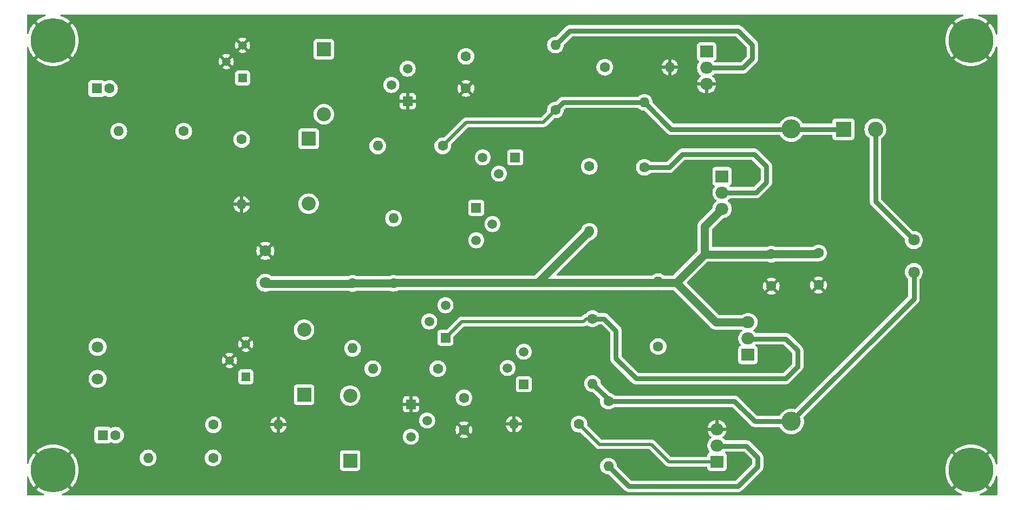
<source format=gbr>
%TF.GenerationSoftware,KiCad,Pcbnew,8.0.5*%
%TF.CreationDate,2024-09-17T20:01:56-07:00*%
%TF.ProjectId,Power_Amp_v1.0,506f7765-725f-4416-9d70-5f76312e302e,-*%
%TF.SameCoordinates,Original*%
%TF.FileFunction,Copper,L2,Bot*%
%TF.FilePolarity,Positive*%
%FSLAX46Y46*%
G04 Gerber Fmt 4.6, Leading zero omitted, Abs format (unit mm)*
G04 Created by KiCad (PCBNEW 8.0.5) date 2024-09-17 20:01:56*
%MOMM*%
%LPD*%
G01*
G04 APERTURE LIST*
%TA.AperFunction,ComponentPad*%
%ADD10C,1.600000*%
%TD*%
%TA.AperFunction,ComponentPad*%
%ADD11O,1.600000X1.600000*%
%TD*%
%TA.AperFunction,ComponentPad*%
%ADD12C,3.000000*%
%TD*%
%TA.AperFunction,ComponentPad*%
%ADD13C,7.000000*%
%TD*%
%TA.AperFunction,ComponentPad*%
%ADD14C,1.803400*%
%TD*%
%TA.AperFunction,ComponentPad*%
%ADD15R,1.600000X1.600000*%
%TD*%
%TA.AperFunction,ComponentPad*%
%ADD16R,2.000000X1.905000*%
%TD*%
%TA.AperFunction,ComponentPad*%
%ADD17O,2.000000X1.905000*%
%TD*%
%TA.AperFunction,ComponentPad*%
%ADD18R,1.500000X1.500000*%
%TD*%
%TA.AperFunction,ComponentPad*%
%ADD19C,1.500000*%
%TD*%
%TA.AperFunction,ComponentPad*%
%ADD20R,2.200000X2.200000*%
%TD*%
%TA.AperFunction,ComponentPad*%
%ADD21O,2.200000X2.200000*%
%TD*%
%TA.AperFunction,ComponentPad*%
%ADD22R,1.346200X1.346200*%
%TD*%
%TA.AperFunction,ComponentPad*%
%ADD23C,1.346200*%
%TD*%
%TA.AperFunction,ComponentPad*%
%ADD24R,2.400000X2.400000*%
%TD*%
%TA.AperFunction,ComponentPad*%
%ADD25C,2.400000*%
%TD*%
%TA.AperFunction,ViaPad*%
%ADD26C,0.600000*%
%TD*%
%TA.AperFunction,Conductor*%
%ADD27C,0.762000*%
%TD*%
%TA.AperFunction,Conductor*%
%ADD28C,0.508000*%
%TD*%
%TA.AperFunction,Conductor*%
%ADD29C,0.200000*%
%TD*%
%TA.AperFunction,Conductor*%
%ADD30C,1.270000*%
%TD*%
G04 APERTURE END LIST*
D10*
%TO.P,R8,1*%
%TO.N,Net-(D1-K)*%
X68120000Y-127265000D03*
D11*
%TO.P,R8,2*%
%TO.N,GND*%
X78280000Y-127265000D03*
%TD*%
D10*
%TO.P,R14,1*%
%TO.N,Net-(C8-Pad1)*%
X103980000Y-83665000D03*
D11*
%TO.P,R14,2*%
%TO.N,Net-(D3-K)*%
X93820000Y-83665000D03*
%TD*%
D12*
%TO.P,TP1,1,1*%
%TO.N,Net-(J1-Pin_2)*%
X158465800Y-126764800D03*
%TD*%
D10*
%TO.P,R12,1*%
%TO.N,Net-(D3-K)*%
X72542400Y-82651600D03*
D11*
%TO.P,R12,2*%
%TO.N,GND*%
X72542400Y-92811600D03*
%TD*%
D10*
%TO.P,C1,1*%
%TO.N,/18V*%
X155346400Y-100598001D03*
%TO.P,C1,2*%
%TO.N,GND*%
X155346400Y-105598001D03*
%TD*%
D13*
%TO.P,H1,1,1*%
%TO.N,GND*%
X43053000Y-67183000D03*
%TD*%
%TO.P,H3,1,1*%
%TO.N,GND*%
X43053000Y-134366000D03*
%TD*%
D10*
%TO.P,R15,1*%
%TO.N,Net-(Q2-B)*%
X126900000Y-86865000D03*
D11*
%TO.P,R15,2*%
%TO.N,/18V*%
X126900000Y-97025000D03*
%TD*%
D14*
%TO.P,J3,1,Pin_1*%
%TO.N,/18V*%
X76250800Y-105079800D03*
%TO.P,J3,2,Pin_2*%
%TO.N,GND*%
X76250800Y-100079800D03*
%TD*%
D13*
%TO.P,H4,1,1*%
%TO.N,GND*%
X186563000Y-134366000D03*
%TD*%
%TO.P,H2,1,1*%
%TO.N,GND*%
X186563000Y-67183000D03*
%TD*%
D10*
%TO.P,R3,1*%
%TO.N,Net-(Q1-E)*%
X127400000Y-110685000D03*
D11*
%TO.P,R3,2*%
%TO.N,Net-(J1-Pin_2)*%
X127400000Y-120845000D03*
%TD*%
D15*
%TO.P,C3,1*%
%TO.N,Net-(J2-Pin_1)*%
X50832000Y-128905000D03*
D10*
%TO.P,C3,2*%
%TO.N,Net-(C3-Pad2)*%
X52832000Y-128905000D03*
%TD*%
D16*
%TO.P,Q9,1,B*%
%TO.N,Net-(Q1-C)*%
X151700000Y-116345000D03*
D17*
%TO.P,Q9,2,C*%
%TO.N,Net-(Q1-E)*%
X151700000Y-113805000D03*
%TO.P,Q9,3,E*%
%TO.N,/18V*%
X151700000Y-111265000D03*
%TD*%
D10*
%TO.P,R2,1*%
%TO.N,Net-(Q1-C)*%
X137668000Y-115036600D03*
D11*
%TO.P,R2,2*%
%TO.N,/18V*%
X137668000Y-104876600D03*
%TD*%
D15*
%TO.P,C5,1*%
%TO.N,Net-(J2-Pin_2)*%
X49880800Y-74694800D03*
D10*
%TO.P,C5,2*%
%TO.N,Net-(C5-Pad2)*%
X51880800Y-74694800D03*
%TD*%
D18*
%TO.P,Q6,1,E*%
%TO.N,GND*%
X98500000Y-76665000D03*
D19*
%TO.P,Q6,2,B*%
%TO.N,Net-(D3-K)*%
X95960000Y-74125000D03*
%TO.P,Q6,3,C*%
%TO.N,Net-(D4-K)*%
X98500000Y-71585000D03*
%TD*%
D20*
%TO.P,D3,1,K*%
%TO.N,Net-(D3-K)*%
X83000000Y-82555000D03*
D21*
%TO.P,D3,2,A*%
%TO.N,Net-(D3-A)*%
X83000000Y-92715000D03*
%TD*%
D10*
%TO.P,C6,1*%
%TO.N,Net-(D4-K)*%
X107600000Y-69665000D03*
%TO.P,C6,2*%
%TO.N,GND*%
X107600000Y-74665000D03*
%TD*%
%TO.P,R10,1*%
%TO.N,Net-(D3-K)*%
X63480000Y-81365000D03*
D11*
%TO.P,R10,2*%
%TO.N,Net-(C5-Pad2)*%
X53320000Y-81365000D03*
%TD*%
D16*
%TO.P,Q5,1,B*%
%TO.N,Net-(Q4-C)*%
X146862800Y-133045200D03*
D17*
%TO.P,Q5,2,C*%
%TO.N,Net-(Q4-E)*%
X146862800Y-130505200D03*
%TO.P,Q5,3,E*%
%TO.N,GND*%
X146862800Y-127965200D03*
%TD*%
D10*
%TO.P,C4,1*%
%TO.N,Net-(D2-K)*%
X107300000Y-123065000D03*
%TO.P,C4,2*%
%TO.N,GND*%
X107300000Y-128065000D03*
%TD*%
%TO.P,R6,1*%
%TO.N,Net-(D1-K)*%
X68080000Y-132465000D03*
D11*
%TO.P,R6,2*%
%TO.N,Net-(C3-Pad2)*%
X57920000Y-132465000D03*
%TD*%
D16*
%TO.P,Q10,1,B*%
%TO.N,Net-(Q10-B)*%
X145237200Y-68935600D03*
D17*
%TO.P,Q10,2,C*%
%TO.N,Net-(Q10-C)*%
X145237200Y-71475600D03*
%TO.P,Q10,3,E*%
%TO.N,GND*%
X145237200Y-74015600D03*
%TD*%
D22*
%TO.P,RV1,1,1*%
%TO.N,Net-(D3-K)*%
X72669400Y-73025000D03*
D23*
%TO.P,RV1,2,2*%
%TO.N,GND*%
X70129400Y-70485000D03*
%TO.P,RV1,3,3*%
X72669400Y-67945000D03*
%TD*%
D10*
%TO.P,C7,1*%
%TO.N,/18V*%
X162745600Y-100418201D03*
%TO.P,C7,2*%
%TO.N,GND*%
X162745600Y-105418201D03*
%TD*%
%TO.P,R16,1*%
%TO.N,Net-(Q10-B)*%
X129320000Y-71365000D03*
D11*
%TO.P,R16,2*%
%TO.N,GND*%
X139480000Y-71365000D03*
%TD*%
D20*
%TO.P,D1,1,K*%
%TO.N,Net-(D1-K)*%
X82300000Y-122575000D03*
D21*
%TO.P,D1,2,A*%
%TO.N,Net-(D1-A)*%
X82300000Y-112415000D03*
%TD*%
D10*
%TO.P,R9,1*%
%TO.N,Net-(Q4-C)*%
X125280000Y-127165000D03*
D11*
%TO.P,R9,2*%
%TO.N,GND*%
X115120000Y-127165000D03*
%TD*%
D14*
%TO.P,J1,1,Pin_1*%
%TO.N,Net-(J1-Pin_1)*%
X177647599Y-98401500D03*
%TO.P,J1,2,Pin_2*%
%TO.N,Net-(J1-Pin_2)*%
X177647599Y-103401500D03*
%TD*%
D18*
%TO.P,Q8,1,E*%
%TO.N,Net-(Q10-C)*%
X115316000Y-85463000D03*
D19*
%TO.P,Q8,2,B*%
%TO.N,Net-(D4-K)*%
X112776000Y-88003000D03*
%TO.P,Q8,3,C*%
%TO.N,Net-(Q10-B)*%
X110236000Y-85463000D03*
%TD*%
D10*
%TO.P,R18,1*%
%TO.N,Net-(C8-Pad1)*%
X121600000Y-78045000D03*
D11*
%TO.P,R18,2*%
%TO.N,Net-(Q10-C)*%
X121600000Y-67885000D03*
%TD*%
D22*
%TO.P,RV2,1,1*%
%TO.N,Net-(D1-K)*%
X73177400Y-119761000D03*
D23*
%TO.P,RV2,2,2*%
%TO.N,GND*%
X70637400Y-117221000D03*
%TO.P,RV2,3,3*%
X73177400Y-114681000D03*
%TD*%
D18*
%TO.P,Q1,1,E*%
%TO.N,Net-(Q1-E)*%
X104402000Y-113665000D03*
D19*
%TO.P,Q1,2,B*%
%TO.N,Net-(D1-A)*%
X101862000Y-111125000D03*
%TO.P,Q1,3,C*%
%TO.N,Net-(Q1-C)*%
X104402000Y-108585000D03*
%TD*%
D10*
%TO.P,R17,1*%
%TO.N,Net-(Q2-C)*%
X135509000Y-87020400D03*
D11*
%TO.P,R17,2*%
%TO.N,Net-(C8-Pad1)*%
X135509000Y-76860400D03*
%TD*%
D12*
%TO.P,TP2,1,1*%
%TO.N,Net-(C8-Pad1)*%
X158465800Y-81044800D03*
%TD*%
D10*
%TO.P,R1,1*%
%TO.N,/18V*%
X89885800Y-105174800D03*
D11*
%TO.P,R1,2*%
%TO.N,Net-(D1-A)*%
X89885800Y-115334800D03*
%TD*%
D18*
%TO.P,Q7,1,E*%
%TO.N,Net-(Q2-C)*%
X109220000Y-93345000D03*
D19*
%TO.P,Q7,2,B*%
%TO.N,Net-(D3-A)*%
X111760000Y-95885000D03*
%TO.P,Q7,3,C*%
%TO.N,Net-(Q2-B)*%
X109220000Y-98425000D03*
%TD*%
D14*
%TO.P,J2,1,Pin_1*%
%TO.N,Net-(J2-Pin_1)*%
X50007800Y-120096400D03*
%TO.P,J2,2,Pin_2*%
%TO.N,Net-(J2-Pin_2)*%
X50007800Y-115096400D03*
%TD*%
D20*
%TO.P,D4,1,K*%
%TO.N,Net-(D4-K)*%
X85400000Y-68555000D03*
D21*
%TO.P,D4,2,A*%
%TO.N,Net-(D3-K)*%
X85400000Y-78715000D03*
%TD*%
D18*
%TO.P,Q3,1,E*%
%TO.N,GND*%
X99000000Y-124065000D03*
D19*
%TO.P,Q3,2,B*%
%TO.N,Net-(D1-K)*%
X101540000Y-126605000D03*
%TO.P,Q3,3,C*%
%TO.N,Net-(D2-K)*%
X99000000Y-129145000D03*
%TD*%
D24*
%TO.P,C8,1*%
%TO.N,Net-(C8-Pad1)*%
X166626041Y-81065000D03*
D25*
%TO.P,C8,2*%
%TO.N,Net-(J1-Pin_1)*%
X171626041Y-81065000D03*
%TD*%
D18*
%TO.P,Q4,1,E*%
%TO.N,Net-(Q4-E)*%
X116660000Y-120935000D03*
D19*
%TO.P,Q4,2,B*%
%TO.N,Net-(D2-K)*%
X114120000Y-118395000D03*
%TO.P,Q4,3,C*%
%TO.N,Net-(Q4-C)*%
X116660000Y-115855000D03*
%TD*%
D10*
%TO.P,R13,1*%
%TO.N,/18V*%
X96291400Y-105156000D03*
D11*
%TO.P,R13,2*%
%TO.N,Net-(D3-A)*%
X96291400Y-94996000D03*
%TD*%
D10*
%TO.P,R5,1*%
%TO.N,Net-(J1-Pin_2)*%
X129890800Y-123589800D03*
D11*
%TO.P,R5,2*%
%TO.N,Net-(Q4-E)*%
X129890800Y-133749800D03*
%TD*%
D10*
%TO.P,R4,1*%
%TO.N,Net-(J1-Pin_2)*%
X103220800Y-118509800D03*
D11*
%TO.P,R4,2*%
%TO.N,Net-(D1-K)*%
X93060800Y-118509800D03*
%TD*%
D20*
%TO.P,D2,1,K*%
%TO.N,Net-(D2-K)*%
X89500000Y-132875000D03*
D21*
%TO.P,D2,2,A*%
%TO.N,Net-(D1-K)*%
X89500000Y-122715000D03*
%TD*%
D16*
%TO.P,Q2,1,B*%
%TO.N,Net-(Q2-B)*%
X147655000Y-88425000D03*
D17*
%TO.P,Q2,2,C*%
%TO.N,Net-(Q2-C)*%
X147655000Y-90965000D03*
%TO.P,Q2,3,E*%
%TO.N,/18V*%
X147655000Y-93505000D03*
%TD*%
D26*
%TO.N,GND*%
X62200000Y-73565000D03*
X175000000Y-123865000D03*
X162400000Y-68365000D03*
X59200000Y-98165000D03*
%TD*%
D27*
%TO.N,Net-(C8-Pad1)*%
X166626041Y-81065000D02*
X158486000Y-81065000D01*
X139700000Y-81051400D02*
X135509000Y-76860400D01*
D28*
X119680000Y-79965000D02*
X107680000Y-79965000D01*
D27*
X122784600Y-76860400D02*
X121600000Y-78045000D01*
X158472400Y-81051400D02*
X139700000Y-81051400D01*
D28*
X121600000Y-78045000D02*
X119680000Y-79965000D01*
D29*
X158486000Y-81065000D02*
X158472400Y-81051400D01*
D28*
X107680000Y-79965000D02*
X103980000Y-83665000D01*
D29*
X158486000Y-81065000D02*
X158465800Y-81044800D01*
D27*
X135509000Y-76860400D02*
X122784600Y-76860400D01*
%TO.N,Net-(Q10-C)*%
X145237200Y-71475600D02*
X150889400Y-71475600D01*
X152400000Y-69965000D02*
X152400000Y-67865000D01*
X152400000Y-67865000D02*
X150200000Y-65665000D01*
X123820000Y-65665000D02*
X121600000Y-67885000D01*
X150889400Y-71475600D02*
X152400000Y-69965000D01*
X150200000Y-65665000D02*
X123820000Y-65665000D01*
%TO.N,Net-(Q2-C)*%
X152706800Y-84965000D02*
X154584400Y-86842600D01*
X141425200Y-84965000D02*
X152706800Y-84965000D01*
X154584400Y-89357200D02*
X152976600Y-90965000D01*
X154584400Y-86842600D02*
X154584400Y-89357200D01*
X135509000Y-87020400D02*
X139369800Y-87020400D01*
X152976600Y-90965000D02*
X147655000Y-90965000D01*
X139369800Y-87020400D02*
X141425200Y-84965000D01*
D30*
%TO.N,/18V*%
X96382400Y-105065000D02*
X117809000Y-105065000D01*
X126900000Y-97025000D02*
X118860000Y-105065000D01*
X137856400Y-105065000D02*
X140476800Y-105065000D01*
X155346400Y-100598001D02*
X162565800Y-100598001D01*
X146700000Y-111265000D02*
X140500000Y-105065000D01*
X89904600Y-105156000D02*
X96291400Y-105156000D01*
X140500000Y-105065000D02*
X137856400Y-105065000D01*
X137479600Y-105065000D02*
X137668000Y-104876600D01*
D27*
X126900000Y-97613800D02*
X126900000Y-97025000D01*
D30*
X137668000Y-104876600D02*
X137856400Y-105065000D01*
X117991000Y-105065000D02*
X137479600Y-105065000D01*
X151700000Y-111265000D02*
X146700000Y-111265000D01*
D27*
X89867200Y-105193400D02*
X89904600Y-105156000D01*
D30*
X144932400Y-96227600D02*
X147655000Y-93505000D01*
D27*
X118860000Y-105065000D02*
X117991000Y-105065000D01*
X89867200Y-105193400D02*
X89885800Y-105174800D01*
D30*
X144932400Y-100609400D02*
X155335001Y-100609400D01*
D29*
X162565800Y-100598001D02*
X162745600Y-100418201D01*
D30*
X96291400Y-105156000D02*
X96382400Y-105065000D01*
D27*
X155335001Y-100609400D02*
X155346400Y-100598001D01*
D30*
X140476800Y-105065000D02*
X144932400Y-100609400D01*
X76169800Y-105193400D02*
X89867200Y-105193400D01*
X144932400Y-100609400D02*
X144932400Y-96227600D01*
D28*
%TO.N,Net-(Q4-C)*%
X139293600Y-133045200D02*
X136575800Y-130327400D01*
D29*
X126771400Y-128651000D02*
X126766000Y-128651000D01*
D28*
X146862800Y-133045200D02*
X139293600Y-133045200D01*
X128447800Y-130327400D02*
X126771400Y-128651000D01*
X126766000Y-128651000D02*
X125280000Y-127165000D01*
X136575800Y-130327400D02*
X128447800Y-130327400D01*
D27*
%TO.N,Net-(Q4-E)*%
X151460200Y-130581400D02*
X146939000Y-130581400D01*
X129884200Y-133756400D02*
X133033800Y-136906000D01*
D29*
X129884200Y-133756400D02*
X129890800Y-133749800D01*
D27*
X153238200Y-132359400D02*
X151460200Y-130581400D01*
X153238200Y-133832600D02*
X153238200Y-132359400D01*
X133033800Y-136906000D02*
X150164800Y-136906000D01*
D29*
X146939000Y-130581400D02*
X146862800Y-130505200D01*
D27*
X150164800Y-136906000D02*
X153238200Y-133832600D01*
%TO.N,Net-(Q1-E)*%
X131064000Y-116929000D02*
X134200000Y-120065000D01*
X159486600Y-115671600D02*
X157632400Y-113817400D01*
X157582400Y-120065000D02*
X159486600Y-118160800D01*
X134200000Y-120065000D02*
X157582400Y-120065000D01*
X127400000Y-110685000D02*
X129201600Y-110685000D01*
D28*
X127400000Y-110685000D02*
X126424000Y-110685000D01*
D27*
X131064000Y-112547400D02*
X131064000Y-116929000D01*
D28*
X125984000Y-111125000D02*
X106942000Y-111125000D01*
D27*
X129201600Y-110685000D02*
X131064000Y-112547400D01*
D28*
X126424000Y-110685000D02*
X125984000Y-111125000D01*
X106942000Y-111125000D02*
X104402000Y-113665000D01*
D27*
X159486600Y-118160800D02*
X159486600Y-115671600D01*
X157632400Y-113817400D02*
X151712400Y-113817400D01*
%TO.N,Net-(J1-Pin_2)*%
X129890800Y-123589800D02*
X129890800Y-123335800D01*
X129916200Y-123615200D02*
X129890800Y-123589800D01*
X152750800Y-126764800D02*
X149601200Y-123615200D01*
X149601200Y-123615200D02*
X129916200Y-123615200D01*
X177647599Y-107583001D02*
X158465800Y-126764800D01*
X129890800Y-123335800D02*
X127400000Y-120845000D01*
X177647599Y-103401500D02*
X177647599Y-107583001D01*
X158465800Y-126764800D02*
X152750800Y-126764800D01*
%TO.N,Net-(J1-Pin_1)*%
X171626041Y-81065000D02*
X171626041Y-92379942D01*
X171626041Y-92379942D02*
X177647599Y-98401500D01*
%TD*%
%TA.AperFunction,Conductor*%
%TO.N,GND*%
G36*
X39156503Y-135364996D02*
G01*
X39194277Y-135423774D01*
X39195584Y-135428580D01*
X39220623Y-135528545D01*
X39220624Y-135528548D01*
X39353016Y-135898559D01*
X39353023Y-135898575D01*
X39521062Y-136253864D01*
X39723109Y-136590958D01*
X39957228Y-136906632D01*
X40053068Y-137012376D01*
X40053069Y-137012376D01*
X41651381Y-135414064D01*
X41734457Y-135522331D01*
X41896669Y-135684543D01*
X42004934Y-135767617D01*
X40406622Y-137365929D01*
X40406622Y-137365930D01*
X40512367Y-137461771D01*
X40828041Y-137695890D01*
X41165135Y-137897937D01*
X41520423Y-138065976D01*
X41583508Y-138088548D01*
X41639997Y-138129667D01*
X41665289Y-138194799D01*
X41651352Y-138263264D01*
X41602613Y-138313327D01*
X41541734Y-138329300D01*
X39075300Y-138329300D01*
X39008261Y-138309615D01*
X38962506Y-138256811D01*
X38951300Y-138205300D01*
X38951300Y-135458709D01*
X38970985Y-135391670D01*
X39023789Y-135345915D01*
X39092947Y-135335971D01*
X39156503Y-135364996D01*
G37*
%TD.AperFunction*%
%TA.AperFunction,Conductor*%
G36*
X185368629Y-63149985D02*
G01*
X185414384Y-63202789D01*
X185424328Y-63271947D01*
X185395303Y-63335503D01*
X185343364Y-63371051D01*
X185030440Y-63483016D01*
X185030424Y-63483023D01*
X184675135Y-63651062D01*
X184338041Y-63853109D01*
X184022368Y-64087228D01*
X183916622Y-64183069D01*
X185514934Y-65781381D01*
X185406669Y-65864457D01*
X185244457Y-66026669D01*
X185161381Y-66134934D01*
X183563069Y-64536622D01*
X183467228Y-64642368D01*
X183233109Y-64958041D01*
X183031062Y-65295135D01*
X182863023Y-65650424D01*
X182863016Y-65650440D01*
X182730625Y-66020450D01*
X182635129Y-66401691D01*
X182577461Y-66790449D01*
X182558176Y-67183000D01*
X182577461Y-67575550D01*
X182635129Y-67964308D01*
X182730625Y-68345549D01*
X182863016Y-68715559D01*
X182863023Y-68715575D01*
X183031062Y-69070864D01*
X183233109Y-69407958D01*
X183467228Y-69723632D01*
X183563068Y-69829376D01*
X183563069Y-69829376D01*
X185161380Y-68231064D01*
X185244457Y-68339331D01*
X185406669Y-68501543D01*
X185514934Y-68584617D01*
X183916622Y-70182929D01*
X183916622Y-70182930D01*
X184022367Y-70278771D01*
X184338041Y-70512890D01*
X184675135Y-70714937D01*
X185030424Y-70882976D01*
X185030440Y-70882983D01*
X185400450Y-71015374D01*
X185781691Y-71110870D01*
X186170449Y-71168538D01*
X186563000Y-71187823D01*
X186955550Y-71168538D01*
X187344308Y-71110870D01*
X187725549Y-71015374D01*
X188095559Y-70882983D01*
X188095575Y-70882976D01*
X188450864Y-70714937D01*
X188787958Y-70512890D01*
X189103632Y-70278770D01*
X189209376Y-70182929D01*
X187611065Y-68584618D01*
X187719331Y-68501543D01*
X187881543Y-68339331D01*
X187964618Y-68231065D01*
X189562929Y-69829376D01*
X189658770Y-69723632D01*
X189892890Y-69407958D01*
X190094937Y-69070864D01*
X190262976Y-68715575D01*
X190262983Y-68715559D01*
X190395375Y-68345548D01*
X190395376Y-68345545D01*
X190436016Y-68183301D01*
X190471400Y-68123053D01*
X190533739Y-68091500D01*
X190603241Y-68098658D01*
X190657839Y-68142256D01*
X190680200Y-68208451D01*
X190680300Y-68213430D01*
X190680300Y-133335569D01*
X190660615Y-133402608D01*
X190607811Y-133448363D01*
X190538653Y-133458307D01*
X190475097Y-133429282D01*
X190437323Y-133370504D01*
X190436016Y-133365699D01*
X190395374Y-133203450D01*
X190262983Y-132833440D01*
X190262976Y-132833424D01*
X190094937Y-132478135D01*
X189892890Y-132141041D01*
X189658771Y-131825367D01*
X189562930Y-131719622D01*
X189562929Y-131719622D01*
X187964617Y-133317934D01*
X187881543Y-133209669D01*
X187719331Y-133047457D01*
X187611065Y-132964381D01*
X189209376Y-131366069D01*
X189209376Y-131366068D01*
X189103632Y-131270228D01*
X188787958Y-131036109D01*
X188450864Y-130834062D01*
X188095575Y-130666023D01*
X188095559Y-130666016D01*
X187725549Y-130533625D01*
X187344308Y-130438129D01*
X186955550Y-130380461D01*
X186563000Y-130361176D01*
X186170449Y-130380461D01*
X185781691Y-130438129D01*
X185400450Y-130533625D01*
X185030440Y-130666016D01*
X185030424Y-130666023D01*
X184675135Y-130834062D01*
X184338041Y-131036109D01*
X184022368Y-131270228D01*
X183916622Y-131366069D01*
X185514934Y-132964381D01*
X185406669Y-133047457D01*
X185244457Y-133209669D01*
X185161381Y-133317934D01*
X183563069Y-131719622D01*
X183467228Y-131825368D01*
X183233109Y-132141041D01*
X183031062Y-132478135D01*
X182863023Y-132833424D01*
X182863016Y-132833440D01*
X182730625Y-133203450D01*
X182635129Y-133584691D01*
X182577461Y-133973449D01*
X182558176Y-134366000D01*
X182577461Y-134758550D01*
X182635129Y-135147308D01*
X182730625Y-135528549D01*
X182863016Y-135898559D01*
X182863023Y-135898575D01*
X183031062Y-136253864D01*
X183233109Y-136590958D01*
X183467228Y-136906632D01*
X183563068Y-137012376D01*
X183563069Y-137012376D01*
X185161380Y-135414064D01*
X185244457Y-135522331D01*
X185406669Y-135684543D01*
X185514934Y-135767617D01*
X183916622Y-137365929D01*
X183916622Y-137365930D01*
X184022367Y-137461771D01*
X184338041Y-137695890D01*
X184675135Y-137897937D01*
X185030423Y-138065976D01*
X185093508Y-138088548D01*
X185149997Y-138129667D01*
X185175289Y-138194799D01*
X185161352Y-138263264D01*
X185112613Y-138313327D01*
X185051734Y-138329300D01*
X44564266Y-138329300D01*
X44497227Y-138309615D01*
X44451472Y-138256811D01*
X44441528Y-138187653D01*
X44470553Y-138124097D01*
X44522492Y-138088548D01*
X44585576Y-138065976D01*
X44940864Y-137897937D01*
X45277958Y-137695890D01*
X45593632Y-137461770D01*
X45699376Y-137365929D01*
X44101065Y-135767618D01*
X44209331Y-135684543D01*
X44371543Y-135522331D01*
X44454618Y-135414065D01*
X46052929Y-137012376D01*
X46148770Y-136906632D01*
X46382890Y-136590958D01*
X46584937Y-136253864D01*
X46752976Y-135898575D01*
X46752983Y-135898559D01*
X46885374Y-135528549D01*
X46980870Y-135147308D01*
X47038538Y-134758550D01*
X47057823Y-134366000D01*
X47038538Y-133973449D01*
X46980870Y-133584691D01*
X46885374Y-133203450D01*
X46752983Y-132833440D01*
X46752976Y-132833424D01*
X46584937Y-132478135D01*
X46577063Y-132464998D01*
X56614532Y-132464998D01*
X56614532Y-132465001D01*
X56634364Y-132691686D01*
X56634366Y-132691697D01*
X56693258Y-132911488D01*
X56693261Y-132911497D01*
X56789431Y-133117732D01*
X56789432Y-133117734D01*
X56919954Y-133304141D01*
X57080858Y-133465045D01*
X57080861Y-133465047D01*
X57267266Y-133595568D01*
X57473504Y-133691739D01*
X57693308Y-133750635D01*
X57855230Y-133764801D01*
X57919998Y-133770468D01*
X57920000Y-133770468D01*
X57920002Y-133770468D01*
X57976673Y-133765509D01*
X58146692Y-133750635D01*
X58366496Y-133691739D01*
X58572734Y-133595568D01*
X58759139Y-133465047D01*
X58920047Y-133304139D01*
X59050568Y-133117734D01*
X59146739Y-132911496D01*
X59205635Y-132691692D01*
X59225468Y-132465000D01*
X59225468Y-132464998D01*
X66774532Y-132464998D01*
X66774532Y-132465001D01*
X66794364Y-132691686D01*
X66794366Y-132691697D01*
X66853258Y-132911488D01*
X66853261Y-132911497D01*
X66949431Y-133117732D01*
X66949432Y-133117734D01*
X67079954Y-133304141D01*
X67240858Y-133465045D01*
X67240861Y-133465047D01*
X67427266Y-133595568D01*
X67633504Y-133691739D01*
X67853308Y-133750635D01*
X68015230Y-133764801D01*
X68079998Y-133770468D01*
X68080000Y-133770468D01*
X68080002Y-133770468D01*
X68136673Y-133765509D01*
X68306692Y-133750635D01*
X68526496Y-133691739D01*
X68732734Y-133595568D01*
X68919139Y-133465047D01*
X69080047Y-133304139D01*
X69210568Y-133117734D01*
X69306739Y-132911496D01*
X69365635Y-132691692D01*
X69385468Y-132465000D01*
X69365635Y-132238308D01*
X69313793Y-132044829D01*
X69306741Y-132018511D01*
X69306738Y-132018502D01*
X69291216Y-131985216D01*
X69210568Y-131812266D01*
X69150959Y-131727135D01*
X87899500Y-131727135D01*
X87899500Y-134022870D01*
X87899501Y-134022876D01*
X87905908Y-134082483D01*
X87956202Y-134217328D01*
X87956206Y-134217335D01*
X88042452Y-134332544D01*
X88042455Y-134332547D01*
X88157664Y-134418793D01*
X88157671Y-134418797D01*
X88292517Y-134469091D01*
X88292516Y-134469091D01*
X88299444Y-134469835D01*
X88352127Y-134475500D01*
X90647872Y-134475499D01*
X90707483Y-134469091D01*
X90842331Y-134418796D01*
X90957546Y-134332546D01*
X91043796Y-134217331D01*
X91094091Y-134082483D01*
X91100500Y-134022873D01*
X91100499Y-131727128D01*
X91094091Y-131667517D01*
X91087148Y-131648903D01*
X91043797Y-131532671D01*
X91043793Y-131532664D01*
X90957547Y-131417455D01*
X90957544Y-131417452D01*
X90842335Y-131331206D01*
X90842328Y-131331202D01*
X90707482Y-131280908D01*
X90707483Y-131280908D01*
X90647883Y-131274501D01*
X90647881Y-131274500D01*
X90647873Y-131274500D01*
X90647864Y-131274500D01*
X88352129Y-131274500D01*
X88352123Y-131274501D01*
X88292516Y-131280908D01*
X88157671Y-131331202D01*
X88157664Y-131331206D01*
X88042455Y-131417452D01*
X88042452Y-131417455D01*
X87956206Y-131532664D01*
X87956202Y-131532671D01*
X87905908Y-131667517D01*
X87900307Y-131719622D01*
X87899501Y-131727123D01*
X87899500Y-131727135D01*
X69150959Y-131727135D01*
X69096181Y-131648903D01*
X69080045Y-131625858D01*
X68919141Y-131464954D01*
X68732734Y-131334432D01*
X68732732Y-131334431D01*
X68526497Y-131238261D01*
X68526488Y-131238258D01*
X68306697Y-131179366D01*
X68306693Y-131179365D01*
X68306692Y-131179365D01*
X68306691Y-131179364D01*
X68306686Y-131179364D01*
X68080002Y-131159532D01*
X68079998Y-131159532D01*
X67853313Y-131179364D01*
X67853302Y-131179366D01*
X67633511Y-131238258D01*
X67633502Y-131238261D01*
X67427267Y-131334431D01*
X67427265Y-131334432D01*
X67240858Y-131464954D01*
X67079954Y-131625858D01*
X66949432Y-131812265D01*
X66949431Y-131812267D01*
X66853261Y-132018502D01*
X66853258Y-132018511D01*
X66794366Y-132238302D01*
X66794364Y-132238313D01*
X66774532Y-132464998D01*
X59225468Y-132464998D01*
X59205635Y-132238308D01*
X59153793Y-132044829D01*
X59146741Y-132018511D01*
X59146738Y-132018502D01*
X59131216Y-131985216D01*
X59050568Y-131812266D01*
X58936181Y-131648903D01*
X58920045Y-131625858D01*
X58759141Y-131464954D01*
X58572734Y-131334432D01*
X58572732Y-131334431D01*
X58366497Y-131238261D01*
X58366488Y-131238258D01*
X58146697Y-131179366D01*
X58146693Y-131179365D01*
X58146692Y-131179365D01*
X58146691Y-131179364D01*
X58146686Y-131179364D01*
X57920002Y-131159532D01*
X57919998Y-131159532D01*
X57693313Y-131179364D01*
X57693302Y-131179366D01*
X57473511Y-131238258D01*
X57473502Y-131238261D01*
X57267267Y-131334431D01*
X57267265Y-131334432D01*
X57080858Y-131464954D01*
X56919954Y-131625858D01*
X56789432Y-131812265D01*
X56789431Y-131812267D01*
X56693261Y-132018502D01*
X56693258Y-132018511D01*
X56634366Y-132238302D01*
X56634364Y-132238313D01*
X56614532Y-132464998D01*
X46577063Y-132464998D01*
X46382890Y-132141041D01*
X46148771Y-131825367D01*
X46052930Y-131719622D01*
X46052929Y-131719622D01*
X44454617Y-133317934D01*
X44371543Y-133209669D01*
X44209331Y-133047457D01*
X44101065Y-132964381D01*
X45699376Y-131366069D01*
X45699376Y-131366068D01*
X45593632Y-131270228D01*
X45277958Y-131036109D01*
X44940864Y-130834062D01*
X44585575Y-130666023D01*
X44585559Y-130666016D01*
X44215549Y-130533625D01*
X43834308Y-130438129D01*
X43445550Y-130380461D01*
X43053000Y-130361176D01*
X42660449Y-130380461D01*
X42271691Y-130438129D01*
X41890450Y-130533625D01*
X41520440Y-130666016D01*
X41520424Y-130666023D01*
X41165135Y-130834062D01*
X40828041Y-131036109D01*
X40512368Y-131270228D01*
X40406622Y-131366069D01*
X42004934Y-132964381D01*
X41896669Y-133047457D01*
X41734457Y-133209669D01*
X41651381Y-133317934D01*
X40053069Y-131719622D01*
X39957228Y-131825368D01*
X39723109Y-132141041D01*
X39521062Y-132478135D01*
X39353023Y-132833424D01*
X39353016Y-132833440D01*
X39220625Y-133203450D01*
X39195584Y-133303420D01*
X39160200Y-133363667D01*
X39097861Y-133395220D01*
X39028359Y-133388062D01*
X38973760Y-133344464D01*
X38951400Y-133278269D01*
X38951300Y-133273290D01*
X38951300Y-128057135D01*
X49531500Y-128057135D01*
X49531500Y-129752870D01*
X49531501Y-129752876D01*
X49537908Y-129812483D01*
X49588202Y-129947328D01*
X49588206Y-129947335D01*
X49674452Y-130062544D01*
X49674455Y-130062547D01*
X49789664Y-130148793D01*
X49789671Y-130148797D01*
X49924517Y-130199091D01*
X49924516Y-130199091D01*
X49931444Y-130199835D01*
X49984127Y-130205500D01*
X51679872Y-130205499D01*
X51739483Y-130199091D01*
X51874331Y-130148796D01*
X51989546Y-130062546D01*
X51996051Y-130053856D01*
X52051982Y-130011984D01*
X52121673Y-130006997D01*
X52166442Y-130026589D01*
X52179264Y-130035567D01*
X52179266Y-130035568D01*
X52385504Y-130131739D01*
X52605308Y-130190635D01*
X52767230Y-130204801D01*
X52831998Y-130210468D01*
X52832000Y-130210468D01*
X52832002Y-130210468D01*
X52888807Y-130205498D01*
X53058692Y-130190635D01*
X53278496Y-130131739D01*
X53484734Y-130035568D01*
X53671139Y-129905047D01*
X53832047Y-129744139D01*
X53962568Y-129557734D01*
X54058739Y-129351496D01*
X54114069Y-129145000D01*
X97744723Y-129145000D01*
X97754741Y-129259515D01*
X97763793Y-129362975D01*
X97763793Y-129362979D01*
X97820422Y-129574322D01*
X97820424Y-129574326D01*
X97820425Y-129574330D01*
X97859799Y-129658768D01*
X97912897Y-129772638D01*
X97912898Y-129772639D01*
X98038402Y-129951877D01*
X98193123Y-130106598D01*
X98372361Y-130232102D01*
X98570670Y-130324575D01*
X98782023Y-130381207D01*
X98964926Y-130397208D01*
X98999998Y-130400277D01*
X99000000Y-130400277D01*
X99000002Y-130400277D01*
X99028254Y-130397805D01*
X99217977Y-130381207D01*
X99429330Y-130324575D01*
X99627639Y-130232102D01*
X99806877Y-130106598D01*
X99961598Y-129951877D01*
X100087102Y-129772639D01*
X100179575Y-129574330D01*
X100236207Y-129362977D01*
X100255277Y-129145000D01*
X100236207Y-128927023D01*
X100188772Y-128749995D01*
X100179577Y-128715677D01*
X100179576Y-128715676D01*
X100179575Y-128715670D01*
X100087102Y-128517362D01*
X100087100Y-128517359D01*
X100087099Y-128517357D01*
X99961599Y-128338124D01*
X99888132Y-128264657D01*
X99806877Y-128183402D01*
X99656615Y-128078187D01*
X99637778Y-128064997D01*
X105995034Y-128064997D01*
X105995034Y-128065002D01*
X106014858Y-128291599D01*
X106014860Y-128291610D01*
X106073730Y-128511317D01*
X106073735Y-128511331D01*
X106169863Y-128717478D01*
X106220974Y-128790472D01*
X106900000Y-128111446D01*
X106900000Y-128117661D01*
X106927259Y-128219394D01*
X106979920Y-128310606D01*
X107054394Y-128385080D01*
X107145606Y-128437741D01*
X107247339Y-128465000D01*
X107253553Y-128465000D01*
X106574526Y-129144025D01*
X106647513Y-129195132D01*
X106647521Y-129195136D01*
X106853668Y-129291264D01*
X106853682Y-129291269D01*
X107073389Y-129350139D01*
X107073400Y-129350141D01*
X107299998Y-129369966D01*
X107300002Y-129369966D01*
X107526599Y-129350141D01*
X107526610Y-129350139D01*
X107746317Y-129291269D01*
X107746331Y-129291264D01*
X107952478Y-129195136D01*
X108025471Y-129144024D01*
X107346447Y-128465000D01*
X107352661Y-128465000D01*
X107454394Y-128437741D01*
X107545606Y-128385080D01*
X107620080Y-128310606D01*
X107672741Y-128219394D01*
X107700000Y-128117661D01*
X107700000Y-128111447D01*
X108379024Y-128790471D01*
X108430136Y-128717478D01*
X108526264Y-128511331D01*
X108526269Y-128511317D01*
X108585139Y-128291610D01*
X108585141Y-128291599D01*
X108604966Y-128065002D01*
X108604966Y-128064997D01*
X108585141Y-127838400D01*
X108585139Y-127838389D01*
X108526269Y-127618682D01*
X108526264Y-127618668D01*
X108430136Y-127412521D01*
X108430132Y-127412513D01*
X108379025Y-127339526D01*
X107700000Y-128018551D01*
X107700000Y-128012339D01*
X107672741Y-127910606D01*
X107620080Y-127819394D01*
X107545606Y-127744920D01*
X107454394Y-127692259D01*
X107352661Y-127665000D01*
X107346448Y-127665000D01*
X108025472Y-126985974D01*
X107952478Y-126934863D01*
X107909880Y-126914999D01*
X113841127Y-126914999D01*
X113841128Y-126915000D01*
X114804314Y-126915000D01*
X114799920Y-126919394D01*
X114747259Y-127010606D01*
X114720000Y-127112339D01*
X114720000Y-127217661D01*
X114747259Y-127319394D01*
X114799920Y-127410606D01*
X114804314Y-127415000D01*
X113841128Y-127415000D01*
X113893730Y-127611317D01*
X113893734Y-127611326D01*
X113989865Y-127817482D01*
X114120342Y-128003820D01*
X114281179Y-128164657D01*
X114467517Y-128295134D01*
X114673673Y-128391265D01*
X114673682Y-128391269D01*
X114869999Y-128443872D01*
X114870000Y-128443871D01*
X114870000Y-127480686D01*
X114874394Y-127485080D01*
X114965606Y-127537741D01*
X115067339Y-127565000D01*
X115172661Y-127565000D01*
X115274394Y-127537741D01*
X115365606Y-127485080D01*
X115370000Y-127480686D01*
X115370000Y-128443872D01*
X115566317Y-128391269D01*
X115566326Y-128391265D01*
X115772482Y-128295134D01*
X115958820Y-128164657D01*
X116119657Y-128003820D01*
X116250134Y-127817482D01*
X116346265Y-127611326D01*
X116346269Y-127611317D01*
X116398872Y-127415000D01*
X115435686Y-127415000D01*
X115440080Y-127410606D01*
X115492741Y-127319394D01*
X115520000Y-127217661D01*
X115520000Y-127164998D01*
X123974532Y-127164998D01*
X123974532Y-127165001D01*
X123994364Y-127391686D01*
X123994366Y-127391697D01*
X124053258Y-127611488D01*
X124053261Y-127611497D01*
X124149431Y-127817732D01*
X124149432Y-127817734D01*
X124279954Y-128004141D01*
X124440858Y-128165045D01*
X124440861Y-128165047D01*
X124627266Y-128295568D01*
X124833504Y-128391739D01*
X125053308Y-128450635D01*
X125215230Y-128464801D01*
X125279998Y-128470468D01*
X125280000Y-128470468D01*
X125280001Y-128470468D01*
X125298637Y-128468837D01*
X125441659Y-128456324D01*
X125510157Y-128470090D01*
X125540146Y-128492171D01*
X126285030Y-129237055D01*
X126291150Y-129241144D01*
X126309944Y-129256568D01*
X127857400Y-130804024D01*
X127857421Y-130804047D01*
X127966831Y-130913457D01*
X128021697Y-130950117D01*
X128021696Y-130950117D01*
X128090400Y-130996023D01*
X128090404Y-130996025D01*
X128090411Y-130996030D01*
X128170843Y-131029345D01*
X128170844Y-131029346D01*
X128187172Y-131036109D01*
X128227720Y-131052905D01*
X128227729Y-131052906D01*
X128227730Y-131052907D01*
X128251903Y-131057715D01*
X128251910Y-131057716D01*
X128373486Y-131081901D01*
X128373488Y-131081901D01*
X128528226Y-131081901D01*
X128528246Y-131081900D01*
X136211913Y-131081900D01*
X136278952Y-131101585D01*
X136299594Y-131118219D01*
X138703200Y-133521824D01*
X138703221Y-133521847D01*
X138812631Y-133631257D01*
X138869986Y-133669580D01*
X138936206Y-133713827D01*
X138936207Y-133713827D01*
X138936211Y-133713830D01*
X139013344Y-133745779D01*
X139013345Y-133745779D01*
X139013346Y-133745780D01*
X139023051Y-133749800D01*
X139073520Y-133770705D01*
X139073523Y-133770705D01*
X139073528Y-133770707D01*
X139097703Y-133775515D01*
X139097710Y-133775516D01*
X139219286Y-133799701D01*
X139219288Y-133799701D01*
X139374026Y-133799701D01*
X139374046Y-133799700D01*
X145238301Y-133799700D01*
X145305340Y-133819385D01*
X145351095Y-133872189D01*
X145362301Y-133923700D01*
X145362301Y-134045576D01*
X145368708Y-134105183D01*
X145419002Y-134240028D01*
X145419006Y-134240035D01*
X145505252Y-134355244D01*
X145505255Y-134355247D01*
X145620464Y-134441493D01*
X145620471Y-134441497D01*
X145755317Y-134491791D01*
X145755316Y-134491791D01*
X145762244Y-134492535D01*
X145814927Y-134498200D01*
X147910672Y-134498199D01*
X147970283Y-134491791D01*
X148105131Y-134441496D01*
X148220346Y-134355246D01*
X148306596Y-134240031D01*
X148356891Y-134105183D01*
X148363300Y-134045573D01*
X148363299Y-132044828D01*
X148356891Y-131985217D01*
X148346814Y-131958200D01*
X148306597Y-131850371D01*
X148306593Y-131850364D01*
X148220347Y-131735156D01*
X148220348Y-131735156D01*
X148220346Y-131735154D01*
X148154905Y-131686165D01*
X148113036Y-131630233D01*
X148108052Y-131560541D01*
X148141537Y-131499218D01*
X148202861Y-131465734D01*
X148229218Y-131462900D01*
X151043708Y-131462900D01*
X151110747Y-131482585D01*
X151131389Y-131499219D01*
X152320381Y-132688210D01*
X152353866Y-132749533D01*
X152356700Y-132775891D01*
X152356700Y-133416108D01*
X152337015Y-133483147D01*
X152320381Y-133503789D01*
X149835989Y-135988181D01*
X149774666Y-136021666D01*
X149748308Y-136024500D01*
X133450292Y-136024500D01*
X133383253Y-136004815D01*
X133362611Y-135988181D01*
X131231359Y-133856929D01*
X131197874Y-133795606D01*
X131195512Y-133758438D01*
X131196268Y-133749798D01*
X131182774Y-133595567D01*
X131176435Y-133523108D01*
X131117539Y-133303304D01*
X131021368Y-133097066D01*
X130890847Y-132910661D01*
X130890845Y-132910658D01*
X130729941Y-132749754D01*
X130543534Y-132619232D01*
X130543532Y-132619231D01*
X130337297Y-132523061D01*
X130337288Y-132523058D01*
X130117497Y-132464166D01*
X130117493Y-132464165D01*
X130117492Y-132464165D01*
X130117491Y-132464164D01*
X130117486Y-132464164D01*
X129890802Y-132444332D01*
X129890798Y-132444332D01*
X129664113Y-132464164D01*
X129664102Y-132464166D01*
X129444311Y-132523058D01*
X129444302Y-132523061D01*
X129238067Y-132619231D01*
X129238065Y-132619232D01*
X129051658Y-132749754D01*
X128890754Y-132910658D01*
X128760232Y-133097065D01*
X128760231Y-133097067D01*
X128664061Y-133303302D01*
X128664058Y-133303311D01*
X128605166Y-133523102D01*
X128605164Y-133523113D01*
X128585332Y-133749798D01*
X128585332Y-133749801D01*
X128605164Y-133976486D01*
X128605166Y-133976497D01*
X128664058Y-134196288D01*
X128664061Y-134196297D01*
X128760231Y-134402532D01*
X128760232Y-134402534D01*
X128890754Y-134588941D01*
X129051658Y-134749845D01*
X129051661Y-134749847D01*
X129238066Y-134880368D01*
X129444304Y-134976539D01*
X129664108Y-135035435D01*
X129890800Y-135055268D01*
X129890800Y-135055267D01*
X129895853Y-135055710D01*
X129960922Y-135081162D01*
X129972727Y-135091557D01*
X132471872Y-137590703D01*
X132471873Y-137590704D01*
X132616256Y-137687177D01*
X132776671Y-137753622D01*
X132776676Y-137753624D01*
X132776680Y-137753624D01*
X132776681Y-137753625D01*
X132946976Y-137787500D01*
X132946979Y-137787500D01*
X150251623Y-137787500D01*
X150366193Y-137764709D01*
X150421924Y-137753624D01*
X150502135Y-137720399D01*
X150582343Y-137687177D01*
X150582344Y-137687176D01*
X150582347Y-137687175D01*
X150726724Y-137590706D01*
X153922906Y-134394524D01*
X154019375Y-134250147D01*
X154023567Y-134240028D01*
X154052599Y-134169935D01*
X154085824Y-134089724D01*
X154119700Y-133919421D01*
X154119700Y-133745779D01*
X154119700Y-132272580D01*
X154105727Y-132202334D01*
X154085825Y-132102276D01*
X154026146Y-131958200D01*
X154019375Y-131941853D01*
X153958249Y-131850371D01*
X153922907Y-131797478D01*
X153922906Y-131797477D01*
X153800123Y-131674694D01*
X153363687Y-131238258D01*
X152022127Y-129896696D01*
X152022126Y-129896695D01*
X151877743Y-129800222D01*
X151717328Y-129733777D01*
X151717318Y-129733774D01*
X151547023Y-129699900D01*
X151547021Y-129699900D01*
X151547020Y-129699900D01*
X148184403Y-129699900D01*
X148117364Y-129680215D01*
X148084085Y-129648786D01*
X148018586Y-129558634D01*
X147856866Y-129396914D01*
X147771934Y-129335207D01*
X147729270Y-129279878D01*
X147723291Y-129210264D01*
X147755897Y-129148469D01*
X147771937Y-129134571D01*
X147856539Y-129073105D01*
X148018202Y-128911442D01*
X148152588Y-128726476D01*
X148256382Y-128522770D01*
X148327034Y-128305328D01*
X148341309Y-128215200D01*
X147353548Y-128215200D01*
X147375318Y-128177492D01*
X147412800Y-128037609D01*
X147412800Y-127892791D01*
X147375318Y-127752908D01*
X147353548Y-127715200D01*
X148341309Y-127715200D01*
X148327034Y-127625071D01*
X148256382Y-127407629D01*
X148152588Y-127203923D01*
X148018202Y-127018957D01*
X147856542Y-126857297D01*
X147671576Y-126722911D01*
X147467868Y-126619117D01*
X147250425Y-126548465D01*
X147250426Y-126548465D01*
X147112800Y-126526667D01*
X147112800Y-127474452D01*
X147075092Y-127452682D01*
X146935209Y-127415200D01*
X146790391Y-127415200D01*
X146650508Y-127452682D01*
X146612800Y-127474452D01*
X146612800Y-126526667D01*
X146475174Y-126548465D01*
X146257731Y-126619117D01*
X146054023Y-126722911D01*
X145869057Y-126857297D01*
X145707397Y-127018957D01*
X145573011Y-127203923D01*
X145469217Y-127407629D01*
X145398565Y-127625071D01*
X145384291Y-127715200D01*
X146372052Y-127715200D01*
X146350282Y-127752908D01*
X146312800Y-127892791D01*
X146312800Y-128037609D01*
X146350282Y-128177492D01*
X146372052Y-128215200D01*
X145384291Y-128215200D01*
X145398565Y-128305328D01*
X145469217Y-128522770D01*
X145573011Y-128726476D01*
X145707397Y-128911442D01*
X145869057Y-129073102D01*
X145869063Y-129073107D01*
X145953663Y-129134572D01*
X145996329Y-129189901D01*
X146002308Y-129259515D01*
X145969703Y-129321310D01*
X145953664Y-129335207D01*
X145868740Y-129396909D01*
X145868731Y-129396916D01*
X145707016Y-129558631D01*
X145707016Y-129558632D01*
X145707014Y-129558634D01*
X145679078Y-129597085D01*
X145572583Y-129743661D01*
X145468750Y-129947444D01*
X145398078Y-130164950D01*
X145398078Y-130164953D01*
X145362300Y-130390846D01*
X145362300Y-130619553D01*
X145398078Y-130845446D01*
X145398078Y-130845449D01*
X145468750Y-131062955D01*
X145468752Y-131062958D01*
X145572583Y-131266738D01*
X145705325Y-131449442D01*
X145728805Y-131515246D01*
X145712980Y-131583300D01*
X145662874Y-131631995D01*
X145648341Y-131638508D01*
X145620470Y-131648903D01*
X145620464Y-131648906D01*
X145505255Y-131735152D01*
X145505252Y-131735155D01*
X145419006Y-131850364D01*
X145419002Y-131850371D01*
X145368708Y-131985217D01*
X145365130Y-132018502D01*
X145362301Y-132044823D01*
X145362300Y-132044835D01*
X145362300Y-132166700D01*
X145342615Y-132233739D01*
X145289811Y-132279494D01*
X145238300Y-132290700D01*
X139657486Y-132290700D01*
X139590447Y-132271015D01*
X139569805Y-132254381D01*
X137056769Y-129741343D01*
X137056768Y-129741342D01*
X136994745Y-129699900D01*
X136933189Y-129658770D01*
X136933186Y-129658768D01*
X136933185Y-129658768D01*
X136852755Y-129625453D01*
X136795880Y-129601895D01*
X136771694Y-129597084D01*
X136650114Y-129572899D01*
X136650112Y-129572899D01*
X136501488Y-129572899D01*
X136495374Y-129572899D01*
X136495354Y-129572900D01*
X128811686Y-129572900D01*
X128744647Y-129553215D01*
X128724005Y-129536581D01*
X127252369Y-128064943D01*
X127252365Y-128064940D01*
X127246241Y-128060848D01*
X127227451Y-128045427D01*
X126607171Y-127425146D01*
X126573686Y-127363823D01*
X126571324Y-127326661D01*
X126585468Y-127165000D01*
X126565635Y-126938308D01*
X126506739Y-126718504D01*
X126410568Y-126512266D01*
X126280047Y-126325861D01*
X126280045Y-126325858D01*
X126119141Y-126164954D01*
X125932734Y-126034432D01*
X125932732Y-126034431D01*
X125726497Y-125938261D01*
X125726488Y-125938258D01*
X125506697Y-125879366D01*
X125506693Y-125879365D01*
X125506692Y-125879365D01*
X125506691Y-125879364D01*
X125506686Y-125879364D01*
X125280002Y-125859532D01*
X125279998Y-125859532D01*
X125053313Y-125879364D01*
X125053302Y-125879366D01*
X124833511Y-125938258D01*
X124833502Y-125938261D01*
X124627267Y-126034431D01*
X124627265Y-126034432D01*
X124440858Y-126164954D01*
X124279954Y-126325858D01*
X124149432Y-126512265D01*
X124149431Y-126512267D01*
X124053261Y-126718502D01*
X124053258Y-126718511D01*
X123994366Y-126938302D01*
X123994364Y-126938313D01*
X123974532Y-127164998D01*
X115520000Y-127164998D01*
X115520000Y-127112339D01*
X115492741Y-127010606D01*
X115440080Y-126919394D01*
X115435686Y-126915000D01*
X116398872Y-126915000D01*
X116398872Y-126914999D01*
X116346269Y-126718682D01*
X116346265Y-126718673D01*
X116250134Y-126512517D01*
X116119657Y-126326179D01*
X115958820Y-126165342D01*
X115772482Y-126034865D01*
X115566328Y-125938734D01*
X115370000Y-125886127D01*
X115370000Y-126849314D01*
X115365606Y-126844920D01*
X115274394Y-126792259D01*
X115172661Y-126765000D01*
X115067339Y-126765000D01*
X114965606Y-126792259D01*
X114874394Y-126844920D01*
X114870000Y-126849314D01*
X114870000Y-125886127D01*
X114673671Y-125938734D01*
X114467517Y-126034865D01*
X114281179Y-126165342D01*
X114120342Y-126326179D01*
X113989865Y-126512517D01*
X113893734Y-126718673D01*
X113893730Y-126718682D01*
X113841127Y-126914999D01*
X107909880Y-126914999D01*
X107746331Y-126838735D01*
X107746317Y-126838730D01*
X107526610Y-126779860D01*
X107526599Y-126779858D01*
X107300002Y-126760034D01*
X107299998Y-126760034D01*
X107073400Y-126779858D01*
X107073389Y-126779860D01*
X106853682Y-126838730D01*
X106853673Y-126838734D01*
X106647516Y-126934866D01*
X106647512Y-126934868D01*
X106574526Y-126985973D01*
X106574526Y-126985974D01*
X107253553Y-127665000D01*
X107247339Y-127665000D01*
X107145606Y-127692259D01*
X107054394Y-127744920D01*
X106979920Y-127819394D01*
X106927259Y-127910606D01*
X106900000Y-128012339D01*
X106900000Y-128018552D01*
X106220974Y-127339526D01*
X106220973Y-127339526D01*
X106169868Y-127412512D01*
X106169866Y-127412516D01*
X106073734Y-127618673D01*
X106073730Y-127618682D01*
X106014860Y-127838389D01*
X106014858Y-127838400D01*
X105995034Y-128064997D01*
X99637778Y-128064997D01*
X99627638Y-128057897D01*
X99511668Y-128003820D01*
X99429330Y-127965425D01*
X99429326Y-127965424D01*
X99429322Y-127965422D01*
X99217977Y-127908793D01*
X99000002Y-127889723D01*
X98999998Y-127889723D01*
X98854682Y-127902436D01*
X98782023Y-127908793D01*
X98782020Y-127908793D01*
X98570677Y-127965422D01*
X98570668Y-127965426D01*
X98372361Y-128057898D01*
X98372357Y-128057900D01*
X98193121Y-128183402D01*
X98038402Y-128338121D01*
X97912900Y-128517357D01*
X97912898Y-128517361D01*
X97820426Y-128715668D01*
X97820422Y-128715677D01*
X97763793Y-128927020D01*
X97763793Y-128927024D01*
X97749712Y-129087978D01*
X97744723Y-129145000D01*
X54114069Y-129145000D01*
X54117635Y-129131692D01*
X54135541Y-128927023D01*
X54137468Y-128905001D01*
X54137468Y-128904998D01*
X54120904Y-128715677D01*
X54117635Y-128678308D01*
X54061945Y-128470468D01*
X54058741Y-128458511D01*
X54058738Y-128458502D01*
X54029189Y-128395134D01*
X53962568Y-128252266D01*
X53832047Y-128065861D01*
X53832045Y-128065858D01*
X53671141Y-127904954D01*
X53484734Y-127774432D01*
X53484732Y-127774431D01*
X53278497Y-127678261D01*
X53278488Y-127678258D01*
X53058697Y-127619366D01*
X53058693Y-127619365D01*
X53058692Y-127619365D01*
X53058691Y-127619364D01*
X53058686Y-127619364D01*
X52832002Y-127599532D01*
X52831998Y-127599532D01*
X52605313Y-127619364D01*
X52605302Y-127619366D01*
X52385511Y-127678258D01*
X52385502Y-127678261D01*
X52179267Y-127774431D01*
X52179262Y-127774434D01*
X52166435Y-127783415D01*
X52100227Y-127805738D01*
X52032461Y-127788722D01*
X51996052Y-127756145D01*
X51993629Y-127752908D01*
X51989546Y-127747454D01*
X51989545Y-127747453D01*
X51989544Y-127747452D01*
X51874335Y-127661206D01*
X51874328Y-127661202D01*
X51739482Y-127610908D01*
X51739483Y-127610908D01*
X51679883Y-127604501D01*
X51679881Y-127604500D01*
X51679873Y-127604500D01*
X51679864Y-127604500D01*
X49984129Y-127604500D01*
X49984123Y-127604501D01*
X49924516Y-127610908D01*
X49789671Y-127661202D01*
X49789664Y-127661206D01*
X49674455Y-127747452D01*
X49674452Y-127747455D01*
X49588206Y-127862664D01*
X49588202Y-127862671D01*
X49537908Y-127997517D01*
X49531501Y-128057116D01*
X49531500Y-128057135D01*
X38951300Y-128057135D01*
X38951300Y-127264998D01*
X66814532Y-127264998D01*
X66814532Y-127265001D01*
X66834364Y-127491686D01*
X66834366Y-127491697D01*
X66893258Y-127711488D01*
X66893261Y-127711497D01*
X66989431Y-127917732D01*
X66989432Y-127917734D01*
X67119954Y-128104141D01*
X67280858Y-128265045D01*
X67280861Y-128265047D01*
X67467266Y-128395568D01*
X67673504Y-128491739D01*
X67893308Y-128550635D01*
X68055230Y-128564801D01*
X68119998Y-128570468D01*
X68120000Y-128570468D01*
X68120002Y-128570468D01*
X68176673Y-128565509D01*
X68346692Y-128550635D01*
X68566496Y-128491739D01*
X68772734Y-128395568D01*
X68959139Y-128265047D01*
X69120047Y-128104139D01*
X69250568Y-127917734D01*
X69346739Y-127711496D01*
X69405635Y-127491692D01*
X69425468Y-127265000D01*
X69405635Y-127038308D01*
X69399389Y-127014999D01*
X77001127Y-127014999D01*
X77001128Y-127015000D01*
X77964314Y-127015000D01*
X77959920Y-127019394D01*
X77907259Y-127110606D01*
X77880000Y-127212339D01*
X77880000Y-127317661D01*
X77907259Y-127419394D01*
X77959920Y-127510606D01*
X77964314Y-127515000D01*
X77001128Y-127515000D01*
X77053730Y-127711317D01*
X77053734Y-127711326D01*
X77149865Y-127917482D01*
X77280342Y-128103820D01*
X77441179Y-128264657D01*
X77627517Y-128395134D01*
X77833673Y-128491265D01*
X77833682Y-128491269D01*
X78029999Y-128543872D01*
X78030000Y-128543871D01*
X78030000Y-127580686D01*
X78034394Y-127585080D01*
X78125606Y-127637741D01*
X78227339Y-127665000D01*
X78332661Y-127665000D01*
X78434394Y-127637741D01*
X78525606Y-127585080D01*
X78530000Y-127580686D01*
X78530000Y-128543872D01*
X78726317Y-128491269D01*
X78726326Y-128491265D01*
X78932482Y-128395134D01*
X79118820Y-128264657D01*
X79279657Y-128103820D01*
X79410134Y-127917482D01*
X79506265Y-127711326D01*
X79506269Y-127711317D01*
X79558872Y-127515000D01*
X78595686Y-127515000D01*
X78600080Y-127510606D01*
X78652741Y-127419394D01*
X78680000Y-127317661D01*
X78680000Y-127212339D01*
X78652741Y-127110606D01*
X78600080Y-127019394D01*
X78595686Y-127015000D01*
X79558872Y-127015000D01*
X79558872Y-127014999D01*
X79506269Y-126818682D01*
X79506265Y-126818673D01*
X79410134Y-126612517D01*
X79404868Y-126604997D01*
X100284723Y-126604997D01*
X100284723Y-126605002D01*
X100285958Y-126619117D01*
X100303416Y-126818673D01*
X100303793Y-126822975D01*
X100303793Y-126822979D01*
X100360422Y-127034322D01*
X100360424Y-127034326D01*
X100360425Y-127034330D01*
X100367841Y-127050233D01*
X100452897Y-127232638D01*
X100452898Y-127232639D01*
X100578402Y-127411877D01*
X100733123Y-127566598D01*
X100912361Y-127692102D01*
X101110670Y-127784575D01*
X101322023Y-127841207D01*
X101504926Y-127857208D01*
X101539998Y-127860277D01*
X101540000Y-127860277D01*
X101540002Y-127860277D01*
X101568254Y-127857805D01*
X101757977Y-127841207D01*
X101969330Y-127784575D01*
X102167639Y-127692102D01*
X102346877Y-127566598D01*
X102501598Y-127411877D01*
X102627102Y-127232639D01*
X102719575Y-127034330D01*
X102776207Y-126822977D01*
X102794641Y-126612266D01*
X102795277Y-126605002D01*
X102795277Y-126604997D01*
X102784286Y-126479372D01*
X102776207Y-126387023D01*
X102719575Y-126175670D01*
X102627102Y-125977362D01*
X102627100Y-125977359D01*
X102627099Y-125977357D01*
X102501599Y-125798124D01*
X102501596Y-125798121D01*
X102346877Y-125643402D01*
X102167639Y-125517898D01*
X102167640Y-125517898D01*
X102167638Y-125517897D01*
X102025044Y-125451405D01*
X101969330Y-125425425D01*
X101969326Y-125425424D01*
X101969322Y-125425422D01*
X101757977Y-125368793D01*
X101540002Y-125349723D01*
X101539998Y-125349723D01*
X101394682Y-125362436D01*
X101322023Y-125368793D01*
X101322020Y-125368793D01*
X101110677Y-125425422D01*
X101110668Y-125425426D01*
X100912361Y-125517898D01*
X100912357Y-125517900D01*
X100733121Y-125643402D01*
X100578402Y-125798121D01*
X100452900Y-125977357D01*
X100452898Y-125977361D01*
X100360426Y-126175668D01*
X100360422Y-126175677D01*
X100303793Y-126387020D01*
X100303793Y-126387024D01*
X100284723Y-126604997D01*
X79404868Y-126604997D01*
X79279657Y-126426179D01*
X79118820Y-126265342D01*
X78932482Y-126134865D01*
X78726328Y-126038734D01*
X78530000Y-125986127D01*
X78530000Y-126949314D01*
X78525606Y-126944920D01*
X78434394Y-126892259D01*
X78332661Y-126865000D01*
X78227339Y-126865000D01*
X78125606Y-126892259D01*
X78034394Y-126944920D01*
X78030000Y-126949314D01*
X78030000Y-125986127D01*
X77833671Y-126038734D01*
X77627517Y-126134865D01*
X77441179Y-126265342D01*
X77280342Y-126426179D01*
X77149865Y-126612517D01*
X77053734Y-126818673D01*
X77053730Y-126818682D01*
X77001127Y-127014999D01*
X69399389Y-127014999D01*
X69359198Y-126865000D01*
X69346741Y-126818511D01*
X69346738Y-126818502D01*
X69328718Y-126779858D01*
X69250568Y-126612266D01*
X69120047Y-126425861D01*
X69120045Y-126425858D01*
X68959141Y-126264954D01*
X68772734Y-126134432D01*
X68772732Y-126134431D01*
X68566497Y-126038261D01*
X68566488Y-126038258D01*
X68346697Y-125979366D01*
X68346693Y-125979365D01*
X68346692Y-125979365D01*
X68346691Y-125979364D01*
X68346686Y-125979364D01*
X68120002Y-125959532D01*
X68119998Y-125959532D01*
X67893313Y-125979364D01*
X67893302Y-125979366D01*
X67673511Y-126038258D01*
X67673502Y-126038261D01*
X67467267Y-126134431D01*
X67467265Y-126134432D01*
X67280858Y-126264954D01*
X67119954Y-126425858D01*
X66989432Y-126612265D01*
X66989431Y-126612267D01*
X66893261Y-126818502D01*
X66893258Y-126818511D01*
X66834366Y-127038302D01*
X66834364Y-127038313D01*
X66814532Y-127264998D01*
X38951300Y-127264998D01*
X38951300Y-120096394D01*
X48600794Y-120096394D01*
X48600794Y-120096405D01*
X48619983Y-120327982D01*
X48677029Y-120553254D01*
X48770375Y-120766062D01*
X48884010Y-120939991D01*
X48897475Y-120960601D01*
X49054861Y-121131568D01*
X49054864Y-121131570D01*
X49054867Y-121131573D01*
X49238232Y-121274292D01*
X49238238Y-121274296D01*
X49238241Y-121274298D01*
X49442612Y-121384899D01*
X49662400Y-121460352D01*
X49891610Y-121498600D01*
X50123990Y-121498600D01*
X50353200Y-121460352D01*
X50449958Y-121427135D01*
X80699500Y-121427135D01*
X80699500Y-123722870D01*
X80699501Y-123722876D01*
X80705908Y-123782483D01*
X80756202Y-123917328D01*
X80756206Y-123917335D01*
X80842452Y-124032544D01*
X80842455Y-124032547D01*
X80957664Y-124118793D01*
X80957671Y-124118797D01*
X81092517Y-124169091D01*
X81092516Y-124169091D01*
X81099444Y-124169835D01*
X81152127Y-124175500D01*
X83447872Y-124175499D01*
X83507483Y-124169091D01*
X83642331Y-124118796D01*
X83757546Y-124032546D01*
X83843796Y-123917331D01*
X83894091Y-123782483D01*
X83900500Y-123722873D01*
X83900500Y-122715000D01*
X87894551Y-122715000D01*
X87914317Y-122966151D01*
X87973126Y-123211110D01*
X88069533Y-123443859D01*
X88201160Y-123658653D01*
X88201161Y-123658656D01*
X88229861Y-123692259D01*
X88364776Y-123850224D01*
X88443353Y-123917335D01*
X88556343Y-124013838D01*
X88556346Y-124013839D01*
X88771140Y-124145466D01*
X89003889Y-124241873D01*
X89248852Y-124300683D01*
X89500000Y-124320449D01*
X89751148Y-124300683D01*
X89996111Y-124241873D01*
X90228859Y-124145466D01*
X90443659Y-124013836D01*
X90635224Y-123850224D01*
X90798836Y-123658659D01*
X90930466Y-123443859D01*
X91003659Y-123267155D01*
X97750000Y-123267155D01*
X97750000Y-123815000D01*
X98684314Y-123815000D01*
X98679920Y-123819394D01*
X98627259Y-123910606D01*
X98600000Y-124012339D01*
X98600000Y-124117661D01*
X98627259Y-124219394D01*
X98679920Y-124310606D01*
X98684314Y-124315000D01*
X97750000Y-124315000D01*
X97750000Y-124862844D01*
X97756401Y-124922372D01*
X97756403Y-124922379D01*
X97806645Y-125057086D01*
X97806649Y-125057093D01*
X97892809Y-125172187D01*
X97892812Y-125172190D01*
X98007906Y-125258350D01*
X98007913Y-125258354D01*
X98142620Y-125308596D01*
X98142627Y-125308598D01*
X98202155Y-125314999D01*
X98202172Y-125315000D01*
X98750000Y-125315000D01*
X98750000Y-124380686D01*
X98754394Y-124385080D01*
X98845606Y-124437741D01*
X98947339Y-124465000D01*
X99052661Y-124465000D01*
X99154394Y-124437741D01*
X99245606Y-124385080D01*
X99250000Y-124380686D01*
X99250000Y-125315000D01*
X99797828Y-125315000D01*
X99797844Y-125314999D01*
X99857372Y-125308598D01*
X99857379Y-125308596D01*
X99992086Y-125258354D01*
X99992093Y-125258350D01*
X100107187Y-125172190D01*
X100107190Y-125172187D01*
X100193350Y-125057093D01*
X100193354Y-125057086D01*
X100243596Y-124922379D01*
X100243598Y-124922372D01*
X100249999Y-124862844D01*
X100250000Y-124862827D01*
X100250000Y-124315000D01*
X99315686Y-124315000D01*
X99320080Y-124310606D01*
X99372741Y-124219394D01*
X99400000Y-124117661D01*
X99400000Y-124012339D01*
X99372741Y-123910606D01*
X99320080Y-123819394D01*
X99315686Y-123815000D01*
X100250000Y-123815000D01*
X100250000Y-123267172D01*
X100249999Y-123267155D01*
X100243598Y-123207627D01*
X100243596Y-123207620D01*
X100193354Y-123072913D01*
X100193350Y-123072906D01*
X100187430Y-123064998D01*
X105994532Y-123064998D01*
X105994532Y-123065001D01*
X106014364Y-123291686D01*
X106014366Y-123291697D01*
X106073258Y-123511488D01*
X106073261Y-123511497D01*
X106169431Y-123717732D01*
X106169432Y-123717734D01*
X106299954Y-123904141D01*
X106460858Y-124065045D01*
X106460861Y-124065047D01*
X106647266Y-124195568D01*
X106853504Y-124291739D01*
X106853509Y-124291740D01*
X106853511Y-124291741D01*
X106906415Y-124305916D01*
X107073308Y-124350635D01*
X107235230Y-124364801D01*
X107299998Y-124370468D01*
X107300000Y-124370468D01*
X107300002Y-124370468D01*
X107356673Y-124365509D01*
X107526692Y-124350635D01*
X107746496Y-124291739D01*
X107952734Y-124195568D01*
X108139139Y-124065047D01*
X108300047Y-123904139D01*
X108430568Y-123717734D01*
X108526739Y-123511496D01*
X108585635Y-123291692D01*
X108605468Y-123065000D01*
X108585635Y-122838308D01*
X108526739Y-122618504D01*
X108430568Y-122412266D01*
X108300047Y-122225861D01*
X108300045Y-122225858D01*
X108139141Y-122064954D01*
X107952734Y-121934432D01*
X107952732Y-121934431D01*
X107746497Y-121838261D01*
X107746488Y-121838258D01*
X107526697Y-121779366D01*
X107526693Y-121779365D01*
X107526692Y-121779365D01*
X107526691Y-121779364D01*
X107526686Y-121779364D01*
X107300002Y-121759532D01*
X107299998Y-121759532D01*
X107073313Y-121779364D01*
X107073302Y-121779366D01*
X106853511Y-121838258D01*
X106853502Y-121838261D01*
X106647267Y-121934431D01*
X106647265Y-121934432D01*
X106460858Y-122064954D01*
X106299954Y-122225858D01*
X106169432Y-122412265D01*
X106169431Y-122412267D01*
X106073261Y-122618502D01*
X106073258Y-122618511D01*
X106014366Y-122838302D01*
X106014364Y-122838313D01*
X105994532Y-123064998D01*
X100187430Y-123064998D01*
X100107190Y-122957812D01*
X100107187Y-122957809D01*
X99992093Y-122871649D01*
X99992086Y-122871645D01*
X99857379Y-122821403D01*
X99857372Y-122821401D01*
X99797844Y-122815000D01*
X99250000Y-122815000D01*
X99250000Y-123749314D01*
X99245606Y-123744920D01*
X99154394Y-123692259D01*
X99052661Y-123665000D01*
X98947339Y-123665000D01*
X98845606Y-123692259D01*
X98754394Y-123744920D01*
X98750000Y-123749314D01*
X98750000Y-122815000D01*
X98202155Y-122815000D01*
X98142627Y-122821401D01*
X98142620Y-122821403D01*
X98007913Y-122871645D01*
X98007906Y-122871649D01*
X97892812Y-122957809D01*
X97892809Y-122957812D01*
X97806649Y-123072906D01*
X97806645Y-123072913D01*
X97756403Y-123207620D01*
X97756401Y-123207627D01*
X97750000Y-123267155D01*
X91003659Y-123267155D01*
X91026873Y-123211111D01*
X91085683Y-122966148D01*
X91105449Y-122715000D01*
X91085683Y-122463852D01*
X91026873Y-122218889D01*
X91013043Y-122185500D01*
X90930466Y-121986140D01*
X90803753Y-121779365D01*
X90798838Y-121771345D01*
X90798838Y-121771343D01*
X90724358Y-121684139D01*
X90635224Y-121579776D01*
X90508571Y-121471604D01*
X90443656Y-121416161D01*
X90443653Y-121416160D01*
X90228859Y-121284533D01*
X89996110Y-121188126D01*
X89751151Y-121129317D01*
X89500000Y-121109551D01*
X89248848Y-121129317D01*
X89003889Y-121188126D01*
X88771140Y-121284533D01*
X88556346Y-121416160D01*
X88556343Y-121416161D01*
X88364776Y-121579776D01*
X88201161Y-121771343D01*
X88201160Y-121771346D01*
X88069533Y-121986140D01*
X87973126Y-122218889D01*
X87914317Y-122463848D01*
X87894551Y-122715000D01*
X83900500Y-122715000D01*
X83900499Y-121427128D01*
X83894091Y-121367517D01*
X83865737Y-121291497D01*
X83843797Y-121232671D01*
X83843793Y-121232664D01*
X83757547Y-121117455D01*
X83757544Y-121117452D01*
X83642335Y-121031206D01*
X83642328Y-121031202D01*
X83507482Y-120980908D01*
X83507483Y-120980908D01*
X83447883Y-120974501D01*
X83447881Y-120974500D01*
X83447873Y-120974500D01*
X83447864Y-120974500D01*
X81152129Y-120974500D01*
X81152123Y-120974501D01*
X81092516Y-120980908D01*
X80957671Y-121031202D01*
X80957664Y-121031206D01*
X80842455Y-121117452D01*
X80842452Y-121117455D01*
X80756206Y-121232664D01*
X80756202Y-121232671D01*
X80705908Y-121367517D01*
X80699501Y-121427116D01*
X80699501Y-121427123D01*
X80699500Y-121427135D01*
X50449958Y-121427135D01*
X50572988Y-121384899D01*
X50777359Y-121274298D01*
X50960739Y-121131568D01*
X51118125Y-120960601D01*
X51245225Y-120766061D01*
X51338571Y-120553254D01*
X51395616Y-120327986D01*
X51411431Y-120137128D01*
X51414806Y-120096405D01*
X51414806Y-120096394D01*
X51395616Y-119864817D01*
X51395616Y-119864814D01*
X51338571Y-119639546D01*
X51245225Y-119426739D01*
X51194395Y-119348939D01*
X51118126Y-119232201D01*
X51118125Y-119232199D01*
X50960739Y-119061232D01*
X50960734Y-119061228D01*
X50960732Y-119061226D01*
X50933506Y-119040035D01*
X72003800Y-119040035D01*
X72003800Y-120481970D01*
X72003801Y-120481976D01*
X72010208Y-120541583D01*
X72060502Y-120676428D01*
X72060506Y-120676435D01*
X72146752Y-120791644D01*
X72146755Y-120791647D01*
X72261964Y-120877893D01*
X72261971Y-120877897D01*
X72396817Y-120928191D01*
X72396816Y-120928191D01*
X72403744Y-120928935D01*
X72456427Y-120934600D01*
X73898372Y-120934599D01*
X73957983Y-120928191D01*
X74092831Y-120877896D01*
X74208046Y-120791646D01*
X74294296Y-120676431D01*
X74344591Y-120541583D01*
X74351000Y-120481973D01*
X74351000Y-120137135D01*
X115409500Y-120137135D01*
X115409500Y-121732870D01*
X115409501Y-121732876D01*
X115415908Y-121792483D01*
X115466202Y-121927328D01*
X115466206Y-121927335D01*
X115552452Y-122042544D01*
X115552455Y-122042547D01*
X115667664Y-122128793D01*
X115667671Y-122128797D01*
X115802517Y-122179091D01*
X115802516Y-122179091D01*
X115809444Y-122179835D01*
X115862127Y-122185500D01*
X117457872Y-122185499D01*
X117517483Y-122179091D01*
X117652331Y-122128796D01*
X117767546Y-122042546D01*
X117853796Y-121927331D01*
X117904091Y-121792483D01*
X117910500Y-121732873D01*
X117910499Y-120844998D01*
X126094532Y-120844998D01*
X126094532Y-120845001D01*
X126114364Y-121071686D01*
X126114366Y-121071697D01*
X126173258Y-121291488D01*
X126173261Y-121291497D01*
X126269431Y-121497732D01*
X126269432Y-121497734D01*
X126399954Y-121684141D01*
X126560858Y-121845045D01*
X126560861Y-121845047D01*
X126747266Y-121975568D01*
X126953504Y-122071739D01*
X127173308Y-122130635D01*
X127335230Y-122144801D01*
X127399998Y-122150468D01*
X127405415Y-122150468D01*
X127405415Y-122152567D01*
X127464991Y-122164534D01*
X127494991Y-122186621D01*
X128569613Y-123261243D01*
X128603098Y-123322566D01*
X128605460Y-123359731D01*
X128585332Y-123589797D01*
X128585332Y-123589801D01*
X128605164Y-123816486D01*
X128605166Y-123816497D01*
X128664058Y-124036288D01*
X128664061Y-124036297D01*
X128760231Y-124242532D01*
X128760232Y-124242534D01*
X128890754Y-124428941D01*
X129051658Y-124589845D01*
X129051661Y-124589847D01*
X129238066Y-124720368D01*
X129444304Y-124816539D01*
X129664108Y-124875435D01*
X129826030Y-124889601D01*
X129890798Y-124895268D01*
X129890800Y-124895268D01*
X129890802Y-124895268D01*
X129947473Y-124890309D01*
X130117492Y-124875435D01*
X130337296Y-124816539D01*
X130543534Y-124720368D01*
X130729939Y-124589847D01*
X130786768Y-124533017D01*
X130848089Y-124499534D01*
X130874448Y-124496700D01*
X149184708Y-124496700D01*
X149251747Y-124516385D01*
X149272389Y-124533019D01*
X152188872Y-127449503D01*
X152188873Y-127449504D01*
X152333256Y-127545977D01*
X152491438Y-127611497D01*
X152493676Y-127612424D01*
X152493680Y-127612424D01*
X152493681Y-127612425D01*
X152663976Y-127646300D01*
X152663979Y-127646300D01*
X152663980Y-127646300D01*
X156594256Y-127646300D01*
X156661295Y-127665985D01*
X156703087Y-127710872D01*
X156721679Y-127744920D01*
X156778570Y-127849109D01*
X156778575Y-127849117D01*
X156950054Y-128078187D01*
X156950070Y-128078205D01*
X157152394Y-128280529D01*
X157152412Y-128280545D01*
X157381482Y-128452024D01*
X157381490Y-128452029D01*
X157632633Y-128589164D01*
X157632632Y-128589164D01*
X157632636Y-128589165D01*
X157632639Y-128589167D01*
X157900754Y-128689169D01*
X157900760Y-128689170D01*
X157900762Y-128689171D01*
X158180366Y-128749995D01*
X158180368Y-128749995D01*
X158180372Y-128749996D01*
X158434020Y-128768137D01*
X158465799Y-128770410D01*
X158465800Y-128770410D01*
X158465801Y-128770410D01*
X158494395Y-128768364D01*
X158751228Y-128749996D01*
X158900712Y-128717478D01*
X159030837Y-128689171D01*
X159030837Y-128689170D01*
X159030846Y-128689169D01*
X159298961Y-128589167D01*
X159550115Y-128452026D01*
X159779195Y-128280539D01*
X159981539Y-128078195D01*
X160153026Y-127849115D01*
X160290167Y-127597961D01*
X160390169Y-127329846D01*
X160450996Y-127050228D01*
X160471410Y-126764800D01*
X160450996Y-126479372D01*
X160439425Y-126426179D01*
X160390169Y-126199752D01*
X160387405Y-126192343D01*
X160382418Y-126122651D01*
X160415899Y-126061329D01*
X178332304Y-108144925D01*
X178428774Y-108000548D01*
X178495223Y-107840125D01*
X178529099Y-107669822D01*
X178529099Y-107496181D01*
X178529099Y-104552891D01*
X178548784Y-104485852D01*
X178576937Y-104455037D01*
X178600538Y-104436668D01*
X178757924Y-104265701D01*
X178885024Y-104071161D01*
X178978370Y-103858354D01*
X179035415Y-103633086D01*
X179054605Y-103401500D01*
X179035415Y-103169914D01*
X178978370Y-102944646D01*
X178885024Y-102731839D01*
X178757924Y-102537299D01*
X178600538Y-102366332D01*
X178600533Y-102366328D01*
X178600531Y-102366326D01*
X178417166Y-102223607D01*
X178417160Y-102223603D01*
X178212787Y-102113001D01*
X178212779Y-102112998D01*
X177993001Y-102037548D01*
X177763789Y-101999300D01*
X177531409Y-101999300D01*
X177302196Y-102037548D01*
X177082418Y-102112998D01*
X177082410Y-102113001D01*
X176878037Y-102223603D01*
X176878031Y-102223607D01*
X176694666Y-102366326D01*
X176694663Y-102366329D01*
X176537275Y-102537297D01*
X176537272Y-102537301D01*
X176410174Y-102731837D01*
X176316828Y-102944645D01*
X176259782Y-103169917D01*
X176240593Y-103401494D01*
X176240593Y-103401505D01*
X176259782Y-103633082D01*
X176316828Y-103858354D01*
X176410174Y-104071162D01*
X176504542Y-104215601D01*
X176537274Y-104265701D01*
X176694660Y-104436668D01*
X176718261Y-104455037D01*
X176759074Y-104511748D01*
X176766099Y-104552891D01*
X176766099Y-107166508D01*
X176746414Y-107233547D01*
X176729780Y-107254189D01*
X159169273Y-124814695D01*
X159107950Y-124848180D01*
X159038259Y-124843196D01*
X159030846Y-124840431D01*
X159030845Y-124840430D01*
X159030843Y-124840430D01*
X158751233Y-124779604D01*
X158465801Y-124759190D01*
X158465799Y-124759190D01*
X158180366Y-124779604D01*
X157900762Y-124840428D01*
X157632633Y-124940435D01*
X157381490Y-125077570D01*
X157381482Y-125077575D01*
X157152412Y-125249054D01*
X157152394Y-125249070D01*
X156950070Y-125451394D01*
X156950054Y-125451412D01*
X156778575Y-125680482D01*
X156778570Y-125680490D01*
X156703088Y-125818727D01*
X156653683Y-125868132D01*
X156594256Y-125883300D01*
X153167292Y-125883300D01*
X153100253Y-125863615D01*
X153079611Y-125846981D01*
X150163127Y-122930496D01*
X150163126Y-122930495D01*
X150018743Y-122834022D01*
X149858328Y-122767577D01*
X149858318Y-122767574D01*
X149688023Y-122733700D01*
X149688021Y-122733700D01*
X149688020Y-122733700D01*
X130925248Y-122733700D01*
X130858209Y-122714015D01*
X130837571Y-122697385D01*
X130729939Y-122589753D01*
X130729938Y-122589752D01*
X130729937Y-122589751D01*
X130543534Y-122459232D01*
X130543532Y-122459231D01*
X130337297Y-122363061D01*
X130337291Y-122363059D01*
X130133605Y-122308482D01*
X130078018Y-122276388D01*
X128741621Y-120939991D01*
X128708136Y-120878668D01*
X128706342Y-120850415D01*
X128705468Y-120850415D01*
X128705468Y-120844998D01*
X128690720Y-120676428D01*
X128685635Y-120618308D01*
X128626739Y-120398504D01*
X128530568Y-120192266D01*
X128400047Y-120005861D01*
X128400045Y-120005858D01*
X128239141Y-119844954D01*
X128052734Y-119714432D01*
X128052732Y-119714431D01*
X127846497Y-119618261D01*
X127846488Y-119618258D01*
X127626697Y-119559366D01*
X127626693Y-119559365D01*
X127626692Y-119559365D01*
X127626691Y-119559364D01*
X127626686Y-119559364D01*
X127400002Y-119539532D01*
X127399998Y-119539532D01*
X127173313Y-119559364D01*
X127173302Y-119559366D01*
X126953511Y-119618258D01*
X126953502Y-119618261D01*
X126747267Y-119714431D01*
X126747265Y-119714432D01*
X126560858Y-119844954D01*
X126399954Y-120005858D01*
X126269432Y-120192265D01*
X126269431Y-120192267D01*
X126173261Y-120398502D01*
X126173258Y-120398511D01*
X126114366Y-120618302D01*
X126114364Y-120618313D01*
X126094532Y-120844998D01*
X117910499Y-120844998D01*
X117910499Y-120137128D01*
X117904091Y-120077517D01*
X117853796Y-119942669D01*
X117853795Y-119942668D01*
X117853793Y-119942664D01*
X117767547Y-119827455D01*
X117767544Y-119827452D01*
X117652335Y-119741206D01*
X117652328Y-119741202D01*
X117517482Y-119690908D01*
X117517483Y-119690908D01*
X117457883Y-119684501D01*
X117457881Y-119684500D01*
X117457873Y-119684500D01*
X117457864Y-119684500D01*
X115862129Y-119684500D01*
X115862123Y-119684501D01*
X115802516Y-119690908D01*
X115667671Y-119741202D01*
X115667664Y-119741206D01*
X115552455Y-119827452D01*
X115552452Y-119827455D01*
X115466206Y-119942664D01*
X115466202Y-119942671D01*
X115415908Y-120077517D01*
X115413878Y-120096405D01*
X115409501Y-120137123D01*
X115409500Y-120137135D01*
X74351000Y-120137135D01*
X74350999Y-119040028D01*
X74344591Y-118980417D01*
X74335594Y-118956296D01*
X74294297Y-118845571D01*
X74294293Y-118845564D01*
X74208047Y-118730355D01*
X74208044Y-118730352D01*
X74092835Y-118644106D01*
X74092828Y-118644102D01*
X73957982Y-118593808D01*
X73957983Y-118593808D01*
X73898383Y-118587401D01*
X73898381Y-118587400D01*
X73898373Y-118587400D01*
X73898364Y-118587400D01*
X72456429Y-118587400D01*
X72456423Y-118587401D01*
X72396816Y-118593808D01*
X72261971Y-118644102D01*
X72261964Y-118644106D01*
X72146755Y-118730352D01*
X72146752Y-118730355D01*
X72060506Y-118845564D01*
X72060502Y-118845571D01*
X72010208Y-118980417D01*
X72005669Y-119022639D01*
X72003801Y-119040023D01*
X72003800Y-119040035D01*
X50933506Y-119040035D01*
X50777367Y-118918507D01*
X50777361Y-118918503D01*
X50572988Y-118807901D01*
X50572980Y-118807898D01*
X50353202Y-118732448D01*
X50123990Y-118694200D01*
X49891610Y-118694200D01*
X49662397Y-118732448D01*
X49442619Y-118807898D01*
X49442611Y-118807901D01*
X49238238Y-118918503D01*
X49238232Y-118918507D01*
X49054867Y-119061226D01*
X49054864Y-119061229D01*
X48897476Y-119232197D01*
X48897473Y-119232201D01*
X48770375Y-119426737D01*
X48677029Y-119639545D01*
X48619983Y-119864817D01*
X48600794Y-120096394D01*
X38951300Y-120096394D01*
X38951300Y-118509798D01*
X91755332Y-118509798D01*
X91755332Y-118509801D01*
X91775164Y-118736486D01*
X91775166Y-118736497D01*
X91834058Y-118956288D01*
X91834061Y-118956297D01*
X91930231Y-119162532D01*
X91930232Y-119162534D01*
X92060754Y-119348941D01*
X92221658Y-119509845D01*
X92221661Y-119509847D01*
X92408066Y-119640368D01*
X92614304Y-119736539D01*
X92614309Y-119736540D01*
X92614311Y-119736541D01*
X92667215Y-119750716D01*
X92834108Y-119795435D01*
X92996030Y-119809601D01*
X93060798Y-119815268D01*
X93060800Y-119815268D01*
X93060802Y-119815268D01*
X93117473Y-119810309D01*
X93287492Y-119795435D01*
X93507296Y-119736539D01*
X93713534Y-119640368D01*
X93899939Y-119509847D01*
X94060847Y-119348939D01*
X94191368Y-119162534D01*
X94287539Y-118956296D01*
X94346435Y-118736492D01*
X94366268Y-118509800D01*
X94366268Y-118509798D01*
X101915332Y-118509798D01*
X101915332Y-118509801D01*
X101935164Y-118736486D01*
X101935166Y-118736497D01*
X101994058Y-118956288D01*
X101994061Y-118956297D01*
X102090231Y-119162532D01*
X102090232Y-119162534D01*
X102220754Y-119348941D01*
X102381658Y-119509845D01*
X102381661Y-119509847D01*
X102568066Y-119640368D01*
X102774304Y-119736539D01*
X102774309Y-119736540D01*
X102774311Y-119736541D01*
X102827215Y-119750716D01*
X102994108Y-119795435D01*
X103156030Y-119809601D01*
X103220798Y-119815268D01*
X103220800Y-119815268D01*
X103220802Y-119815268D01*
X103277473Y-119810309D01*
X103447492Y-119795435D01*
X103667296Y-119736539D01*
X103873534Y-119640368D01*
X104059939Y-119509847D01*
X104220847Y-119348939D01*
X104351368Y-119162534D01*
X104447539Y-118956296D01*
X104506435Y-118736492D01*
X104526268Y-118509800D01*
X104516224Y-118394997D01*
X112864723Y-118394997D01*
X112864723Y-118395002D01*
X112866729Y-118417928D01*
X112881555Y-118587401D01*
X112883793Y-118612975D01*
X112883793Y-118612979D01*
X112940422Y-118824322D01*
X112940424Y-118824326D01*
X112940425Y-118824330D01*
X112950327Y-118845564D01*
X113032897Y-119022638D01*
X113045079Y-119040035D01*
X113158402Y-119201877D01*
X113313123Y-119356598D01*
X113492361Y-119482102D01*
X113690670Y-119574575D01*
X113902023Y-119631207D01*
X114084926Y-119647208D01*
X114119998Y-119650277D01*
X114120000Y-119650277D01*
X114120002Y-119650277D01*
X114148254Y-119647805D01*
X114337977Y-119631207D01*
X114549330Y-119574575D01*
X114747639Y-119482102D01*
X114926877Y-119356598D01*
X115081598Y-119201877D01*
X115207102Y-119022639D01*
X115299575Y-118824330D01*
X115356207Y-118612977D01*
X115375277Y-118395000D01*
X115375198Y-118394100D01*
X115362383Y-118247620D01*
X115356207Y-118177023D01*
X115299575Y-117965670D01*
X115207102Y-117767362D01*
X115207100Y-117767359D01*
X115207099Y-117767357D01*
X115081599Y-117588124D01*
X115033303Y-117539828D01*
X114926877Y-117433402D01*
X114747639Y-117307898D01*
X114747640Y-117307898D01*
X114747638Y-117307897D01*
X114648484Y-117261661D01*
X114549330Y-117215425D01*
X114549326Y-117215424D01*
X114549322Y-117215422D01*
X114337977Y-117158793D01*
X114120002Y-117139723D01*
X114119998Y-117139723D01*
X113974682Y-117152436D01*
X113902023Y-117158793D01*
X113902020Y-117158793D01*
X113690677Y-117215422D01*
X113690670Y-117215424D01*
X113690670Y-117215425D01*
X113678712Y-117221001D01*
X113492361Y-117307898D01*
X113492357Y-117307900D01*
X113313121Y-117433402D01*
X113158402Y-117588121D01*
X113032900Y-117767357D01*
X113032898Y-117767361D01*
X112940426Y-117965668D01*
X112940422Y-117965677D01*
X112883793Y-118177020D01*
X112883793Y-118177024D01*
X112864723Y-118394997D01*
X104516224Y-118394997D01*
X104506435Y-118283108D01*
X104447539Y-118063304D01*
X104351368Y-117857066D01*
X104220847Y-117670661D01*
X104220845Y-117670658D01*
X104059941Y-117509754D01*
X103873534Y-117379232D01*
X103873532Y-117379231D01*
X103667297Y-117283061D01*
X103667288Y-117283058D01*
X103447497Y-117224166D01*
X103447493Y-117224165D01*
X103447492Y-117224165D01*
X103447491Y-117224164D01*
X103447486Y-117224164D01*
X103220802Y-117204332D01*
X103220798Y-117204332D01*
X102994113Y-117224164D01*
X102994102Y-117224166D01*
X102774311Y-117283058D01*
X102774302Y-117283061D01*
X102568067Y-117379231D01*
X102568065Y-117379232D01*
X102381658Y-117509754D01*
X102220754Y-117670658D01*
X102090232Y-117857065D01*
X102090231Y-117857067D01*
X101994061Y-118063302D01*
X101994058Y-118063311D01*
X101935166Y-118283102D01*
X101935164Y-118283113D01*
X101915332Y-118509798D01*
X94366268Y-118509798D01*
X94346435Y-118283108D01*
X94287539Y-118063304D01*
X94191368Y-117857066D01*
X94060847Y-117670661D01*
X94060845Y-117670658D01*
X93899941Y-117509754D01*
X93713534Y-117379232D01*
X93713532Y-117379231D01*
X93507297Y-117283061D01*
X93507288Y-117283058D01*
X93287497Y-117224166D01*
X93287493Y-117224165D01*
X93287492Y-117224165D01*
X93287491Y-117224164D01*
X93287486Y-117224164D01*
X93060802Y-117204332D01*
X93060798Y-117204332D01*
X92834113Y-117224164D01*
X92834102Y-117224166D01*
X92614311Y-117283058D01*
X92614302Y-117283061D01*
X92408067Y-117379231D01*
X92408065Y-117379232D01*
X92221658Y-117509754D01*
X92060754Y-117670658D01*
X91930232Y-117857065D01*
X91930231Y-117857067D01*
X91834061Y-118063302D01*
X91834058Y-118063311D01*
X91775166Y-118283102D01*
X91775164Y-118283113D01*
X91755332Y-118509798D01*
X38951300Y-118509798D01*
X38951300Y-117220999D01*
X69459274Y-117220999D01*
X69459274Y-117221000D01*
X69479333Y-117437475D01*
X69538831Y-117646591D01*
X69635738Y-117841205D01*
X69647743Y-117857101D01*
X70220491Y-117284355D01*
X70246861Y-117382766D01*
X70302037Y-117478333D01*
X70380067Y-117556363D01*
X70475634Y-117611539D01*
X70574044Y-117637908D01*
X70003611Y-118208339D01*
X70112263Y-118275614D01*
X70112264Y-118275615D01*
X70314988Y-118354150D01*
X70528698Y-118394100D01*
X70746102Y-118394100D01*
X70959816Y-118354149D01*
X71162535Y-118275615D01*
X71162539Y-118275613D01*
X71271186Y-118208340D01*
X71271186Y-118208339D01*
X70700756Y-117637908D01*
X70799166Y-117611539D01*
X70894733Y-117556363D01*
X70972763Y-117478333D01*
X71027939Y-117382766D01*
X71054308Y-117284356D01*
X71627053Y-117857101D01*
X71627055Y-117857101D01*
X71639062Y-117841203D01*
X71735968Y-117646591D01*
X71795466Y-117437475D01*
X71815526Y-117221000D01*
X71815526Y-117220999D01*
X71795466Y-117004524D01*
X71735968Y-116795408D01*
X71639062Y-116600796D01*
X71639059Y-116600792D01*
X71627054Y-116584896D01*
X71054308Y-117157643D01*
X71027939Y-117059234D01*
X70972763Y-116963667D01*
X70894733Y-116885637D01*
X70799166Y-116830461D01*
X70700755Y-116804091D01*
X71271187Y-116233659D01*
X71162537Y-116166385D01*
X71162535Y-116166384D01*
X70959811Y-116087849D01*
X70746102Y-116047900D01*
X70528698Y-116047900D01*
X70314988Y-116087849D01*
X70112266Y-116166383D01*
X70112260Y-116166386D01*
X70003612Y-116233658D01*
X70003611Y-116233659D01*
X70574044Y-116804091D01*
X70475634Y-116830461D01*
X70380067Y-116885637D01*
X70302037Y-116963667D01*
X70246861Y-117059234D01*
X70220491Y-117157643D01*
X69647744Y-116584896D01*
X69635741Y-116600790D01*
X69635733Y-116600803D01*
X69538831Y-116795408D01*
X69479333Y-117004524D01*
X69459274Y-117220999D01*
X38951300Y-117220999D01*
X38951300Y-115096394D01*
X48600794Y-115096394D01*
X48600794Y-115096405D01*
X48619983Y-115327982D01*
X48677029Y-115553254D01*
X48770375Y-115766062D01*
X48842033Y-115875741D01*
X48897475Y-115960601D01*
X49054861Y-116131568D01*
X49054864Y-116131570D01*
X49054867Y-116131573D01*
X49238232Y-116274292D01*
X49238238Y-116274296D01*
X49238241Y-116274298D01*
X49442612Y-116384899D01*
X49662400Y-116460352D01*
X49891610Y-116498600D01*
X50123990Y-116498600D01*
X50353200Y-116460352D01*
X50572988Y-116384899D01*
X50777359Y-116274298D01*
X50791441Y-116263338D01*
X50906298Y-116173941D01*
X50960739Y-116131568D01*
X51118125Y-115960601D01*
X51245225Y-115766061D01*
X51338571Y-115553254D01*
X51395616Y-115327986D01*
X51404144Y-115225058D01*
X51414806Y-115096405D01*
X51414806Y-115096394D01*
X51398322Y-114897475D01*
X51395616Y-114864814D01*
X51349068Y-114680999D01*
X71999274Y-114680999D01*
X71999274Y-114681000D01*
X72019333Y-114897475D01*
X72078831Y-115106591D01*
X72175738Y-115301205D01*
X72187743Y-115317101D01*
X72760491Y-114744355D01*
X72786861Y-114842766D01*
X72842037Y-114938333D01*
X72920067Y-115016363D01*
X73015634Y-115071539D01*
X73114044Y-115097908D01*
X72543611Y-115668339D01*
X72652263Y-115735614D01*
X72652264Y-115735615D01*
X72854988Y-115814150D01*
X73068698Y-115854100D01*
X73286102Y-115854100D01*
X73499816Y-115814149D01*
X73702535Y-115735615D01*
X73702539Y-115735613D01*
X73811186Y-115668340D01*
X73811186Y-115668339D01*
X73477646Y-115334798D01*
X88580332Y-115334798D01*
X88580332Y-115334801D01*
X88600164Y-115561486D01*
X88600166Y-115561497D01*
X88659058Y-115781288D01*
X88659061Y-115781297D01*
X88755231Y-115987532D01*
X88755232Y-115987534D01*
X88885754Y-116173941D01*
X89046658Y-116334845D01*
X89046661Y-116334847D01*
X89233066Y-116465368D01*
X89439304Y-116561539D01*
X89659108Y-116620435D01*
X89821030Y-116634601D01*
X89885798Y-116640268D01*
X89885800Y-116640268D01*
X89885802Y-116640268D01*
X89942473Y-116635309D01*
X90112492Y-116620435D01*
X90332296Y-116561539D01*
X90538534Y-116465368D01*
X90724939Y-116334847D01*
X90885847Y-116173939D01*
X91016368Y-115987534D01*
X91078171Y-115854997D01*
X115404723Y-115854997D01*
X115404723Y-115855002D01*
X115413961Y-115960598D01*
X115420614Y-116036645D01*
X115423793Y-116072975D01*
X115423793Y-116072979D01*
X115480422Y-116284322D01*
X115480424Y-116284326D01*
X115480425Y-116284330D01*
X115507349Y-116342068D01*
X115572897Y-116482638D01*
X115597998Y-116518486D01*
X115698402Y-116661877D01*
X115853123Y-116816598D01*
X116032361Y-116942102D01*
X116230670Y-117034575D01*
X116442023Y-117091207D01*
X116624926Y-117107208D01*
X116659998Y-117110277D01*
X116660000Y-117110277D01*
X116660002Y-117110277D01*
X116688254Y-117107805D01*
X116877977Y-117091207D01*
X117089330Y-117034575D01*
X117287639Y-116942102D01*
X117466877Y-116816598D01*
X117621598Y-116661877D01*
X117747102Y-116482639D01*
X117839575Y-116284330D01*
X117896207Y-116072977D01*
X117915277Y-115855000D01*
X117915198Y-115854100D01*
X117900783Y-115689332D01*
X117896207Y-115637023D01*
X117839575Y-115425670D01*
X117747102Y-115227362D01*
X117747100Y-115227359D01*
X117747099Y-115227357D01*
X117621599Y-115048124D01*
X117560369Y-114986894D01*
X117466877Y-114893402D01*
X117328978Y-114796844D01*
X117287638Y-114767897D01*
X117139672Y-114698900D01*
X117089330Y-114675425D01*
X117089326Y-114675424D01*
X117089322Y-114675422D01*
X116877977Y-114618793D01*
X116660002Y-114599723D01*
X116659998Y-114599723D01*
X116514682Y-114612436D01*
X116442023Y-114618793D01*
X116442020Y-114618793D01*
X116230677Y-114675422D01*
X116230670Y-114675424D01*
X116230670Y-114675425D01*
X116218712Y-114681001D01*
X116032361Y-114767898D01*
X116032357Y-114767900D01*
X115853121Y-114893402D01*
X115698402Y-115048121D01*
X115572900Y-115227357D01*
X115572898Y-115227361D01*
X115480426Y-115425668D01*
X115480422Y-115425677D01*
X115423793Y-115637020D01*
X115423793Y-115637024D01*
X115404723Y-115854997D01*
X91078171Y-115854997D01*
X91112539Y-115781296D01*
X91171435Y-115561492D01*
X91191268Y-115334800D01*
X91186912Y-115285016D01*
X91175114Y-115150164D01*
X91171435Y-115108108D01*
X91112539Y-114888304D01*
X91016368Y-114682066D01*
X90885847Y-114495661D01*
X90885845Y-114495658D01*
X90724941Y-114334754D01*
X90538534Y-114204232D01*
X90538532Y-114204231D01*
X90332297Y-114108061D01*
X90332288Y-114108058D01*
X90112497Y-114049166D01*
X90112493Y-114049165D01*
X90112492Y-114049165D01*
X90112491Y-114049164D01*
X90112486Y-114049164D01*
X89885802Y-114029332D01*
X89885798Y-114029332D01*
X89659113Y-114049164D01*
X89659102Y-114049166D01*
X89439311Y-114108058D01*
X89439302Y-114108061D01*
X89233067Y-114204231D01*
X89233065Y-114204232D01*
X89046658Y-114334754D01*
X88885754Y-114495658D01*
X88755232Y-114682065D01*
X88755231Y-114682067D01*
X88659061Y-114888302D01*
X88659058Y-114888311D01*
X88600166Y-115108102D01*
X88600164Y-115108113D01*
X88580332Y-115334798D01*
X73477646Y-115334798D01*
X73240756Y-115097908D01*
X73339166Y-115071539D01*
X73434733Y-115016363D01*
X73512763Y-114938333D01*
X73567939Y-114842766D01*
X73594308Y-114744356D01*
X74167053Y-115317101D01*
X74167055Y-115317101D01*
X74179062Y-115301203D01*
X74275968Y-115106591D01*
X74335466Y-114897475D01*
X74355526Y-114681000D01*
X74355526Y-114680999D01*
X74335466Y-114464524D01*
X74275968Y-114255408D01*
X74179062Y-114060796D01*
X74179059Y-114060792D01*
X74167054Y-114044896D01*
X73594308Y-114617643D01*
X73567939Y-114519234D01*
X73512763Y-114423667D01*
X73434733Y-114345637D01*
X73339166Y-114290461D01*
X73240755Y-114264091D01*
X73811187Y-113693659D01*
X73702537Y-113626385D01*
X73702535Y-113626384D01*
X73499811Y-113547849D01*
X73286102Y-113507900D01*
X73068698Y-113507900D01*
X72854988Y-113547849D01*
X72652266Y-113626383D01*
X72652260Y-113626386D01*
X72543612Y-113693658D01*
X72543611Y-113693659D01*
X73114044Y-114264091D01*
X73015634Y-114290461D01*
X72920067Y-114345637D01*
X72842037Y-114423667D01*
X72786861Y-114519234D01*
X72760491Y-114617643D01*
X72187744Y-114044896D01*
X72175741Y-114060790D01*
X72175733Y-114060803D01*
X72078831Y-114255408D01*
X72019333Y-114464524D01*
X71999274Y-114680999D01*
X51349068Y-114680999D01*
X51338571Y-114639546D01*
X51245225Y-114426739D01*
X51118125Y-114232199D01*
X50960739Y-114061232D01*
X50960734Y-114061228D01*
X50960732Y-114061226D01*
X50777367Y-113918507D01*
X50777361Y-113918503D01*
X50572988Y-113807901D01*
X50572980Y-113807898D01*
X50353202Y-113732448D01*
X50123990Y-113694200D01*
X49891610Y-113694200D01*
X49662397Y-113732448D01*
X49442619Y-113807898D01*
X49442611Y-113807901D01*
X49238238Y-113918503D01*
X49238232Y-113918507D01*
X49054867Y-114061226D01*
X49054864Y-114061229D01*
X48897476Y-114232197D01*
X48897473Y-114232201D01*
X48770375Y-114426737D01*
X48677029Y-114639545D01*
X48619983Y-114864817D01*
X48600794Y-115096394D01*
X38951300Y-115096394D01*
X38951300Y-112414998D01*
X80694551Y-112414998D01*
X80714317Y-112666151D01*
X80773126Y-112911110D01*
X80869533Y-113143859D01*
X81001160Y-113358653D01*
X81001161Y-113358656D01*
X81001164Y-113358659D01*
X81164776Y-113550224D01*
X81313066Y-113676875D01*
X81356343Y-113713838D01*
X81356346Y-113713839D01*
X81571140Y-113845466D01*
X81749523Y-113919354D01*
X81803889Y-113941873D01*
X82048852Y-114000683D01*
X82300000Y-114020449D01*
X82551148Y-114000683D01*
X82796111Y-113941873D01*
X83028859Y-113845466D01*
X83243659Y-113713836D01*
X83435224Y-113550224D01*
X83598836Y-113358659D01*
X83730466Y-113143859D01*
X83826873Y-112911111D01*
X83885683Y-112666148D01*
X83905449Y-112415000D01*
X83885683Y-112163852D01*
X83826873Y-111918889D01*
X83823911Y-111911738D01*
X83730466Y-111686140D01*
X83598839Y-111471346D01*
X83598838Y-111471343D01*
X83561875Y-111428066D01*
X83435224Y-111279776D01*
X83254005Y-111125000D01*
X83254001Y-111124997D01*
X100606723Y-111124997D01*
X100606723Y-111125002D01*
X100625793Y-111342975D01*
X100625793Y-111342979D01*
X100682422Y-111554322D01*
X100682424Y-111554326D01*
X100682425Y-111554330D01*
X100705036Y-111602819D01*
X100774897Y-111752638D01*
X100774898Y-111752639D01*
X100900402Y-111931877D01*
X101055123Y-112086598D01*
X101234361Y-112212102D01*
X101432670Y-112304575D01*
X101644023Y-112361207D01*
X101826926Y-112377208D01*
X101861998Y-112380277D01*
X101862000Y-112380277D01*
X101862002Y-112380277D01*
X101890254Y-112377805D01*
X102079977Y-112361207D01*
X102291330Y-112304575D01*
X102489639Y-112212102D01*
X102668877Y-112086598D01*
X102823598Y-111931877D01*
X102949102Y-111752639D01*
X103041575Y-111554330D01*
X103098207Y-111342977D01*
X103117277Y-111125000D01*
X103098207Y-110907023D01*
X103041575Y-110695670D01*
X102949102Y-110497362D01*
X102949100Y-110497359D01*
X102949099Y-110497357D01*
X102823599Y-110318124D01*
X102823596Y-110318121D01*
X102668877Y-110163402D01*
X102489639Y-110037898D01*
X102489640Y-110037898D01*
X102489638Y-110037897D01*
X102390484Y-109991661D01*
X102291330Y-109945425D01*
X102291326Y-109945424D01*
X102291322Y-109945422D01*
X102079977Y-109888793D01*
X101862002Y-109869723D01*
X101861998Y-109869723D01*
X101716682Y-109882436D01*
X101644023Y-109888793D01*
X101644020Y-109888793D01*
X101432677Y-109945422D01*
X101432668Y-109945426D01*
X101234361Y-110037898D01*
X101234357Y-110037900D01*
X101055121Y-110163402D01*
X100900402Y-110318121D01*
X100774900Y-110497357D01*
X100774898Y-110497361D01*
X100682426Y-110695668D01*
X100682422Y-110695677D01*
X100625793Y-110907020D01*
X100625793Y-110907024D01*
X100606723Y-111124997D01*
X83254001Y-111124997D01*
X83243656Y-111116161D01*
X83243653Y-111116160D01*
X83028859Y-110984533D01*
X82796110Y-110888126D01*
X82551151Y-110829317D01*
X82300000Y-110809551D01*
X82048848Y-110829317D01*
X81803889Y-110888126D01*
X81571140Y-110984533D01*
X81356346Y-111116160D01*
X81356343Y-111116161D01*
X81164776Y-111279776D01*
X81001161Y-111471343D01*
X81001160Y-111471346D01*
X80869533Y-111686140D01*
X80773126Y-111918889D01*
X80714317Y-112163848D01*
X80694551Y-112414998D01*
X38951300Y-112414998D01*
X38951300Y-108584997D01*
X103146723Y-108584997D01*
X103146723Y-108585002D01*
X103165793Y-108802975D01*
X103165793Y-108802979D01*
X103222422Y-109014322D01*
X103222424Y-109014326D01*
X103222425Y-109014330D01*
X103268661Y-109113484D01*
X103314897Y-109212638D01*
X103314898Y-109212639D01*
X103440402Y-109391877D01*
X103595123Y-109546598D01*
X103774361Y-109672102D01*
X103972670Y-109764575D01*
X103972676Y-109764576D01*
X103972677Y-109764577D01*
X104003364Y-109772799D01*
X104184023Y-109821207D01*
X104366926Y-109837208D01*
X104401998Y-109840277D01*
X104402000Y-109840277D01*
X104402002Y-109840277D01*
X104435182Y-109837374D01*
X104619977Y-109821207D01*
X104831330Y-109764575D01*
X105029639Y-109672102D01*
X105208877Y-109546598D01*
X105363598Y-109391877D01*
X105489102Y-109212639D01*
X105581575Y-109014330D01*
X105638207Y-108802977D01*
X105657277Y-108585000D01*
X105638207Y-108367023D01*
X105581575Y-108155670D01*
X105489102Y-107957362D01*
X105489100Y-107957359D01*
X105489099Y-107957357D01*
X105363599Y-107778124D01*
X105363596Y-107778121D01*
X105208877Y-107623402D01*
X105029639Y-107497898D01*
X105029640Y-107497898D01*
X105029638Y-107497897D01*
X104930484Y-107451661D01*
X104831330Y-107405425D01*
X104831326Y-107405424D01*
X104831322Y-107405422D01*
X104619977Y-107348793D01*
X104402002Y-107329723D01*
X104401998Y-107329723D01*
X104256682Y-107342436D01*
X104184023Y-107348793D01*
X104184020Y-107348793D01*
X103972677Y-107405422D01*
X103972668Y-107405426D01*
X103774361Y-107497898D01*
X103774357Y-107497900D01*
X103595121Y-107623402D01*
X103440402Y-107778121D01*
X103314900Y-107957357D01*
X103314898Y-107957361D01*
X103222426Y-108155668D01*
X103222422Y-108155677D01*
X103165793Y-108367020D01*
X103165793Y-108367024D01*
X103146723Y-108584997D01*
X38951300Y-108584997D01*
X38951300Y-105079794D01*
X74843794Y-105079794D01*
X74843794Y-105079805D01*
X74862983Y-105311382D01*
X74920029Y-105536654D01*
X75013375Y-105749462D01*
X75140473Y-105943998D01*
X75140475Y-105944001D01*
X75297861Y-106114968D01*
X75297864Y-106114970D01*
X75297867Y-106114973D01*
X75481232Y-106257692D01*
X75481238Y-106257696D01*
X75481241Y-106257698D01*
X75685612Y-106368299D01*
X75890221Y-106438541D01*
X75899227Y-106441633D01*
X75905400Y-106443752D01*
X76134610Y-106482000D01*
X76366990Y-106482000D01*
X76596200Y-106443752D01*
X76815988Y-106368299D01*
X76861173Y-106343845D01*
X76920191Y-106328900D01*
X89256040Y-106328900D01*
X89308444Y-106340517D01*
X89439304Y-106401539D01*
X89659108Y-106460435D01*
X89821030Y-106474601D01*
X89885798Y-106480268D01*
X89885800Y-106480268D01*
X89885802Y-106480268D01*
X89942473Y-106475309D01*
X90112492Y-106460435D01*
X90332296Y-106401539D01*
X90538534Y-106305368D01*
X90538534Y-106305367D01*
X90543359Y-106303118D01*
X90595764Y-106291500D01*
X95621753Y-106291500D01*
X95674157Y-106303117D01*
X95844904Y-106382739D01*
X96064708Y-106441635D01*
X96226630Y-106455801D01*
X96291398Y-106461468D01*
X96291400Y-106461468D01*
X96291402Y-106461468D01*
X96348073Y-106456509D01*
X96518092Y-106441635D01*
X96737896Y-106382739D01*
X96944134Y-106286568D01*
X97035026Y-106222924D01*
X97101232Y-106200598D01*
X97106149Y-106200500D01*
X137568964Y-106200500D01*
X137568966Y-106200500D01*
X137648605Y-106187886D01*
X137687395Y-106187886D01*
X137767034Y-106200500D01*
X137945766Y-106200500D01*
X139978299Y-106200500D01*
X140045338Y-106220185D01*
X140065979Y-106236818D01*
X145960271Y-112131111D01*
X146068718Y-112209903D01*
X146104869Y-112236168D01*
X146187708Y-112278375D01*
X146264119Y-112317309D01*
X146305802Y-112330851D01*
X146305804Y-112330853D01*
X146305805Y-112330853D01*
X146337880Y-112341275D01*
X146434103Y-112372541D01*
X146509759Y-112384523D01*
X146610630Y-112400500D01*
X146610634Y-112400500D01*
X150703100Y-112400500D01*
X150770139Y-112420185D01*
X150775985Y-112424182D01*
X150790437Y-112434682D01*
X150833103Y-112490012D01*
X150839082Y-112559625D01*
X150806476Y-112621420D01*
X150790438Y-112635318D01*
X150705932Y-112696715D01*
X150544216Y-112858431D01*
X150544216Y-112858432D01*
X150544214Y-112858434D01*
X150531299Y-112876210D01*
X150409783Y-113043461D01*
X150305950Y-113247244D01*
X150235278Y-113464750D01*
X150235278Y-113464753D01*
X150199500Y-113690646D01*
X150199500Y-113919353D01*
X150235278Y-114145246D01*
X150235278Y-114145249D01*
X150305950Y-114362755D01*
X150356968Y-114462883D01*
X150409783Y-114566538D01*
X150542525Y-114749242D01*
X150566005Y-114815046D01*
X150550180Y-114883100D01*
X150500074Y-114931795D01*
X150485541Y-114938308D01*
X150457670Y-114948703D01*
X150457664Y-114948706D01*
X150342455Y-115034952D01*
X150342452Y-115034955D01*
X150256206Y-115150164D01*
X150256202Y-115150171D01*
X150205908Y-115285017D01*
X150200556Y-115334801D01*
X150199501Y-115344623D01*
X150199500Y-115344635D01*
X150199500Y-117345370D01*
X150199501Y-117345376D01*
X150205908Y-117404983D01*
X150256202Y-117539828D01*
X150256206Y-117539835D01*
X150342452Y-117655044D01*
X150342455Y-117655047D01*
X150457664Y-117741293D01*
X150457671Y-117741297D01*
X150592517Y-117791591D01*
X150592516Y-117791591D01*
X150599444Y-117792335D01*
X150652127Y-117798000D01*
X152747872Y-117797999D01*
X152807483Y-117791591D01*
X152942331Y-117741296D01*
X153057546Y-117655046D01*
X153143796Y-117539831D01*
X153194091Y-117404983D01*
X153200500Y-117345373D01*
X153200499Y-115344628D01*
X153194091Y-115285017D01*
X153182542Y-115254053D01*
X153143797Y-115150171D01*
X153143793Y-115150164D01*
X153057547Y-115034955D01*
X153057544Y-115034952D01*
X152942335Y-114948706D01*
X152942328Y-114948702D01*
X152916534Y-114939082D01*
X152860600Y-114897211D01*
X152836183Y-114831747D01*
X152851034Y-114763474D01*
X152900439Y-114714068D01*
X152959867Y-114698900D01*
X157215908Y-114698900D01*
X157282947Y-114718585D01*
X157303589Y-114735219D01*
X158568781Y-116000410D01*
X158602266Y-116061733D01*
X158605100Y-116088091D01*
X158605100Y-117744308D01*
X158585415Y-117811347D01*
X158568781Y-117831989D01*
X157253589Y-119147181D01*
X157192266Y-119180666D01*
X157165908Y-119183500D01*
X134616491Y-119183500D01*
X134549452Y-119163815D01*
X134528810Y-119147181D01*
X131981819Y-116600189D01*
X131948334Y-116538866D01*
X131945500Y-116512508D01*
X131945500Y-115036598D01*
X136362532Y-115036598D01*
X136362532Y-115036601D01*
X136382364Y-115263286D01*
X136382366Y-115263297D01*
X136441258Y-115483088D01*
X136441261Y-115483097D01*
X136537431Y-115689332D01*
X136537432Y-115689334D01*
X136667954Y-115875741D01*
X136828858Y-116036645D01*
X136828861Y-116036647D01*
X137015266Y-116167168D01*
X137221504Y-116263339D01*
X137441308Y-116322235D01*
X137585441Y-116334845D01*
X137667998Y-116342068D01*
X137668000Y-116342068D01*
X137668002Y-116342068D01*
X137724673Y-116337109D01*
X137894692Y-116322235D01*
X138114496Y-116263339D01*
X138320734Y-116167168D01*
X138507139Y-116036647D01*
X138668047Y-115875739D01*
X138798568Y-115689334D01*
X138894739Y-115483096D01*
X138953635Y-115263292D01*
X138973468Y-115036600D01*
X138971697Y-115016363D01*
X138964871Y-114938333D01*
X138953635Y-114809908D01*
X138894739Y-114590104D01*
X138798568Y-114383866D01*
X138668047Y-114197461D01*
X138668045Y-114197458D01*
X138507141Y-114036554D01*
X138320734Y-113906032D01*
X138320732Y-113906031D01*
X138114497Y-113809861D01*
X138114488Y-113809858D01*
X137894697Y-113750966D01*
X137894693Y-113750965D01*
X137894692Y-113750965D01*
X137894691Y-113750964D01*
X137894686Y-113750964D01*
X137668002Y-113731132D01*
X137667998Y-113731132D01*
X137441313Y-113750964D01*
X137441302Y-113750966D01*
X137221511Y-113809858D01*
X137221502Y-113809861D01*
X137015267Y-113906031D01*
X137015265Y-113906032D01*
X136828858Y-114036554D01*
X136667954Y-114197458D01*
X136537432Y-114383865D01*
X136537431Y-114383867D01*
X136441261Y-114590102D01*
X136441258Y-114590111D01*
X136382366Y-114809902D01*
X136382364Y-114809913D01*
X136362532Y-115036598D01*
X131945500Y-115036598D01*
X131945500Y-112460579D01*
X131940348Y-112434682D01*
X131936433Y-112415000D01*
X131927987Y-112372541D01*
X131917001Y-112317309D01*
X131911624Y-112290276D01*
X131889212Y-112236168D01*
X131845178Y-112129859D01*
X131845176Y-112129855D01*
X131845175Y-112129853D01*
X131776142Y-112026538D01*
X131748706Y-111985477D01*
X131625923Y-111862694D01*
X131234570Y-111471341D01*
X129763527Y-110000296D01*
X129763526Y-110000295D01*
X129619143Y-109903822D01*
X129458728Y-109837377D01*
X129458718Y-109837374D01*
X129288423Y-109803500D01*
X129288421Y-109803500D01*
X129288420Y-109803500D01*
X128409048Y-109803500D01*
X128342009Y-109783815D01*
X128321371Y-109767185D01*
X128239139Y-109684953D01*
X128239138Y-109684952D01*
X128239137Y-109684951D01*
X128052734Y-109554432D01*
X128052732Y-109554431D01*
X127846497Y-109458261D01*
X127846488Y-109458258D01*
X127626697Y-109399366D01*
X127626693Y-109399365D01*
X127626692Y-109399365D01*
X127626691Y-109399364D01*
X127626686Y-109399364D01*
X127400002Y-109379532D01*
X127399998Y-109379532D01*
X127173313Y-109399364D01*
X127173302Y-109399366D01*
X126953511Y-109458258D01*
X126953502Y-109458261D01*
X126747267Y-109554431D01*
X126747265Y-109554432D01*
X126560862Y-109684951D01*
X126399952Y-109845862D01*
X126367786Y-109891799D01*
X126313209Y-109935422D01*
X126290407Y-109942290D01*
X126242675Y-109951785D01*
X126228105Y-109954684D01*
X126228103Y-109954684D01*
X126203926Y-109959492D01*
X126203917Y-109959495D01*
X126147045Y-109983053D01*
X126066614Y-110016368D01*
X125943031Y-110098942D01*
X125943030Y-110098943D01*
X125707794Y-110334181D01*
X125646471Y-110367666D01*
X125620113Y-110370500D01*
X106867683Y-110370500D01*
X106721927Y-110399493D01*
X106721919Y-110399495D01*
X106584608Y-110456371D01*
X106461035Y-110538939D01*
X106461034Y-110538940D01*
X106408488Y-110591487D01*
X106355941Y-110644034D01*
X106355939Y-110644036D01*
X104621792Y-112378181D01*
X104560469Y-112411666D01*
X104534111Y-112414500D01*
X103604129Y-112414500D01*
X103604123Y-112414501D01*
X103544516Y-112420908D01*
X103409671Y-112471202D01*
X103409664Y-112471206D01*
X103294455Y-112557452D01*
X103294452Y-112557455D01*
X103208206Y-112672664D01*
X103208202Y-112672671D01*
X103157908Y-112807517D01*
X103151501Y-112867116D01*
X103151500Y-112867135D01*
X103151500Y-114462870D01*
X103151501Y-114462876D01*
X103157908Y-114522483D01*
X103208202Y-114657328D01*
X103208206Y-114657335D01*
X103294452Y-114772544D01*
X103294455Y-114772547D01*
X103409664Y-114858793D01*
X103409671Y-114858797D01*
X103544517Y-114909091D01*
X103544516Y-114909091D01*
X103551444Y-114909835D01*
X103604127Y-114915500D01*
X105199872Y-114915499D01*
X105259483Y-114909091D01*
X105394331Y-114858796D01*
X105509546Y-114772546D01*
X105595796Y-114657331D01*
X105646091Y-114522483D01*
X105652500Y-114462873D01*
X105652499Y-113532885D01*
X105672183Y-113465847D01*
X105688813Y-113445210D01*
X107218205Y-111915819D01*
X107279528Y-111882334D01*
X107305886Y-111879500D01*
X125903554Y-111879500D01*
X125903574Y-111879501D01*
X125909688Y-111879501D01*
X126058314Y-111879501D01*
X126179894Y-111855315D01*
X126179894Y-111855316D01*
X126179900Y-111855313D01*
X126204080Y-111850505D01*
X126288425Y-111815568D01*
X126341389Y-111793630D01*
X126462516Y-111712695D01*
X126529193Y-111691818D01*
X126596573Y-111710303D01*
X126602529Y-111714223D01*
X126747266Y-111815568D01*
X126953504Y-111911739D01*
X127173308Y-111970635D01*
X127335230Y-111984801D01*
X127399998Y-111990468D01*
X127400000Y-111990468D01*
X127400002Y-111990468D01*
X127457059Y-111985476D01*
X127626692Y-111970635D01*
X127846496Y-111911739D01*
X128052734Y-111815568D01*
X128239139Y-111685047D01*
X128321368Y-111602817D01*
X128382689Y-111569334D01*
X128409048Y-111566500D01*
X128785108Y-111566500D01*
X128852147Y-111586185D01*
X128872789Y-111602819D01*
X130146181Y-112876210D01*
X130179666Y-112937533D01*
X130182500Y-112963891D01*
X130182500Y-116842179D01*
X130182500Y-117015821D01*
X130182500Y-117015823D01*
X130182499Y-117015823D01*
X130216374Y-117186118D01*
X130216377Y-117186128D01*
X130282822Y-117346543D01*
X130379295Y-117490926D01*
X130379296Y-117490927D01*
X133515294Y-120626923D01*
X133638074Y-120749703D01*
X133638078Y-120749707D01*
X133782451Y-120846174D01*
X133782460Y-120846178D01*
X133782782Y-120846312D01*
X133782779Y-120846317D01*
X133782831Y-120846331D01*
X133942876Y-120912625D01*
X134080456Y-120939991D01*
X134113174Y-120946499D01*
X134113178Y-120946500D01*
X134113179Y-120946500D01*
X157669223Y-120946500D01*
X157783793Y-120923709D01*
X157839524Y-120912624D01*
X157989711Y-120850415D01*
X157999943Y-120846177D01*
X157999944Y-120846176D01*
X157999947Y-120846175D01*
X158144324Y-120749706D01*
X160171305Y-118722724D01*
X160190364Y-118694200D01*
X160267775Y-118578347D01*
X160334224Y-118417924D01*
X160361042Y-118283102D01*
X160368100Y-118247622D01*
X160368100Y-115584778D01*
X160358627Y-115537158D01*
X160358627Y-115537156D01*
X160334225Y-115414476D01*
X160284529Y-115294500D01*
X160267775Y-115254053D01*
X160171306Y-115109677D01*
X160048523Y-114986894D01*
X159628167Y-114566538D01*
X158194327Y-113132696D01*
X158194326Y-113132695D01*
X158049943Y-113036222D01*
X157889528Y-112969777D01*
X157889518Y-112969774D01*
X157719223Y-112935900D01*
X157719221Y-112935900D01*
X157719220Y-112935900D01*
X152975250Y-112935900D01*
X152908211Y-112916215D01*
X152874932Y-112884785D01*
X152855791Y-112858440D01*
X152855787Y-112858435D01*
X152694068Y-112696716D01*
X152694067Y-112696715D01*
X152694066Y-112696714D01*
X152609559Y-112635316D01*
X152566896Y-112579988D01*
X152560917Y-112510375D01*
X152593523Y-112448580D01*
X152609556Y-112434685D01*
X152694066Y-112373286D01*
X152855786Y-112211566D01*
X152990217Y-112026538D01*
X153094048Y-111822758D01*
X153096384Y-111815568D01*
X153164721Y-111605249D01*
X153164721Y-111605248D01*
X153164722Y-111605245D01*
X153200500Y-111379354D01*
X153200500Y-111150646D01*
X153164722Y-110924755D01*
X153164721Y-110924751D01*
X153164721Y-110924750D01*
X153094049Y-110707244D01*
X152990216Y-110503461D01*
X152956003Y-110456371D01*
X152855786Y-110318434D01*
X152694066Y-110156714D01*
X152509038Y-110022283D01*
X152432045Y-109983053D01*
X152305255Y-109918450D01*
X152087748Y-109847778D01*
X151918326Y-109820944D01*
X151861854Y-109812000D01*
X151538146Y-109812000D01*
X151480022Y-109821206D01*
X151312253Y-109847778D01*
X151312250Y-109847778D01*
X151094744Y-109918450D01*
X150890958Y-110022285D01*
X150775985Y-110105818D01*
X150710179Y-110129298D01*
X150703100Y-110129500D01*
X147221702Y-110129500D01*
X147154663Y-110109815D01*
X147134021Y-110093181D01*
X142638838Y-105597998D01*
X154041434Y-105597998D01*
X154041434Y-105598003D01*
X154061258Y-105824600D01*
X154061260Y-105824611D01*
X154120130Y-106044318D01*
X154120135Y-106044332D01*
X154216263Y-106250479D01*
X154267374Y-106323473D01*
X154946400Y-105644447D01*
X154946400Y-105650662D01*
X154973659Y-105752395D01*
X155026320Y-105843607D01*
X155100794Y-105918081D01*
X155192006Y-105970742D01*
X155293739Y-105998001D01*
X155299953Y-105998001D01*
X154620926Y-106677026D01*
X154693913Y-106728133D01*
X154693921Y-106728137D01*
X154900068Y-106824265D01*
X154900082Y-106824270D01*
X155119789Y-106883140D01*
X155119800Y-106883142D01*
X155346398Y-106902967D01*
X155346402Y-106902967D01*
X155572999Y-106883142D01*
X155573010Y-106883140D01*
X155792717Y-106824270D01*
X155792731Y-106824265D01*
X155998878Y-106728137D01*
X156071871Y-106677025D01*
X155392847Y-105998001D01*
X155399061Y-105998001D01*
X155500794Y-105970742D01*
X155592006Y-105918081D01*
X155666480Y-105843607D01*
X155719141Y-105752395D01*
X155746400Y-105650662D01*
X155746400Y-105644448D01*
X156425424Y-106323472D01*
X156476536Y-106250479D01*
X156572664Y-106044332D01*
X156572669Y-106044318D01*
X156631539Y-105824611D01*
X156631541Y-105824600D01*
X156651366Y-105598003D01*
X156651366Y-105597998D01*
X156635635Y-105418198D01*
X161440634Y-105418198D01*
X161440634Y-105418203D01*
X161460458Y-105644800D01*
X161460460Y-105644811D01*
X161519330Y-105864518D01*
X161519335Y-105864532D01*
X161615463Y-106070679D01*
X161666574Y-106143673D01*
X162345600Y-105464647D01*
X162345600Y-105470862D01*
X162372859Y-105572595D01*
X162425520Y-105663807D01*
X162499994Y-105738281D01*
X162591206Y-105790942D01*
X162692939Y-105818201D01*
X162699153Y-105818201D01*
X162020126Y-106497226D01*
X162093113Y-106548333D01*
X162093121Y-106548337D01*
X162299268Y-106644465D01*
X162299282Y-106644470D01*
X162518989Y-106703340D01*
X162519000Y-106703342D01*
X162745598Y-106723167D01*
X162745602Y-106723167D01*
X162972199Y-106703342D01*
X162972210Y-106703340D01*
X163191917Y-106644470D01*
X163191931Y-106644465D01*
X163398078Y-106548337D01*
X163471071Y-106497225D01*
X162792047Y-105818201D01*
X162798261Y-105818201D01*
X162899994Y-105790942D01*
X162991206Y-105738281D01*
X163065680Y-105663807D01*
X163118341Y-105572595D01*
X163145600Y-105470862D01*
X163145600Y-105464648D01*
X163824624Y-106143672D01*
X163875736Y-106070679D01*
X163971864Y-105864532D01*
X163971869Y-105864518D01*
X164030739Y-105644811D01*
X164030741Y-105644800D01*
X164050566Y-105418203D01*
X164050566Y-105418198D01*
X164030741Y-105191601D01*
X164030739Y-105191590D01*
X163971869Y-104971883D01*
X163971864Y-104971869D01*
X163875736Y-104765722D01*
X163875732Y-104765714D01*
X163824625Y-104692727D01*
X163145600Y-105371752D01*
X163145600Y-105365540D01*
X163118341Y-105263807D01*
X163065680Y-105172595D01*
X162991206Y-105098121D01*
X162899994Y-105045460D01*
X162798261Y-105018201D01*
X162792048Y-105018201D01*
X163471072Y-104339175D01*
X163398078Y-104288064D01*
X163191931Y-104191936D01*
X163191917Y-104191931D01*
X162972210Y-104133061D01*
X162972199Y-104133059D01*
X162745602Y-104113235D01*
X162745598Y-104113235D01*
X162519000Y-104133059D01*
X162518989Y-104133061D01*
X162299282Y-104191931D01*
X162299273Y-104191935D01*
X162093116Y-104288067D01*
X162093112Y-104288069D01*
X162020126Y-104339174D01*
X162020126Y-104339175D01*
X162699153Y-105018201D01*
X162692939Y-105018201D01*
X162591206Y-105045460D01*
X162499994Y-105098121D01*
X162425520Y-105172595D01*
X162372859Y-105263807D01*
X162345600Y-105365540D01*
X162345600Y-105371753D01*
X161666574Y-104692727D01*
X161666573Y-104692727D01*
X161615468Y-104765713D01*
X161615466Y-104765717D01*
X161519334Y-104971874D01*
X161519330Y-104971883D01*
X161460460Y-105191590D01*
X161460458Y-105191601D01*
X161440634Y-105418198D01*
X156635635Y-105418198D01*
X156631541Y-105371401D01*
X156631539Y-105371390D01*
X156572669Y-105151683D01*
X156572664Y-105151669D01*
X156476536Y-104945522D01*
X156476532Y-104945514D01*
X156425425Y-104872527D01*
X155746400Y-105551552D01*
X155746400Y-105545340D01*
X155719141Y-105443607D01*
X155666480Y-105352395D01*
X155592006Y-105277921D01*
X155500794Y-105225260D01*
X155399061Y-105198001D01*
X155392848Y-105198001D01*
X156071872Y-104518975D01*
X155998878Y-104467864D01*
X155792731Y-104371736D01*
X155792717Y-104371731D01*
X155573010Y-104312861D01*
X155572999Y-104312859D01*
X155346402Y-104293035D01*
X155346398Y-104293035D01*
X155119800Y-104312859D01*
X155119789Y-104312861D01*
X154900082Y-104371731D01*
X154900073Y-104371735D01*
X154693916Y-104467867D01*
X154693912Y-104467869D01*
X154620926Y-104518974D01*
X154620926Y-104518975D01*
X155299953Y-105198001D01*
X155293739Y-105198001D01*
X155192006Y-105225260D01*
X155100794Y-105277921D01*
X155026320Y-105352395D01*
X154973659Y-105443607D01*
X154946400Y-105545340D01*
X154946400Y-105551553D01*
X154267374Y-104872527D01*
X154267373Y-104872527D01*
X154216268Y-104945513D01*
X154216266Y-104945517D01*
X154120134Y-105151674D01*
X154120130Y-105151683D01*
X154061260Y-105371390D01*
X154061258Y-105371401D01*
X154041434Y-105597998D01*
X142638838Y-105597998D01*
X142181920Y-105141080D01*
X142148435Y-105079757D01*
X142153419Y-105010065D01*
X142181920Y-104965718D01*
X145366420Y-101781219D01*
X145427743Y-101747734D01*
X145454101Y-101744900D01*
X154701198Y-101744900D01*
X154753602Y-101756517D01*
X154899904Y-101824740D01*
X155119708Y-101883636D01*
X155281630Y-101897802D01*
X155346398Y-101903469D01*
X155346400Y-101903469D01*
X155346402Y-101903469D01*
X155403073Y-101898510D01*
X155573092Y-101883636D01*
X155792896Y-101824740D01*
X155963642Y-101745118D01*
X156016047Y-101733501D01*
X162655163Y-101733501D01*
X162655166Y-101733501D01*
X162712295Y-101724451D01*
X162742505Y-101723398D01*
X162745600Y-101723669D01*
X162972292Y-101703836D01*
X163192096Y-101644940D01*
X163398334Y-101548769D01*
X163584739Y-101418248D01*
X163745647Y-101257340D01*
X163876168Y-101070935D01*
X163972339Y-100864697D01*
X164031235Y-100644893D01*
X164051068Y-100418201D01*
X164031235Y-100191509D01*
X163972339Y-99971705D01*
X163876168Y-99765467D01*
X163745647Y-99579062D01*
X163745645Y-99579059D01*
X163584741Y-99418155D01*
X163398334Y-99287633D01*
X163398332Y-99287632D01*
X163192097Y-99191462D01*
X163192088Y-99191459D01*
X162972297Y-99132567D01*
X162972293Y-99132566D01*
X162972292Y-99132566D01*
X162972291Y-99132565D01*
X162972286Y-99132565D01*
X162745602Y-99112733D01*
X162745598Y-99112733D01*
X162518913Y-99132565D01*
X162518902Y-99132567D01*
X162299111Y-99191459D01*
X162299102Y-99191462D01*
X162092867Y-99287632D01*
X162092865Y-99287633D01*
X161906458Y-99418155D01*
X161898432Y-99426182D01*
X161837109Y-99459667D01*
X161810751Y-99462501D01*
X156016047Y-99462501D01*
X155963642Y-99450883D01*
X155792897Y-99371262D01*
X155792888Y-99371259D01*
X155573097Y-99312367D01*
X155573093Y-99312366D01*
X155573092Y-99312366D01*
X155573091Y-99312365D01*
X155573086Y-99312365D01*
X155346402Y-99292533D01*
X155346398Y-99292533D01*
X155119713Y-99312365D01*
X155119702Y-99312367D01*
X154899911Y-99371259D01*
X154899902Y-99371262D01*
X154799344Y-99418154D01*
X154704711Y-99462282D01*
X154652308Y-99473900D01*
X146191900Y-99473900D01*
X146124861Y-99454215D01*
X146079106Y-99401411D01*
X146067900Y-99349900D01*
X146067900Y-96749301D01*
X146087585Y-96682262D01*
X146104219Y-96661620D01*
X146932435Y-95833404D01*
X147777655Y-94988183D01*
X147838976Y-94954700D01*
X147845908Y-94953398D01*
X148042745Y-94922222D01*
X148042748Y-94922221D01*
X148042749Y-94922221D01*
X148260255Y-94851549D01*
X148260255Y-94851548D01*
X148260258Y-94851548D01*
X148464038Y-94747717D01*
X148649066Y-94613286D01*
X148810786Y-94451566D01*
X148945217Y-94266538D01*
X149049048Y-94062758D01*
X149113163Y-93865431D01*
X149119721Y-93845249D01*
X149119721Y-93845248D01*
X149119722Y-93845245D01*
X149155500Y-93619354D01*
X149155500Y-93390646D01*
X149119722Y-93164755D01*
X149119721Y-93164751D01*
X149119721Y-93164750D01*
X149049049Y-92947244D01*
X148972743Y-92797485D01*
X148945217Y-92743462D01*
X148810786Y-92558434D01*
X148649066Y-92396714D01*
X148564559Y-92335316D01*
X148521896Y-92279988D01*
X148515917Y-92210375D01*
X148548523Y-92148580D01*
X148564556Y-92134685D01*
X148649066Y-92073286D01*
X148810786Y-91911566D01*
X148811555Y-91910507D01*
X148820923Y-91897615D01*
X148876253Y-91854949D01*
X148921241Y-91846500D01*
X153063423Y-91846500D01*
X153177993Y-91823709D01*
X153233724Y-91812624D01*
X153313935Y-91779399D01*
X153394143Y-91746177D01*
X153394144Y-91746176D01*
X153394147Y-91746175D01*
X153538524Y-91649706D01*
X155269106Y-89919123D01*
X155272195Y-89914500D01*
X155365575Y-89774747D01*
X155387306Y-89722283D01*
X155432025Y-89614324D01*
X155465900Y-89444020D01*
X155465900Y-89270379D01*
X155465900Y-86755780D01*
X155464297Y-86747723D01*
X155432024Y-86585476D01*
X155417372Y-86550102D01*
X155365578Y-86425059D01*
X155365574Y-86425052D01*
X155365271Y-86424598D01*
X155327230Y-86367666D01*
X155327230Y-86367665D01*
X155269109Y-86280681D01*
X155269107Y-86280678D01*
X155249293Y-86260864D01*
X155146323Y-86157894D01*
X154703361Y-85714932D01*
X153268727Y-84280296D01*
X153268726Y-84280295D01*
X153124343Y-84183822D01*
X152963928Y-84117377D01*
X152963918Y-84117374D01*
X152793623Y-84083500D01*
X152793621Y-84083500D01*
X152793620Y-84083500D01*
X141512021Y-84083500D01*
X141338380Y-84083500D01*
X141338375Y-84083500D01*
X141168083Y-84117373D01*
X141168075Y-84117375D01*
X141076038Y-84155499D01*
X141076037Y-84155499D01*
X141007659Y-84183821D01*
X141007646Y-84183828D01*
X140879874Y-84269203D01*
X140879874Y-84269204D01*
X140868881Y-84276548D01*
X140863272Y-84280297D01*
X140863271Y-84280298D01*
X139040989Y-86102581D01*
X138979666Y-86136066D01*
X138953308Y-86138900D01*
X136518048Y-86138900D01*
X136451009Y-86119215D01*
X136430371Y-86102585D01*
X136348139Y-86020353D01*
X136348138Y-86020352D01*
X136348137Y-86020351D01*
X136161734Y-85889832D01*
X136161732Y-85889831D01*
X135955497Y-85793661D01*
X135955488Y-85793658D01*
X135735697Y-85734766D01*
X135735693Y-85734765D01*
X135735692Y-85734765D01*
X135735691Y-85734764D01*
X135735686Y-85734764D01*
X135509002Y-85714932D01*
X135508998Y-85714932D01*
X135282313Y-85734764D01*
X135282302Y-85734766D01*
X135062511Y-85793658D01*
X135062502Y-85793661D01*
X134856267Y-85889831D01*
X134856265Y-85889832D01*
X134669858Y-86020354D01*
X134508954Y-86181258D01*
X134439341Y-86280678D01*
X134378432Y-86367666D01*
X134351886Y-86424593D01*
X134282261Y-86573902D01*
X134282258Y-86573911D01*
X134223366Y-86793702D01*
X134223364Y-86793713D01*
X134203532Y-87020398D01*
X134203532Y-87020401D01*
X134223364Y-87247086D01*
X134223366Y-87247097D01*
X134282258Y-87466888D01*
X134282261Y-87466897D01*
X134378431Y-87673132D01*
X134378432Y-87673134D01*
X134508954Y-87859541D01*
X134669858Y-88020445D01*
X134669861Y-88020447D01*
X134856266Y-88150968D01*
X135062504Y-88247139D01*
X135282308Y-88306035D01*
X135444230Y-88320201D01*
X135508998Y-88325868D01*
X135509000Y-88325868D01*
X135509002Y-88325868D01*
X135565673Y-88320909D01*
X135735692Y-88306035D01*
X135955496Y-88247139D01*
X136161734Y-88150968D01*
X136348139Y-88020447D01*
X136430368Y-87938217D01*
X136491689Y-87904734D01*
X136518048Y-87901900D01*
X139456623Y-87901900D01*
X139571193Y-87879109D01*
X139626924Y-87868024D01*
X139707135Y-87834799D01*
X139787343Y-87801577D01*
X139787344Y-87801576D01*
X139787347Y-87801575D01*
X139931724Y-87705106D01*
X141754010Y-85882818D01*
X141815333Y-85849334D01*
X141841691Y-85846500D01*
X152290308Y-85846500D01*
X152357347Y-85866185D01*
X152377989Y-85882819D01*
X153666581Y-87171410D01*
X153700066Y-87232733D01*
X153702900Y-87259091D01*
X153702900Y-88940708D01*
X153683215Y-89007747D01*
X153666581Y-89028389D01*
X152647789Y-90047181D01*
X152586466Y-90080666D01*
X152560108Y-90083500D01*
X148921241Y-90083500D01*
X148854202Y-90063815D01*
X148820925Y-90032388D01*
X148812477Y-90020761D01*
X148788995Y-89954955D01*
X148804819Y-89886901D01*
X148854923Y-89838205D01*
X148869455Y-89831692D01*
X148897331Y-89821296D01*
X149012546Y-89735046D01*
X149098796Y-89619831D01*
X149149091Y-89484983D01*
X149155500Y-89425373D01*
X149155499Y-87424628D01*
X149149091Y-87365017D01*
X149129129Y-87311497D01*
X149098797Y-87230171D01*
X149098793Y-87230164D01*
X149012547Y-87114955D01*
X149012544Y-87114952D01*
X148897335Y-87028706D01*
X148897328Y-87028702D01*
X148762482Y-86978408D01*
X148762483Y-86978408D01*
X148702883Y-86972001D01*
X148702881Y-86972000D01*
X148702873Y-86972000D01*
X148702864Y-86972000D01*
X146607129Y-86972000D01*
X146607123Y-86972001D01*
X146547516Y-86978408D01*
X146412671Y-87028702D01*
X146412664Y-87028706D01*
X146297455Y-87114952D01*
X146297452Y-87114955D01*
X146211206Y-87230164D01*
X146211202Y-87230171D01*
X146160908Y-87365017D01*
X146154501Y-87424616D01*
X146154501Y-87424623D01*
X146154500Y-87424635D01*
X146154500Y-89425370D01*
X146154501Y-89425376D01*
X146160908Y-89484983D01*
X146211202Y-89619828D01*
X146211206Y-89619835D01*
X146297452Y-89735044D01*
X146297455Y-89735047D01*
X146412664Y-89821293D01*
X146412669Y-89821296D01*
X146440539Y-89831690D01*
X146496473Y-89873561D01*
X146520891Y-89939024D01*
X146506040Y-90007298D01*
X146497526Y-90020756D01*
X146489076Y-90032388D01*
X146364783Y-90203461D01*
X146260950Y-90407244D01*
X146190278Y-90624750D01*
X146190278Y-90624753D01*
X146190278Y-90624755D01*
X146154500Y-90850646D01*
X146154500Y-91079354D01*
X146171728Y-91188126D01*
X146190278Y-91305246D01*
X146190278Y-91305249D01*
X146260950Y-91522755D01*
X146325634Y-91649704D01*
X146364783Y-91726538D01*
X146499214Y-91911566D01*
X146660934Y-92073286D01*
X146698954Y-92100909D01*
X146745438Y-92134682D01*
X146788103Y-92190013D01*
X146794082Y-92259626D01*
X146761476Y-92321421D01*
X146745438Y-92335318D01*
X146660932Y-92396715D01*
X146499216Y-92558431D01*
X146499216Y-92558432D01*
X146499214Y-92558434D01*
X146442089Y-92637060D01*
X146364783Y-92743461D01*
X146260950Y-92947244D01*
X146190278Y-93164750D01*
X146190278Y-93164753D01*
X146159106Y-93361563D01*
X146129177Y-93424698D01*
X146124314Y-93429846D01*
X144192672Y-95361489D01*
X144066291Y-95487869D01*
X144066290Y-95487870D01*
X143961233Y-95632467D01*
X143880090Y-95791718D01*
X143866545Y-95833404D01*
X143866546Y-95833405D01*
X143824858Y-95961706D01*
X143824857Y-95961707D01*
X143802484Y-96102977D01*
X143802484Y-96102980D01*
X143796900Y-96138232D01*
X143796900Y-100087699D01*
X143777215Y-100154738D01*
X143760581Y-100175380D01*
X140042780Y-103893181D01*
X139981457Y-103926666D01*
X139955099Y-103929500D01*
X138611449Y-103929500D01*
X138544410Y-103909815D01*
X138523768Y-103893181D01*
X138507141Y-103876554D01*
X138320734Y-103746032D01*
X138320732Y-103746031D01*
X138114497Y-103649861D01*
X138114488Y-103649858D01*
X137894697Y-103590966D01*
X137894693Y-103590965D01*
X137894692Y-103590965D01*
X137894691Y-103590964D01*
X137894686Y-103590964D01*
X137668002Y-103571132D01*
X137667998Y-103571132D01*
X137441313Y-103590964D01*
X137441302Y-103590966D01*
X137221511Y-103649858D01*
X137221502Y-103649861D01*
X137015267Y-103746031D01*
X137015265Y-103746032D01*
X136828858Y-103876554D01*
X136812232Y-103893181D01*
X136750909Y-103926666D01*
X136724551Y-103929500D01*
X121900701Y-103929500D01*
X121833662Y-103909815D01*
X121787907Y-103857011D01*
X121777963Y-103787853D01*
X121806988Y-103724297D01*
X121813020Y-103717819D01*
X122993542Y-102537297D01*
X127021040Y-98509797D01*
X127082361Y-98476314D01*
X127084371Y-98475894D01*
X127157124Y-98461424D01*
X127317547Y-98394975D01*
X127461923Y-98298506D01*
X127584706Y-98175723D01*
X127625201Y-98115116D01*
X127657175Y-98082437D01*
X127739139Y-98025047D01*
X127900047Y-97864139D01*
X128030568Y-97677734D01*
X128126739Y-97471496D01*
X128185635Y-97251692D01*
X128205468Y-97025000D01*
X128185635Y-96798308D01*
X128126739Y-96578504D01*
X128030568Y-96372266D01*
X127900047Y-96185861D01*
X127900045Y-96185858D01*
X127739141Y-96024954D01*
X127552734Y-95894432D01*
X127552732Y-95894431D01*
X127346497Y-95798261D01*
X127346488Y-95798258D01*
X127126697Y-95739366D01*
X127126693Y-95739365D01*
X127126692Y-95739365D01*
X127126691Y-95739364D01*
X127126686Y-95739364D01*
X126900002Y-95719532D01*
X126899998Y-95719532D01*
X126673313Y-95739364D01*
X126673302Y-95739366D01*
X126453511Y-95798258D01*
X126453502Y-95798261D01*
X126247267Y-95894431D01*
X126247265Y-95894432D01*
X126060858Y-96024954D01*
X125899954Y-96185858D01*
X125769432Y-96372265D01*
X125769431Y-96372267D01*
X125673260Y-96578504D01*
X125657190Y-96638477D01*
X125625097Y-96694062D01*
X118425980Y-103893181D01*
X118364657Y-103926666D01*
X118338299Y-103929500D01*
X96755112Y-103929500D01*
X96723020Y-103925275D01*
X96518092Y-103870365D01*
X96518090Y-103870364D01*
X96518086Y-103870364D01*
X96291402Y-103850532D01*
X96291398Y-103850532D01*
X96064713Y-103870364D01*
X96064702Y-103870366D01*
X95844911Y-103929258D01*
X95844902Y-103929261D01*
X95674158Y-104008882D01*
X95621753Y-104020500D01*
X90515131Y-104020500D01*
X90462726Y-104008882D01*
X90332296Y-103948061D01*
X90332292Y-103948060D01*
X90332288Y-103948058D01*
X90112497Y-103889166D01*
X90112493Y-103889165D01*
X90112492Y-103889165D01*
X90112491Y-103889164D01*
X90112486Y-103889164D01*
X89885802Y-103869332D01*
X89885798Y-103869332D01*
X89659113Y-103889164D01*
X89659102Y-103889166D01*
X89439311Y-103948058D01*
X89439302Y-103948062D01*
X89228669Y-104046282D01*
X89176264Y-104057900D01*
X77263355Y-104057900D01*
X77196316Y-104038215D01*
X77187193Y-104031753D01*
X77020367Y-103901907D01*
X77020361Y-103901903D01*
X76815988Y-103791301D01*
X76815980Y-103791298D01*
X76596202Y-103715848D01*
X76366990Y-103677600D01*
X76134610Y-103677600D01*
X75905397Y-103715848D01*
X75685619Y-103791298D01*
X75685611Y-103791301D01*
X75481238Y-103901903D01*
X75481232Y-103901907D01*
X75297867Y-104044626D01*
X75297864Y-104044629D01*
X75297861Y-104044631D01*
X75297861Y-104044632D01*
X75263117Y-104082373D01*
X75140476Y-104215597D01*
X75140473Y-104215601D01*
X75013375Y-104410137D01*
X74920029Y-104622945D01*
X74862983Y-104848217D01*
X74843794Y-105079794D01*
X38951300Y-105079794D01*
X38951300Y-100079794D01*
X74844296Y-100079794D01*
X74844296Y-100079805D01*
X74863478Y-100311299D01*
X74920504Y-100536491D01*
X75013815Y-100749218D01*
X75098384Y-100878661D01*
X75651518Y-100325527D01*
X75676816Y-100386601D01*
X75747699Y-100492685D01*
X75837915Y-100582901D01*
X75943999Y-100653784D01*
X76005071Y-100679081D01*
X75450789Y-101233362D01*
X75450790Y-101233363D01*
X75481512Y-101257275D01*
X75481518Y-101257280D01*
X75685807Y-101367835D01*
X75685817Y-101367840D01*
X75905521Y-101443264D01*
X76134653Y-101481500D01*
X76366947Y-101481500D01*
X76596078Y-101443264D01*
X76815782Y-101367840D01*
X76815787Y-101367838D01*
X77020088Y-101257275D01*
X77050808Y-101233363D01*
X77050808Y-101233362D01*
X76496528Y-100679081D01*
X76557601Y-100653784D01*
X76663685Y-100582901D01*
X76753901Y-100492685D01*
X76824784Y-100386601D01*
X76850081Y-100325528D01*
X77403214Y-100878661D01*
X77487780Y-100749225D01*
X77487785Y-100749217D01*
X77581095Y-100536491D01*
X77638121Y-100311299D01*
X77657304Y-100079805D01*
X77657304Y-100079794D01*
X77638121Y-99848300D01*
X77581095Y-99623108D01*
X77487782Y-99410376D01*
X77403214Y-99280937D01*
X76850080Y-99834070D01*
X76824784Y-99772999D01*
X76753901Y-99666915D01*
X76663685Y-99576699D01*
X76557601Y-99505816D01*
X76496527Y-99480518D01*
X77050809Y-98926236D01*
X77050809Y-98926235D01*
X77020086Y-98902323D01*
X77020081Y-98902319D01*
X76815792Y-98791764D01*
X76815782Y-98791759D01*
X76596078Y-98716335D01*
X76366947Y-98678100D01*
X76134653Y-98678100D01*
X75905521Y-98716335D01*
X75685817Y-98791759D01*
X75685807Y-98791764D01*
X75481517Y-98902320D01*
X75481506Y-98902327D01*
X75450790Y-98926234D01*
X75450790Y-98926236D01*
X76005072Y-99480518D01*
X75943999Y-99505816D01*
X75837915Y-99576699D01*
X75747699Y-99666915D01*
X75676816Y-99772999D01*
X75651518Y-99834071D01*
X75098384Y-99280937D01*
X75013816Y-99410378D01*
X74920504Y-99623108D01*
X74863478Y-99848300D01*
X74844296Y-100079794D01*
X38951300Y-100079794D01*
X38951300Y-98424997D01*
X107964723Y-98424997D01*
X107964723Y-98425002D01*
X107983793Y-98642975D01*
X107983793Y-98642979D01*
X108040422Y-98854322D01*
X108040424Y-98854326D01*
X108040425Y-98854330D01*
X108073955Y-98926235D01*
X108132897Y-99052638D01*
X108132898Y-99052639D01*
X108258402Y-99231877D01*
X108413123Y-99386598D01*
X108592361Y-99512102D01*
X108790670Y-99604575D01*
X109002023Y-99661207D01*
X109184926Y-99677208D01*
X109219998Y-99680277D01*
X109220000Y-99680277D01*
X109220002Y-99680277D01*
X109248254Y-99677805D01*
X109437977Y-99661207D01*
X109649330Y-99604575D01*
X109847639Y-99512102D01*
X110026877Y-99386598D01*
X110181598Y-99231877D01*
X110307102Y-99052639D01*
X110399575Y-98854330D01*
X110456207Y-98642977D01*
X110475277Y-98425000D01*
X110472650Y-98394978D01*
X110465275Y-98310674D01*
X110456207Y-98207023D01*
X110399575Y-97995670D01*
X110307102Y-97797362D01*
X110307100Y-97797359D01*
X110307099Y-97797357D01*
X110181599Y-97618124D01*
X110181596Y-97618121D01*
X110026877Y-97463402D01*
X109847639Y-97337898D01*
X109847640Y-97337898D01*
X109847638Y-97337897D01*
X109748484Y-97291661D01*
X109649330Y-97245425D01*
X109649326Y-97245424D01*
X109649322Y-97245422D01*
X109437977Y-97188793D01*
X109220002Y-97169723D01*
X109219998Y-97169723D01*
X109074682Y-97182436D01*
X109002023Y-97188793D01*
X109002020Y-97188793D01*
X108790677Y-97245422D01*
X108790670Y-97245424D01*
X108790670Y-97245425D01*
X108777220Y-97251697D01*
X108592361Y-97337898D01*
X108592357Y-97337900D01*
X108413121Y-97463402D01*
X108258402Y-97618121D01*
X108132900Y-97797357D01*
X108132898Y-97797361D01*
X108040426Y-97995668D01*
X108040422Y-97995677D01*
X107983793Y-98207020D01*
X107983793Y-98207024D01*
X107964723Y-98424997D01*
X38951300Y-98424997D01*
X38951300Y-94995998D01*
X94985932Y-94995998D01*
X94985932Y-94996001D01*
X95005764Y-95222686D01*
X95005766Y-95222697D01*
X95064658Y-95442488D01*
X95064661Y-95442497D01*
X95160831Y-95648732D01*
X95160832Y-95648734D01*
X95291354Y-95835141D01*
X95452258Y-95996045D01*
X95452261Y-95996047D01*
X95638666Y-96126568D01*
X95844904Y-96222739D01*
X96064708Y-96281635D01*
X96226630Y-96295801D01*
X96291398Y-96301468D01*
X96291400Y-96301468D01*
X96291402Y-96301468D01*
X96348073Y-96296509D01*
X96518092Y-96281635D01*
X96737896Y-96222739D01*
X96944134Y-96126568D01*
X97130539Y-95996047D01*
X97241589Y-95884997D01*
X110504723Y-95884997D01*
X110504723Y-95885002D01*
X110523793Y-96102975D01*
X110523793Y-96102977D01*
X110580422Y-96314322D01*
X110580424Y-96314326D01*
X110580425Y-96314330D01*
X110626661Y-96413484D01*
X110672897Y-96512638D01*
X110672898Y-96512639D01*
X110798402Y-96691877D01*
X110953123Y-96846598D01*
X111132361Y-96972102D01*
X111330670Y-97064575D01*
X111542023Y-97121207D01*
X111724926Y-97137208D01*
X111759998Y-97140277D01*
X111760000Y-97140277D01*
X111760002Y-97140277D01*
X111788254Y-97137805D01*
X111977977Y-97121207D01*
X112189330Y-97064575D01*
X112387639Y-96972102D01*
X112566877Y-96846598D01*
X112721598Y-96691877D01*
X112847102Y-96512639D01*
X112939575Y-96314330D01*
X112996207Y-96102977D01*
X113015277Y-95885000D01*
X112996207Y-95667023D01*
X112939575Y-95455670D01*
X112847102Y-95257362D01*
X112847100Y-95257359D01*
X112847099Y-95257357D01*
X112721599Y-95078124D01*
X112721596Y-95078121D01*
X112566877Y-94923402D01*
X112387639Y-94797898D01*
X112387640Y-94797898D01*
X112387638Y-94797897D01*
X112280023Y-94747716D01*
X112189330Y-94705425D01*
X112189326Y-94705424D01*
X112189322Y-94705422D01*
X111977977Y-94648793D01*
X111760002Y-94629723D01*
X111759998Y-94629723D01*
X111614682Y-94642436D01*
X111542023Y-94648793D01*
X111542020Y-94648793D01*
X111330677Y-94705422D01*
X111330668Y-94705426D01*
X111132361Y-94797898D01*
X111132357Y-94797900D01*
X110953121Y-94923402D01*
X110798402Y-95078121D01*
X110672900Y-95257357D01*
X110672898Y-95257361D01*
X110580426Y-95455668D01*
X110580422Y-95455677D01*
X110523793Y-95667020D01*
X110523793Y-95667024D01*
X110504723Y-95884997D01*
X97241589Y-95884997D01*
X97291447Y-95835139D01*
X97421968Y-95648734D01*
X97518139Y-95442496D01*
X97577035Y-95222692D01*
X97596868Y-94996000D01*
X97577035Y-94769308D01*
X97518139Y-94549504D01*
X97421968Y-94343266D01*
X97291447Y-94156861D01*
X97291445Y-94156858D01*
X97130541Y-93995954D01*
X96944134Y-93865432D01*
X96944132Y-93865431D01*
X96737897Y-93769261D01*
X96737888Y-93769258D01*
X96518097Y-93710366D01*
X96518093Y-93710365D01*
X96518092Y-93710365D01*
X96518091Y-93710364D01*
X96518086Y-93710364D01*
X96291402Y-93690532D01*
X96291398Y-93690532D01*
X96064713Y-93710364D01*
X96064702Y-93710366D01*
X95844911Y-93769258D01*
X95844902Y-93769261D01*
X95638667Y-93865431D01*
X95638665Y-93865432D01*
X95452258Y-93995954D01*
X95291354Y-94156858D01*
X95160832Y-94343265D01*
X95160831Y-94343267D01*
X95064661Y-94549502D01*
X95064658Y-94549511D01*
X95005766Y-94769302D01*
X95005764Y-94769313D01*
X94985932Y-94995998D01*
X38951300Y-94995998D01*
X38951300Y-92561599D01*
X71263527Y-92561599D01*
X71263528Y-92561600D01*
X72226714Y-92561600D01*
X72222320Y-92565994D01*
X72169659Y-92657206D01*
X72142400Y-92758939D01*
X72142400Y-92864261D01*
X72169659Y-92965994D01*
X72222320Y-93057206D01*
X72226714Y-93061600D01*
X71263528Y-93061600D01*
X71316130Y-93257917D01*
X71316134Y-93257926D01*
X71412265Y-93464082D01*
X71542742Y-93650420D01*
X71703579Y-93811257D01*
X71889917Y-93941734D01*
X72096073Y-94037865D01*
X72096082Y-94037869D01*
X72292399Y-94090472D01*
X72292400Y-94090471D01*
X72292400Y-93127286D01*
X72296794Y-93131680D01*
X72388006Y-93184341D01*
X72489739Y-93211600D01*
X72595061Y-93211600D01*
X72696794Y-93184341D01*
X72788006Y-93131680D01*
X72792400Y-93127286D01*
X72792400Y-94090472D01*
X72988717Y-94037869D01*
X72988726Y-94037865D01*
X73194882Y-93941734D01*
X73381220Y-93811257D01*
X73542057Y-93650420D01*
X73672534Y-93464082D01*
X73768665Y-93257926D01*
X73768669Y-93257917D01*
X73821272Y-93061600D01*
X72858086Y-93061600D01*
X72862480Y-93057206D01*
X72915141Y-92965994D01*
X72942400Y-92864261D01*
X72942400Y-92758939D01*
X72930627Y-92715000D01*
X81394551Y-92715000D01*
X81414317Y-92966151D01*
X81473126Y-93211110D01*
X81569533Y-93443859D01*
X81701160Y-93658653D01*
X81701161Y-93658656D01*
X81701164Y-93658659D01*
X81864776Y-93850224D01*
X82013066Y-93976875D01*
X82056343Y-94013838D01*
X82056346Y-94013839D01*
X82271140Y-94145466D01*
X82503889Y-94241873D01*
X82748852Y-94300683D01*
X83000000Y-94320449D01*
X83251148Y-94300683D01*
X83496111Y-94241873D01*
X83728859Y-94145466D01*
X83943659Y-94013836D01*
X84135224Y-93850224D01*
X84298836Y-93658659D01*
X84430466Y-93443859D01*
X84526873Y-93211111D01*
X84585683Y-92966148D01*
X84605449Y-92715000D01*
X84592238Y-92547135D01*
X107969500Y-92547135D01*
X107969500Y-94142870D01*
X107969501Y-94142876D01*
X107975908Y-94202483D01*
X108026202Y-94337328D01*
X108026206Y-94337335D01*
X108112452Y-94452544D01*
X108112455Y-94452547D01*
X108227664Y-94538793D01*
X108227671Y-94538797D01*
X108362517Y-94589091D01*
X108362516Y-94589091D01*
X108369444Y-94589835D01*
X108422127Y-94595500D01*
X110017872Y-94595499D01*
X110077483Y-94589091D01*
X110212331Y-94538796D01*
X110327546Y-94452546D01*
X110413796Y-94337331D01*
X110464091Y-94202483D01*
X110470500Y-94142873D01*
X110470499Y-92547128D01*
X110464091Y-92487517D01*
X110456350Y-92466763D01*
X110413797Y-92352671D01*
X110413793Y-92352664D01*
X110327547Y-92237455D01*
X110327544Y-92237452D01*
X110212335Y-92151206D01*
X110212328Y-92151202D01*
X110077482Y-92100908D01*
X110077483Y-92100908D01*
X110017883Y-92094501D01*
X110017881Y-92094500D01*
X110017873Y-92094500D01*
X110017864Y-92094500D01*
X108422129Y-92094500D01*
X108422123Y-92094501D01*
X108362516Y-92100908D01*
X108227671Y-92151202D01*
X108227664Y-92151206D01*
X108112455Y-92237452D01*
X108112452Y-92237455D01*
X108026206Y-92352664D01*
X108026202Y-92352671D01*
X107975908Y-92487517D01*
X107969501Y-92547116D01*
X107969501Y-92547123D01*
X107969500Y-92547135D01*
X84592238Y-92547135D01*
X84585683Y-92463852D01*
X84526873Y-92218889D01*
X84497750Y-92148580D01*
X84430466Y-91986140D01*
X84298839Y-91771346D01*
X84298838Y-91771343D01*
X84260571Y-91726538D01*
X84135224Y-91579776D01*
X84008571Y-91471604D01*
X83943656Y-91416161D01*
X83943653Y-91416160D01*
X83728859Y-91284533D01*
X83496110Y-91188126D01*
X83251151Y-91129317D01*
X83000000Y-91109551D01*
X82748848Y-91129317D01*
X82503889Y-91188126D01*
X82271140Y-91284533D01*
X82056346Y-91416160D01*
X82056343Y-91416161D01*
X81864776Y-91579776D01*
X81701161Y-91771343D01*
X81701160Y-91771346D01*
X81569533Y-91986140D01*
X81473126Y-92218889D01*
X81414317Y-92463848D01*
X81394551Y-92715000D01*
X72930627Y-92715000D01*
X72915141Y-92657206D01*
X72862480Y-92565994D01*
X72858086Y-92561600D01*
X73821272Y-92561600D01*
X73821272Y-92561599D01*
X73768669Y-92365282D01*
X73768665Y-92365273D01*
X73672534Y-92159117D01*
X73542057Y-91972779D01*
X73381220Y-91811942D01*
X73194882Y-91681465D01*
X72988728Y-91585334D01*
X72792400Y-91532727D01*
X72792400Y-92495914D01*
X72788006Y-92491520D01*
X72696794Y-92438859D01*
X72595061Y-92411600D01*
X72489739Y-92411600D01*
X72388006Y-92438859D01*
X72296794Y-92491520D01*
X72292400Y-92495914D01*
X72292400Y-91532727D01*
X72096071Y-91585334D01*
X71889917Y-91681465D01*
X71703579Y-91811942D01*
X71542742Y-91972779D01*
X71412265Y-92159117D01*
X71316134Y-92365273D01*
X71316130Y-92365282D01*
X71263527Y-92561599D01*
X38951300Y-92561599D01*
X38951300Y-88002997D01*
X111520723Y-88002997D01*
X111520723Y-88003002D01*
X111539793Y-88220975D01*
X111539793Y-88220979D01*
X111596422Y-88432322D01*
X111596424Y-88432326D01*
X111596425Y-88432330D01*
X111642661Y-88531484D01*
X111688897Y-88630638D01*
X111688898Y-88630639D01*
X111814402Y-88809877D01*
X111969123Y-88964598D01*
X112148361Y-89090102D01*
X112346670Y-89182575D01*
X112558023Y-89239207D01*
X112740926Y-89255208D01*
X112775998Y-89258277D01*
X112776000Y-89258277D01*
X112776002Y-89258277D01*
X112804254Y-89255805D01*
X112993977Y-89239207D01*
X113205330Y-89182575D01*
X113403639Y-89090102D01*
X113582877Y-88964598D01*
X113737598Y-88809877D01*
X113863102Y-88630639D01*
X113955575Y-88432330D01*
X114012207Y-88220977D01*
X114031277Y-88003000D01*
X114012207Y-87785023D01*
X113955575Y-87573670D01*
X113863102Y-87375362D01*
X113863100Y-87375359D01*
X113863099Y-87375357D01*
X113737599Y-87196124D01*
X113712885Y-87171410D01*
X113582877Y-87041402D01*
X113403639Y-86915898D01*
X113403640Y-86915898D01*
X113403638Y-86915897D01*
X113294488Y-86865000D01*
X113294484Y-86864998D01*
X125594532Y-86864998D01*
X125594532Y-86865001D01*
X125614364Y-87091686D01*
X125614366Y-87091697D01*
X125673258Y-87311488D01*
X125673261Y-87311497D01*
X125769431Y-87517732D01*
X125769432Y-87517734D01*
X125899954Y-87704141D01*
X126060858Y-87865045D01*
X126060861Y-87865047D01*
X126247266Y-87995568D01*
X126453504Y-88091739D01*
X126673308Y-88150635D01*
X126835230Y-88164801D01*
X126899998Y-88170468D01*
X126900000Y-88170468D01*
X126900002Y-88170468D01*
X126956673Y-88165509D01*
X127126692Y-88150635D01*
X127346496Y-88091739D01*
X127552734Y-87995568D01*
X127739139Y-87865047D01*
X127900047Y-87704139D01*
X128030568Y-87517734D01*
X128126739Y-87311496D01*
X128185635Y-87091692D01*
X128205468Y-86865000D01*
X128185635Y-86638308D01*
X128136606Y-86455328D01*
X128126741Y-86418511D01*
X128126738Y-86418502D01*
X128103032Y-86367665D01*
X128030568Y-86212266D01*
X127900047Y-86025861D01*
X127900045Y-86025858D01*
X127739141Y-85864954D01*
X127552734Y-85734432D01*
X127552732Y-85734431D01*
X127346497Y-85638261D01*
X127346488Y-85638258D01*
X127126697Y-85579366D01*
X127126693Y-85579365D01*
X127126692Y-85579365D01*
X127126691Y-85579364D01*
X127126686Y-85579364D01*
X126900002Y-85559532D01*
X126899998Y-85559532D01*
X126673313Y-85579364D01*
X126673302Y-85579366D01*
X126453511Y-85638258D01*
X126453502Y-85638261D01*
X126247267Y-85734431D01*
X126247265Y-85734432D01*
X126060858Y-85864954D01*
X125899954Y-86025858D01*
X125769432Y-86212265D01*
X125769431Y-86212267D01*
X125673261Y-86418502D01*
X125673258Y-86418511D01*
X125614366Y-86638302D01*
X125614364Y-86638313D01*
X125594532Y-86864998D01*
X113294484Y-86864998D01*
X113205330Y-86823425D01*
X113205326Y-86823424D01*
X113205322Y-86823422D01*
X112993977Y-86766793D01*
X112776002Y-86747723D01*
X112775998Y-86747723D01*
X112630682Y-86760436D01*
X112558023Y-86766793D01*
X112558020Y-86766793D01*
X112346677Y-86823422D01*
X112346668Y-86823426D01*
X112148361Y-86915898D01*
X112148357Y-86915900D01*
X111969121Y-87041402D01*
X111814402Y-87196121D01*
X111688900Y-87375357D01*
X111688898Y-87375361D01*
X111596426Y-87573668D01*
X111596422Y-87573677D01*
X111539793Y-87785020D01*
X111539793Y-87785024D01*
X111520723Y-88002997D01*
X38951300Y-88002997D01*
X38951300Y-85462997D01*
X108980723Y-85462997D01*
X108980723Y-85463002D01*
X108999793Y-85680975D01*
X108999793Y-85680979D01*
X109056422Y-85892322D01*
X109056424Y-85892326D01*
X109056425Y-85892330D01*
X109102661Y-85991484D01*
X109148897Y-86090638D01*
X109148898Y-86090639D01*
X109274402Y-86269877D01*
X109429123Y-86424598D01*
X109608361Y-86550102D01*
X109806670Y-86642575D01*
X110018023Y-86699207D01*
X110200926Y-86715208D01*
X110235998Y-86718277D01*
X110236000Y-86718277D01*
X110236002Y-86718277D01*
X110264254Y-86715805D01*
X110453977Y-86699207D01*
X110665330Y-86642575D01*
X110863639Y-86550102D01*
X111042877Y-86424598D01*
X111197598Y-86269877D01*
X111323102Y-86090639D01*
X111415575Y-85892330D01*
X111472207Y-85680977D01*
X111491277Y-85463000D01*
X111472207Y-85245023D01*
X111415575Y-85033670D01*
X111323102Y-84835362D01*
X111323100Y-84835359D01*
X111323099Y-84835357D01*
X111203909Y-84665135D01*
X114065500Y-84665135D01*
X114065500Y-86260870D01*
X114065501Y-86260876D01*
X114071908Y-86320483D01*
X114122202Y-86455328D01*
X114122206Y-86455335D01*
X114208452Y-86570544D01*
X114208455Y-86570547D01*
X114323664Y-86656793D01*
X114323671Y-86656797D01*
X114458517Y-86707091D01*
X114458516Y-86707091D01*
X114465444Y-86707835D01*
X114518127Y-86713500D01*
X116113872Y-86713499D01*
X116173483Y-86707091D01*
X116308331Y-86656796D01*
X116423546Y-86570546D01*
X116509796Y-86455331D01*
X116560091Y-86320483D01*
X116566500Y-86260873D01*
X116566499Y-84665128D01*
X116560091Y-84605517D01*
X116522280Y-84504141D01*
X116509797Y-84470671D01*
X116509793Y-84470664D01*
X116423547Y-84355455D01*
X116423544Y-84355452D01*
X116308335Y-84269206D01*
X116308328Y-84269202D01*
X116173482Y-84218908D01*
X116173483Y-84218908D01*
X116113883Y-84212501D01*
X116113881Y-84212500D01*
X116113873Y-84212500D01*
X116113864Y-84212500D01*
X114518129Y-84212500D01*
X114518123Y-84212501D01*
X114458516Y-84218908D01*
X114323671Y-84269202D01*
X114323664Y-84269206D01*
X114208455Y-84355452D01*
X114208452Y-84355455D01*
X114122206Y-84470664D01*
X114122202Y-84470671D01*
X114071908Y-84605517D01*
X114065501Y-84665116D01*
X114065501Y-84665123D01*
X114065500Y-84665135D01*
X111203909Y-84665135D01*
X111197599Y-84656124D01*
X111146991Y-84605516D01*
X111042877Y-84501402D01*
X110863639Y-84375898D01*
X110863640Y-84375898D01*
X110863638Y-84375897D01*
X110738906Y-84317734D01*
X110665330Y-84283425D01*
X110665326Y-84283424D01*
X110665322Y-84283422D01*
X110453977Y-84226793D01*
X110236002Y-84207723D01*
X110235998Y-84207723D01*
X110108151Y-84218908D01*
X110018023Y-84226793D01*
X110018020Y-84226793D01*
X109806677Y-84283422D01*
X109806668Y-84283426D01*
X109608361Y-84375898D01*
X109608357Y-84375900D01*
X109429121Y-84501402D01*
X109274402Y-84656121D01*
X109148900Y-84835357D01*
X109148898Y-84835361D01*
X109056426Y-85033668D01*
X109056422Y-85033677D01*
X108999793Y-85245020D01*
X108999793Y-85245024D01*
X108980723Y-85462997D01*
X38951300Y-85462997D01*
X38951300Y-81364998D01*
X52014532Y-81364998D01*
X52014532Y-81365001D01*
X52034364Y-81591686D01*
X52034366Y-81591697D01*
X52093258Y-81811488D01*
X52093261Y-81811497D01*
X52189431Y-82017732D01*
X52189432Y-82017734D01*
X52319954Y-82204141D01*
X52480858Y-82365045D01*
X52480861Y-82365047D01*
X52667266Y-82495568D01*
X52873504Y-82591739D01*
X53093308Y-82650635D01*
X53255230Y-82664801D01*
X53319998Y-82670468D01*
X53320000Y-82670468D01*
X53320002Y-82670468D01*
X53383025Y-82664954D01*
X53546692Y-82650635D01*
X53766496Y-82591739D01*
X53972734Y-82495568D01*
X54159139Y-82365047D01*
X54320047Y-82204139D01*
X54450568Y-82017734D01*
X54546739Y-81811496D01*
X54605635Y-81591692D01*
X54622634Y-81397384D01*
X54625468Y-81365001D01*
X54625468Y-81364998D01*
X62174532Y-81364998D01*
X62174532Y-81365001D01*
X62194364Y-81591686D01*
X62194366Y-81591697D01*
X62253258Y-81811488D01*
X62253261Y-81811497D01*
X62349431Y-82017732D01*
X62349432Y-82017734D01*
X62479954Y-82204141D01*
X62640858Y-82365045D01*
X62640861Y-82365047D01*
X62827266Y-82495568D01*
X63033504Y-82591739D01*
X63253308Y-82650635D01*
X63415230Y-82664801D01*
X63479998Y-82670468D01*
X63480000Y-82670468D01*
X63480002Y-82670468D01*
X63543025Y-82664954D01*
X63695685Y-82651598D01*
X71236932Y-82651598D01*
X71236932Y-82651601D01*
X71256764Y-82878286D01*
X71256766Y-82878297D01*
X71315658Y-83098088D01*
X71315661Y-83098097D01*
X71411831Y-83304332D01*
X71411832Y-83304334D01*
X71542354Y-83490741D01*
X71703258Y-83651645D01*
X71703261Y-83651647D01*
X71889666Y-83782168D01*
X72095904Y-83878339D01*
X72315708Y-83937235D01*
X72477630Y-83951401D01*
X72542398Y-83957068D01*
X72542400Y-83957068D01*
X72542402Y-83957068D01*
X72599073Y-83952109D01*
X72769092Y-83937235D01*
X72988896Y-83878339D01*
X73195134Y-83782168D01*
X73381539Y-83651647D01*
X73542447Y-83490739D01*
X73672968Y-83304334D01*
X73769139Y-83098096D01*
X73828035Y-82878292D01*
X73847868Y-82651600D01*
X73847783Y-82650633D01*
X73828035Y-82424913D01*
X73828035Y-82424908D01*
X73769139Y-82205104D01*
X73672968Y-81998866D01*
X73542447Y-81812461D01*
X73542445Y-81812458D01*
X73381541Y-81651554D01*
X73195134Y-81521032D01*
X73195132Y-81521031D01*
X72988897Y-81424861D01*
X72988888Y-81424858D01*
X72922744Y-81407135D01*
X81399500Y-81407135D01*
X81399500Y-83702870D01*
X81399501Y-83702876D01*
X81405908Y-83762483D01*
X81456202Y-83897328D01*
X81456206Y-83897335D01*
X81542452Y-84012544D01*
X81542455Y-84012547D01*
X81657664Y-84098793D01*
X81657671Y-84098797D01*
X81792517Y-84149091D01*
X81792516Y-84149091D01*
X81799444Y-84149835D01*
X81852127Y-84155500D01*
X84147872Y-84155499D01*
X84207483Y-84149091D01*
X84342331Y-84098796D01*
X84457546Y-84012546D01*
X84543796Y-83897331D01*
X84594091Y-83762483D01*
X84600500Y-83702873D01*
X84600500Y-83664998D01*
X92514532Y-83664998D01*
X92514532Y-83665001D01*
X92534364Y-83891686D01*
X92534366Y-83891697D01*
X92593258Y-84111488D01*
X92593261Y-84111497D01*
X92689431Y-84317732D01*
X92689432Y-84317734D01*
X92819954Y-84504141D01*
X92980858Y-84665045D01*
X92980975Y-84665127D01*
X93167266Y-84795568D01*
X93373504Y-84891739D01*
X93593308Y-84950635D01*
X93755230Y-84964801D01*
X93819998Y-84970468D01*
X93820000Y-84970468D01*
X93820002Y-84970468D01*
X93876673Y-84965509D01*
X94046692Y-84950635D01*
X94266496Y-84891739D01*
X94472734Y-84795568D01*
X94659139Y-84665047D01*
X94820047Y-84504139D01*
X94950568Y-84317734D01*
X95046739Y-84111496D01*
X95105635Y-83891692D01*
X95125468Y-83665000D01*
X95125468Y-83664998D01*
X102674532Y-83664998D01*
X102674532Y-83665001D01*
X102694364Y-83891686D01*
X102694366Y-83891697D01*
X102753258Y-84111488D01*
X102753261Y-84111497D01*
X102849431Y-84317732D01*
X102849432Y-84317734D01*
X102979954Y-84504141D01*
X103140858Y-84665045D01*
X103140975Y-84665127D01*
X103327266Y-84795568D01*
X103533504Y-84891739D01*
X103753308Y-84950635D01*
X103915230Y-84964801D01*
X103979998Y-84970468D01*
X103980000Y-84970468D01*
X103980002Y-84970468D01*
X104036673Y-84965509D01*
X104206692Y-84950635D01*
X104426496Y-84891739D01*
X104632734Y-84795568D01*
X104819139Y-84665047D01*
X104980047Y-84504139D01*
X105110568Y-84317734D01*
X105206739Y-84111496D01*
X105265635Y-83891692D01*
X105285468Y-83665000D01*
X105271324Y-83503339D01*
X105285090Y-83434841D01*
X105307168Y-83404855D01*
X107956205Y-80755819D01*
X108017528Y-80722334D01*
X108043886Y-80719500D01*
X119599554Y-80719500D01*
X119599574Y-80719501D01*
X119605688Y-80719501D01*
X119754313Y-80719501D01*
X119885365Y-80693432D01*
X119900080Y-80690505D01*
X119960360Y-80665536D01*
X120037389Y-80633630D01*
X120160966Y-80551059D01*
X121339854Y-79372169D01*
X121401175Y-79338686D01*
X121438337Y-79336324D01*
X121578186Y-79348559D01*
X121599999Y-79350468D01*
X121600000Y-79350468D01*
X121600002Y-79350468D01*
X121656673Y-79345509D01*
X121826692Y-79330635D01*
X122046496Y-79271739D01*
X122252734Y-79175568D01*
X122439139Y-79045047D01*
X122600047Y-78884139D01*
X122730568Y-78697734D01*
X122826739Y-78491496D01*
X122885635Y-78271692D01*
X122905468Y-78045000D01*
X122905468Y-78044998D01*
X122905468Y-78039585D01*
X122907565Y-78039585D01*
X122919540Y-77979997D01*
X122941618Y-77950010D01*
X123113410Y-77778219D01*
X123174733Y-77744734D01*
X123201091Y-77741900D01*
X134499952Y-77741900D01*
X134566991Y-77761585D01*
X134587628Y-77778214D01*
X134667764Y-77858350D01*
X134669862Y-77860448D01*
X134738628Y-77908598D01*
X134856266Y-77990968D01*
X135062504Y-78087139D01*
X135282308Y-78146035D01*
X135444230Y-78160201D01*
X135508998Y-78165868D01*
X135514415Y-78165868D01*
X135514415Y-78167967D01*
X135573991Y-78179934D01*
X135603991Y-78202021D01*
X139138072Y-81736103D01*
X139138073Y-81736104D01*
X139282456Y-81832577D01*
X139442871Y-81899022D01*
X139442876Y-81899024D01*
X139442880Y-81899024D01*
X139442881Y-81899025D01*
X139613176Y-81932900D01*
X139613179Y-81932900D01*
X139613180Y-81932900D01*
X156597860Y-81932900D01*
X156664899Y-81952585D01*
X156706691Y-81997472D01*
X156722056Y-82025611D01*
X156778570Y-82129109D01*
X156778575Y-82129117D01*
X156950054Y-82358187D01*
X156950070Y-82358205D01*
X157152394Y-82560529D01*
X157152412Y-82560545D01*
X157381482Y-82732024D01*
X157381490Y-82732029D01*
X157632633Y-82869164D01*
X157632632Y-82869164D01*
X157632636Y-82869165D01*
X157632639Y-82869167D01*
X157900754Y-82969169D01*
X157900760Y-82969170D01*
X157900762Y-82969171D01*
X158180366Y-83029995D01*
X158180368Y-83029995D01*
X158180372Y-83029996D01*
X158434020Y-83048137D01*
X158465799Y-83050410D01*
X158465800Y-83050410D01*
X158465801Y-83050410D01*
X158494395Y-83048364D01*
X158751228Y-83029996D01*
X158832737Y-83012265D01*
X159030837Y-82969171D01*
X159030837Y-82969170D01*
X159030846Y-82969169D01*
X159298961Y-82869167D01*
X159550115Y-82732026D01*
X159779195Y-82560539D01*
X159981539Y-82358195D01*
X160153026Y-82129115D01*
X160217482Y-82011072D01*
X160266887Y-81961668D01*
X160326314Y-81946500D01*
X164801542Y-81946500D01*
X164868581Y-81966185D01*
X164914336Y-82018989D01*
X164925542Y-82070500D01*
X164925542Y-82312876D01*
X164931949Y-82372483D01*
X164982243Y-82507328D01*
X164982247Y-82507335D01*
X165068493Y-82622544D01*
X165068496Y-82622547D01*
X165183705Y-82708793D01*
X165183712Y-82708797D01*
X165318558Y-82759091D01*
X165318557Y-82759091D01*
X165325485Y-82759835D01*
X165378168Y-82765500D01*
X167873913Y-82765499D01*
X167933524Y-82759091D01*
X168068372Y-82708796D01*
X168183587Y-82622546D01*
X168269837Y-82507331D01*
X168320132Y-82372483D01*
X168326541Y-82312873D01*
X168326540Y-81064995D01*
X169920773Y-81064995D01*
X169920773Y-81065004D01*
X169939818Y-81319154D01*
X169996531Y-81567630D01*
X169996533Y-81567637D01*
X170089649Y-81804890D01*
X170094020Y-81812461D01*
X170217082Y-82025612D01*
X170375991Y-82224877D01*
X170562824Y-82398232D01*
X170690393Y-82485207D01*
X170734694Y-82539233D01*
X170744541Y-82587659D01*
X170744541Y-92293121D01*
X170744541Y-92466763D01*
X170744541Y-92466765D01*
X170744540Y-92466765D01*
X170778415Y-92637060D01*
X170778418Y-92637070D01*
X170844863Y-92797485D01*
X170941336Y-92941868D01*
X170941337Y-92941869D01*
X176212223Y-98212754D01*
X176245708Y-98274077D01*
X176248118Y-98310673D01*
X176240594Y-98401494D01*
X176240593Y-98401505D01*
X176259782Y-98633082D01*
X176316828Y-98858354D01*
X176410174Y-99071162D01*
X176515178Y-99231881D01*
X176537274Y-99265701D01*
X176694660Y-99436668D01*
X176694663Y-99436670D01*
X176694666Y-99436673D01*
X176878031Y-99579392D01*
X176878037Y-99579396D01*
X176878040Y-99579398D01*
X177082411Y-99689999D01*
X177302199Y-99765452D01*
X177531409Y-99803700D01*
X177763789Y-99803700D01*
X177992999Y-99765452D01*
X178212787Y-99689999D01*
X178417158Y-99579398D01*
X178600538Y-99436668D01*
X178757924Y-99265701D01*
X178885024Y-99071161D01*
X178978370Y-98858354D01*
X179035415Y-98633086D01*
X179048443Y-98475862D01*
X179054605Y-98401505D01*
X179054605Y-98401494D01*
X179035897Y-98175728D01*
X179035415Y-98169914D01*
X178978370Y-97944646D01*
X178885024Y-97731839D01*
X178757924Y-97537299D01*
X178600538Y-97366332D01*
X178600533Y-97366328D01*
X178600531Y-97366326D01*
X178417166Y-97223607D01*
X178417160Y-97223603D01*
X178212787Y-97113001D01*
X178212779Y-97112998D01*
X177993001Y-97037548D01*
X177763789Y-96999300D01*
X177543391Y-96999300D01*
X177476352Y-96979615D01*
X177455710Y-96962981D01*
X172543860Y-92051131D01*
X172510375Y-91989808D01*
X172507541Y-91963450D01*
X172507541Y-82587659D01*
X172527226Y-82520620D01*
X172561687Y-82485207D01*
X172689258Y-82398232D01*
X172876091Y-82224877D01*
X173035000Y-82025612D01*
X173162434Y-81804888D01*
X173255549Y-81567637D01*
X173312263Y-81319157D01*
X173325815Y-81138313D01*
X173331309Y-81065004D01*
X173331309Y-81064995D01*
X173312263Y-80810845D01*
X173291414Y-80719501D01*
X173255549Y-80562363D01*
X173162434Y-80325112D01*
X173035000Y-80104388D01*
X172876091Y-79905123D01*
X172689258Y-79731768D01*
X172478675Y-79588195D01*
X172478671Y-79588193D01*
X172478668Y-79588191D01*
X172478667Y-79588190D01*
X172249047Y-79477612D01*
X172249049Y-79477612D01*
X172005507Y-79402489D01*
X172005503Y-79402488D01*
X172005499Y-79402487D01*
X171884272Y-79384214D01*
X171753481Y-79364500D01*
X171753476Y-79364500D01*
X171498606Y-79364500D01*
X171498600Y-79364500D01*
X171341650Y-79388157D01*
X171246583Y-79402487D01*
X171246580Y-79402488D01*
X171246574Y-79402489D01*
X171003033Y-79477612D01*
X170773414Y-79588190D01*
X170773413Y-79588191D01*
X170562823Y-79731768D01*
X170375993Y-79905121D01*
X170375991Y-79905123D01*
X170217082Y-80104388D01*
X170089649Y-80325109D01*
X169996533Y-80562362D01*
X169996531Y-80562369D01*
X169939818Y-80810845D01*
X169920773Y-81064995D01*
X168326540Y-81064995D01*
X168326540Y-79817128D01*
X168320132Y-79757517D01*
X168310528Y-79731768D01*
X168269838Y-79622671D01*
X168269834Y-79622664D01*
X168183588Y-79507455D01*
X168183585Y-79507452D01*
X168068376Y-79421206D01*
X168068369Y-79421202D01*
X167933523Y-79370908D01*
X167933524Y-79370908D01*
X167873924Y-79364501D01*
X167873922Y-79364500D01*
X167873914Y-79364500D01*
X167873905Y-79364500D01*
X165378170Y-79364500D01*
X165378164Y-79364501D01*
X165318557Y-79370908D01*
X165183712Y-79421202D01*
X165183705Y-79421206D01*
X165068496Y-79507452D01*
X165068493Y-79507455D01*
X164982247Y-79622664D01*
X164982243Y-79622671D01*
X164931949Y-79757517D01*
X164925542Y-79817116D01*
X164925542Y-79817123D01*
X164925541Y-79817135D01*
X164925541Y-80059500D01*
X164905856Y-80126539D01*
X164853052Y-80172294D01*
X164801541Y-80183500D01*
X160348374Y-80183500D01*
X160281335Y-80163815D01*
X160239542Y-80118927D01*
X160207092Y-80059500D01*
X160153026Y-79960485D01*
X160045716Y-79817135D01*
X159981545Y-79731412D01*
X159981529Y-79731394D01*
X159779205Y-79529070D01*
X159779187Y-79529054D01*
X159550117Y-79357575D01*
X159550109Y-79357570D01*
X159298966Y-79220435D01*
X159298967Y-79220435D01*
X159174955Y-79174181D01*
X159030846Y-79120431D01*
X159030843Y-79120430D01*
X159030837Y-79120428D01*
X158751233Y-79059604D01*
X158465801Y-79039190D01*
X158465799Y-79039190D01*
X158180366Y-79059604D01*
X157900762Y-79120428D01*
X157632633Y-79220435D01*
X157381490Y-79357570D01*
X157381482Y-79357575D01*
X157152412Y-79529054D01*
X157152394Y-79529070D01*
X156950070Y-79731394D01*
X156950054Y-79731412D01*
X156778575Y-79960482D01*
X156778570Y-79960490D01*
X156749440Y-80013839D01*
X156699997Y-80104388D01*
X156699484Y-80105327D01*
X156650079Y-80154732D01*
X156590652Y-80169900D01*
X140116492Y-80169900D01*
X140049453Y-80150215D01*
X140028811Y-80133581D01*
X136850621Y-76955391D01*
X136817136Y-76894068D01*
X136815342Y-76865815D01*
X136814468Y-76865815D01*
X136814468Y-76860398D01*
X136805629Y-76759366D01*
X136794635Y-76633708D01*
X136735739Y-76413904D01*
X136639568Y-76207666D01*
X136509047Y-76021261D01*
X136509045Y-76021258D01*
X136348141Y-75860354D01*
X136161734Y-75729832D01*
X136161732Y-75729831D01*
X135955497Y-75633661D01*
X135955488Y-75633658D01*
X135735697Y-75574766D01*
X135735693Y-75574765D01*
X135735692Y-75574765D01*
X135735691Y-75574764D01*
X135735686Y-75574764D01*
X135509002Y-75554932D01*
X135508998Y-75554932D01*
X135282313Y-75574764D01*
X135282302Y-75574766D01*
X135062511Y-75633658D01*
X135062502Y-75633661D01*
X134856267Y-75729831D01*
X134856265Y-75729832D01*
X134669862Y-75860351D01*
X134638950Y-75891264D01*
X134587631Y-75942582D01*
X134526311Y-75976066D01*
X134499952Y-75978900D01*
X122697777Y-75978900D01*
X122527481Y-76012774D01*
X122527471Y-76012777D01*
X122367059Y-76079221D01*
X122367046Y-76079228D01*
X122222676Y-76175694D01*
X122222672Y-76175697D01*
X121694990Y-76703378D01*
X121633667Y-76736863D01*
X121605413Y-76738665D01*
X121605413Y-76739532D01*
X121599998Y-76739532D01*
X121373313Y-76759364D01*
X121373302Y-76759366D01*
X121153511Y-76818258D01*
X121153502Y-76818261D01*
X120947267Y-76914431D01*
X120947265Y-76914432D01*
X120760858Y-77044954D01*
X120599954Y-77205858D01*
X120469432Y-77392265D01*
X120469431Y-77392267D01*
X120373261Y-77598502D01*
X120373258Y-77598511D01*
X120314366Y-77818302D01*
X120314364Y-77818313D01*
X120294532Y-78044998D01*
X120294532Y-78045002D01*
X120308674Y-78206658D01*
X120294907Y-78275158D01*
X120272827Y-78305146D01*
X119403794Y-79174181D01*
X119342471Y-79207666D01*
X119316113Y-79210500D01*
X107605683Y-79210500D01*
X107459927Y-79239493D01*
X107459919Y-79239495D01*
X107322608Y-79296371D01*
X107199035Y-79378939D01*
X107199034Y-79378940D01*
X107156773Y-79421202D01*
X107093941Y-79484034D01*
X107093939Y-79484036D01*
X104240146Y-82337827D01*
X104178823Y-82371312D01*
X104141658Y-82373674D01*
X103980002Y-82359532D01*
X103979998Y-82359532D01*
X103753313Y-82379364D01*
X103753302Y-82379366D01*
X103533511Y-82438258D01*
X103533502Y-82438261D01*
X103327267Y-82534431D01*
X103327265Y-82534432D01*
X103140858Y-82664954D01*
X102979954Y-82825858D01*
X102849432Y-83012265D01*
X102849431Y-83012267D01*
X102753261Y-83218502D01*
X102753258Y-83218511D01*
X102694366Y-83438302D01*
X102694364Y-83438313D01*
X102674532Y-83664998D01*
X95125468Y-83664998D01*
X95105635Y-83438308D01*
X95046739Y-83218504D01*
X94950568Y-83012266D01*
X94820047Y-82825861D01*
X94820045Y-82825858D01*
X94659141Y-82664954D01*
X94472734Y-82534432D01*
X94472732Y-82534431D01*
X94266497Y-82438261D01*
X94266488Y-82438258D01*
X94046697Y-82379366D01*
X94046693Y-82379365D01*
X94046692Y-82379365D01*
X94046691Y-82379364D01*
X94046686Y-82379364D01*
X93820002Y-82359532D01*
X93819998Y-82359532D01*
X93593313Y-82379364D01*
X93593302Y-82379366D01*
X93373511Y-82438258D01*
X93373502Y-82438261D01*
X93167267Y-82534431D01*
X93167265Y-82534432D01*
X92980858Y-82664954D01*
X92819954Y-82825858D01*
X92689432Y-83012265D01*
X92689431Y-83012267D01*
X92593261Y-83218502D01*
X92593258Y-83218511D01*
X92534366Y-83438302D01*
X92534364Y-83438313D01*
X92514532Y-83664998D01*
X84600500Y-83664998D01*
X84600499Y-81407128D01*
X84594091Y-81347517D01*
X84593574Y-81346132D01*
X84543797Y-81212671D01*
X84543793Y-81212664D01*
X84457547Y-81097455D01*
X84457544Y-81097452D01*
X84342335Y-81011206D01*
X84342328Y-81011202D01*
X84207482Y-80960908D01*
X84207483Y-80960908D01*
X84147883Y-80954501D01*
X84147881Y-80954500D01*
X84147873Y-80954500D01*
X84147864Y-80954500D01*
X81852129Y-80954500D01*
X81852123Y-80954501D01*
X81792516Y-80960908D01*
X81657671Y-81011202D01*
X81657664Y-81011206D01*
X81542455Y-81097452D01*
X81542452Y-81097455D01*
X81456206Y-81212664D01*
X81456202Y-81212671D01*
X81405908Y-81347517D01*
X81403925Y-81365966D01*
X81399501Y-81407123D01*
X81399500Y-81407135D01*
X72922744Y-81407135D01*
X72769097Y-81365966D01*
X72769093Y-81365965D01*
X72769092Y-81365965D01*
X72769091Y-81365964D01*
X72769086Y-81365964D01*
X72542402Y-81346132D01*
X72542398Y-81346132D01*
X72315713Y-81365964D01*
X72315702Y-81365966D01*
X72095911Y-81424858D01*
X72095902Y-81424861D01*
X71889667Y-81521031D01*
X71889665Y-81521032D01*
X71703258Y-81651554D01*
X71542354Y-81812458D01*
X71411832Y-81998865D01*
X71411831Y-81998867D01*
X71315661Y-82205102D01*
X71315658Y-82205111D01*
X71256766Y-82424902D01*
X71256764Y-82424913D01*
X71236932Y-82651598D01*
X63695685Y-82651598D01*
X63706692Y-82650635D01*
X63926496Y-82591739D01*
X64132734Y-82495568D01*
X64319139Y-82365047D01*
X64480047Y-82204139D01*
X64610568Y-82017734D01*
X64706739Y-81811496D01*
X64765635Y-81591692D01*
X64782634Y-81397384D01*
X64785468Y-81365001D01*
X64785468Y-81364998D01*
X64765635Y-81138313D01*
X64765635Y-81138308D01*
X64706739Y-80918504D01*
X64610568Y-80712266D01*
X64480047Y-80525861D01*
X64480045Y-80525858D01*
X64319141Y-80364954D01*
X64132734Y-80234432D01*
X64132732Y-80234431D01*
X63926497Y-80138261D01*
X63926488Y-80138258D01*
X63706697Y-80079366D01*
X63706693Y-80079365D01*
X63706692Y-80079365D01*
X63706691Y-80079364D01*
X63706686Y-80079364D01*
X63480002Y-80059532D01*
X63479998Y-80059532D01*
X63253313Y-80079364D01*
X63253302Y-80079366D01*
X63033511Y-80138258D01*
X63033502Y-80138261D01*
X62827267Y-80234431D01*
X62827265Y-80234432D01*
X62640858Y-80364954D01*
X62479954Y-80525858D01*
X62349432Y-80712265D01*
X62349431Y-80712267D01*
X62253261Y-80918502D01*
X62253258Y-80918511D01*
X62194366Y-81138302D01*
X62194364Y-81138313D01*
X62174532Y-81364998D01*
X54625468Y-81364998D01*
X54605635Y-81138313D01*
X54605635Y-81138308D01*
X54546739Y-80918504D01*
X54450568Y-80712266D01*
X54320047Y-80525861D01*
X54320045Y-80525858D01*
X54159141Y-80364954D01*
X53972734Y-80234432D01*
X53972732Y-80234431D01*
X53766497Y-80138261D01*
X53766488Y-80138258D01*
X53546697Y-80079366D01*
X53546693Y-80079365D01*
X53546692Y-80079365D01*
X53546691Y-80079364D01*
X53546686Y-80079364D01*
X53320002Y-80059532D01*
X53319998Y-80059532D01*
X53093313Y-80079364D01*
X53093302Y-80079366D01*
X52873511Y-80138258D01*
X52873502Y-80138261D01*
X52667267Y-80234431D01*
X52667265Y-80234432D01*
X52480858Y-80364954D01*
X52319954Y-80525858D01*
X52189432Y-80712265D01*
X52189431Y-80712267D01*
X52093261Y-80918502D01*
X52093258Y-80918511D01*
X52034366Y-81138302D01*
X52034364Y-81138313D01*
X52014532Y-81364998D01*
X38951300Y-81364998D01*
X38951300Y-78715000D01*
X83794551Y-78715000D01*
X83814317Y-78966151D01*
X83873126Y-79211110D01*
X83969533Y-79443859D01*
X84101160Y-79658653D01*
X84101161Y-79658656D01*
X84101164Y-79658659D01*
X84264776Y-79850224D01*
X84393872Y-79960482D01*
X84456343Y-80013838D01*
X84456346Y-80013839D01*
X84671140Y-80145466D01*
X84885922Y-80234431D01*
X84903889Y-80241873D01*
X85148852Y-80300683D01*
X85400000Y-80320449D01*
X85651148Y-80300683D01*
X85896111Y-80241873D01*
X86128859Y-80145466D01*
X86343659Y-80013836D01*
X86535224Y-79850224D01*
X86698836Y-79658659D01*
X86830466Y-79443859D01*
X86926873Y-79211111D01*
X86985683Y-78966148D01*
X87005449Y-78715000D01*
X86985683Y-78463852D01*
X86926873Y-78218889D01*
X86910737Y-78179934D01*
X86830466Y-77986140D01*
X86698839Y-77771346D01*
X86698838Y-77771343D01*
X86661875Y-77728066D01*
X86535224Y-77579776D01*
X86398294Y-77462827D01*
X86343656Y-77416161D01*
X86343653Y-77416160D01*
X86128859Y-77284533D01*
X85896110Y-77188126D01*
X85651151Y-77129317D01*
X85400000Y-77109551D01*
X85148848Y-77129317D01*
X84903889Y-77188126D01*
X84671140Y-77284533D01*
X84456346Y-77416160D01*
X84456343Y-77416161D01*
X84264776Y-77579776D01*
X84101161Y-77771343D01*
X84101160Y-77771346D01*
X83969533Y-77986140D01*
X83873126Y-78218889D01*
X83814317Y-78463848D01*
X83794551Y-78715000D01*
X38951300Y-78715000D01*
X38951300Y-73846935D01*
X48580300Y-73846935D01*
X48580300Y-75542670D01*
X48580301Y-75542676D01*
X48586708Y-75602283D01*
X48637002Y-75737128D01*
X48637006Y-75737135D01*
X48723252Y-75852344D01*
X48723255Y-75852347D01*
X48838464Y-75938593D01*
X48838471Y-75938597D01*
X48973317Y-75988891D01*
X48973316Y-75988891D01*
X48980244Y-75989635D01*
X49032927Y-75995300D01*
X50728672Y-75995299D01*
X50788283Y-75988891D01*
X50923131Y-75938596D01*
X51038346Y-75852346D01*
X51044851Y-75843656D01*
X51100782Y-75801784D01*
X51170473Y-75796797D01*
X51215242Y-75816389D01*
X51228064Y-75825367D01*
X51228066Y-75825368D01*
X51434304Y-75921539D01*
X51654108Y-75980435D01*
X51816030Y-75994601D01*
X51880798Y-76000268D01*
X51880800Y-76000268D01*
X51880802Y-76000268D01*
X51937607Y-75995298D01*
X52107492Y-75980435D01*
X52327296Y-75921539D01*
X52443922Y-75867155D01*
X97250000Y-75867155D01*
X97250000Y-76415000D01*
X98184314Y-76415000D01*
X98179920Y-76419394D01*
X98127259Y-76510606D01*
X98100000Y-76612339D01*
X98100000Y-76717661D01*
X98127259Y-76819394D01*
X98179920Y-76910606D01*
X98184314Y-76915000D01*
X97250000Y-76915000D01*
X97250000Y-77462844D01*
X97256401Y-77522372D01*
X97256403Y-77522379D01*
X97306645Y-77657086D01*
X97306649Y-77657093D01*
X97392809Y-77772187D01*
X97392812Y-77772190D01*
X97507906Y-77858350D01*
X97507913Y-77858354D01*
X97642620Y-77908596D01*
X97642627Y-77908598D01*
X97702155Y-77914999D01*
X97702172Y-77915000D01*
X98250000Y-77915000D01*
X98250000Y-76980686D01*
X98254394Y-76985080D01*
X98345606Y-77037741D01*
X98447339Y-77065000D01*
X98552661Y-77065000D01*
X98654394Y-77037741D01*
X98745606Y-76985080D01*
X98750000Y-76980686D01*
X98750000Y-77915000D01*
X99297828Y-77915000D01*
X99297844Y-77914999D01*
X99357372Y-77908598D01*
X99357379Y-77908596D01*
X99492086Y-77858354D01*
X99492093Y-77858350D01*
X99607187Y-77772190D01*
X99607190Y-77772187D01*
X99693350Y-77657093D01*
X99693354Y-77657086D01*
X99743596Y-77522379D01*
X99743598Y-77522372D01*
X99749999Y-77462844D01*
X99750000Y-77462827D01*
X99750000Y-76915000D01*
X98815686Y-76915000D01*
X98820080Y-76910606D01*
X98872741Y-76819394D01*
X98900000Y-76717661D01*
X98900000Y-76612339D01*
X98872741Y-76510606D01*
X98820080Y-76419394D01*
X98815686Y-76415000D01*
X99750000Y-76415000D01*
X99750000Y-75867172D01*
X99749999Y-75867155D01*
X99743598Y-75807627D01*
X99743596Y-75807620D01*
X99693354Y-75672913D01*
X99693350Y-75672906D01*
X99607190Y-75557812D01*
X99607187Y-75557809D01*
X99492093Y-75471649D01*
X99492086Y-75471645D01*
X99357379Y-75421403D01*
X99357372Y-75421401D01*
X99297844Y-75415000D01*
X98750000Y-75415000D01*
X98750000Y-76349314D01*
X98745606Y-76344920D01*
X98654394Y-76292259D01*
X98552661Y-76265000D01*
X98447339Y-76265000D01*
X98345606Y-76292259D01*
X98254394Y-76344920D01*
X98250000Y-76349314D01*
X98250000Y-75415000D01*
X97702155Y-75415000D01*
X97642627Y-75421401D01*
X97642620Y-75421403D01*
X97507913Y-75471645D01*
X97507906Y-75471649D01*
X97392812Y-75557809D01*
X97392809Y-75557812D01*
X97306649Y-75672906D01*
X97306645Y-75672913D01*
X97256403Y-75807620D01*
X97256401Y-75807627D01*
X97250000Y-75867155D01*
X52443922Y-75867155D01*
X52533534Y-75825368D01*
X52719939Y-75694847D01*
X52880847Y-75533939D01*
X53011368Y-75347534D01*
X53107539Y-75141296D01*
X53166435Y-74921492D01*
X53186268Y-74694800D01*
X53166435Y-74468108D01*
X53119317Y-74292259D01*
X53107541Y-74248311D01*
X53107538Y-74248302D01*
X53084361Y-74198599D01*
X53011368Y-74042066D01*
X52880847Y-73855661D01*
X52880845Y-73855658D01*
X52719941Y-73694754D01*
X52533534Y-73564232D01*
X52533532Y-73564231D01*
X52327297Y-73468061D01*
X52327288Y-73468058D01*
X52107497Y-73409166D01*
X52107493Y-73409165D01*
X52107492Y-73409165D01*
X52107491Y-73409164D01*
X52107486Y-73409164D01*
X51880802Y-73389332D01*
X51880798Y-73389332D01*
X51654113Y-73409164D01*
X51654102Y-73409166D01*
X51434311Y-73468058D01*
X51434302Y-73468061D01*
X51228067Y-73564231D01*
X51228062Y-73564234D01*
X51215235Y-73573215D01*
X51149027Y-73595538D01*
X51081261Y-73578522D01*
X51044852Y-73545945D01*
X51038346Y-73537254D01*
X51038345Y-73537253D01*
X51038344Y-73537252D01*
X50923135Y-73451006D01*
X50923128Y-73451002D01*
X50788282Y-73400708D01*
X50788283Y-73400708D01*
X50728683Y-73394301D01*
X50728681Y-73394300D01*
X50728673Y-73394300D01*
X50728664Y-73394300D01*
X49032929Y-73394300D01*
X49032923Y-73394301D01*
X48973316Y-73400708D01*
X48838471Y-73451002D01*
X48838464Y-73451006D01*
X48723255Y-73537252D01*
X48723252Y-73537255D01*
X48637006Y-73652464D01*
X48637002Y-73652471D01*
X48586708Y-73787317D01*
X48580301Y-73846916D01*
X48580300Y-73846935D01*
X38951300Y-73846935D01*
X38951300Y-72304035D01*
X71495800Y-72304035D01*
X71495800Y-73745970D01*
X71495801Y-73745976D01*
X71502208Y-73805583D01*
X71552502Y-73940428D01*
X71552506Y-73940435D01*
X71638752Y-74055644D01*
X71638755Y-74055647D01*
X71753964Y-74141893D01*
X71753971Y-74141897D01*
X71888817Y-74192191D01*
X71888816Y-74192191D01*
X71895744Y-74192935D01*
X71948427Y-74198600D01*
X73390372Y-74198599D01*
X73449983Y-74192191D01*
X73584831Y-74141896D01*
X73607405Y-74124997D01*
X94704723Y-74124997D01*
X94704723Y-74125002D01*
X94723793Y-74342975D01*
X94723793Y-74342979D01*
X94780422Y-74554322D01*
X94780424Y-74554326D01*
X94780425Y-74554330D01*
X94807475Y-74612339D01*
X94872897Y-74752638D01*
X94872898Y-74752639D01*
X94998402Y-74931877D01*
X95153123Y-75086598D01*
X95332361Y-75212102D01*
X95530670Y-75304575D01*
X95742023Y-75361207D01*
X95924926Y-75377208D01*
X95959998Y-75380277D01*
X95960000Y-75380277D01*
X95960002Y-75380277D01*
X95988254Y-75377805D01*
X96177977Y-75361207D01*
X96389330Y-75304575D01*
X96587639Y-75212102D01*
X96766877Y-75086598D01*
X96921598Y-74931877D01*
X97047102Y-74752639D01*
X97087970Y-74664997D01*
X106295034Y-74664997D01*
X106295034Y-74665002D01*
X106314858Y-74891599D01*
X106314860Y-74891610D01*
X106373730Y-75111317D01*
X106373735Y-75111331D01*
X106469863Y-75317478D01*
X106520974Y-75390472D01*
X107200000Y-74711446D01*
X107200000Y-74717661D01*
X107227259Y-74819394D01*
X107279920Y-74910606D01*
X107354394Y-74985080D01*
X107445606Y-75037741D01*
X107547339Y-75065000D01*
X107553553Y-75065000D01*
X106874526Y-75744025D01*
X106947513Y-75795132D01*
X106947521Y-75795136D01*
X107153668Y-75891264D01*
X107153682Y-75891269D01*
X107373389Y-75950139D01*
X107373400Y-75950141D01*
X107599998Y-75969966D01*
X107600002Y-75969966D01*
X107826599Y-75950141D01*
X107826610Y-75950139D01*
X108046317Y-75891269D01*
X108046331Y-75891264D01*
X108252478Y-75795136D01*
X108325471Y-75744024D01*
X107646447Y-75065000D01*
X107652661Y-75065000D01*
X107754394Y-75037741D01*
X107845606Y-74985080D01*
X107920080Y-74910606D01*
X107972741Y-74819394D01*
X108000000Y-74717661D01*
X108000000Y-74711447D01*
X108679024Y-75390471D01*
X108730136Y-75317478D01*
X108826264Y-75111331D01*
X108826269Y-75111317D01*
X108885139Y-74891610D01*
X108885141Y-74891599D01*
X108904966Y-74665002D01*
X108904966Y-74664997D01*
X108885141Y-74438400D01*
X108885139Y-74438389D01*
X108826269Y-74218682D01*
X108826264Y-74218668D01*
X108730136Y-74012521D01*
X108730132Y-74012513D01*
X108679025Y-73939526D01*
X108000000Y-74618551D01*
X108000000Y-74612339D01*
X107972741Y-74510606D01*
X107920080Y-74419394D01*
X107845606Y-74344920D01*
X107754394Y-74292259D01*
X107652661Y-74265000D01*
X107646448Y-74265000D01*
X108325472Y-73585974D01*
X108252478Y-73534863D01*
X108046331Y-73438735D01*
X108046317Y-73438730D01*
X107826610Y-73379860D01*
X107826599Y-73379858D01*
X107600002Y-73360034D01*
X107599998Y-73360034D01*
X107373400Y-73379858D01*
X107373389Y-73379860D01*
X107153682Y-73438730D01*
X107153673Y-73438734D01*
X106947516Y-73534866D01*
X106947512Y-73534868D01*
X106874526Y-73585973D01*
X106874526Y-73585974D01*
X107553553Y-74265000D01*
X107547339Y-74265000D01*
X107445606Y-74292259D01*
X107354394Y-74344920D01*
X107279920Y-74419394D01*
X107227259Y-74510606D01*
X107200000Y-74612339D01*
X107200000Y-74618552D01*
X106520974Y-73939526D01*
X106520973Y-73939526D01*
X106469868Y-74012512D01*
X106469866Y-74012516D01*
X106373734Y-74218673D01*
X106373730Y-74218682D01*
X106314860Y-74438389D01*
X106314858Y-74438400D01*
X106295034Y-74664997D01*
X97087970Y-74664997D01*
X97139575Y-74554330D01*
X97196207Y-74342977D01*
X97215277Y-74125000D01*
X97196207Y-73907023D01*
X97153056Y-73745983D01*
X97139577Y-73695677D01*
X97139576Y-73695676D01*
X97139575Y-73695670D01*
X97047102Y-73497362D01*
X97047100Y-73497359D01*
X97047099Y-73497357D01*
X96921599Y-73318124D01*
X96857798Y-73254323D01*
X96766877Y-73163402D01*
X96587639Y-73037898D01*
X96587640Y-73037898D01*
X96587638Y-73037897D01*
X96488484Y-72991661D01*
X96389330Y-72945425D01*
X96389326Y-72945424D01*
X96389322Y-72945422D01*
X96177977Y-72888793D01*
X95960002Y-72869723D01*
X95959998Y-72869723D01*
X95814682Y-72882436D01*
X95742023Y-72888793D01*
X95742020Y-72888793D01*
X95530677Y-72945422D01*
X95530668Y-72945426D01*
X95332361Y-73037898D01*
X95332357Y-73037900D01*
X95153121Y-73163402D01*
X94998402Y-73318121D01*
X94872900Y-73497357D01*
X94872898Y-73497361D01*
X94780426Y-73695668D01*
X94780422Y-73695677D01*
X94723793Y-73907020D01*
X94723793Y-73907024D01*
X94704723Y-74124997D01*
X73607405Y-74124997D01*
X73700046Y-74055646D01*
X73786296Y-73940431D01*
X73836591Y-73805583D01*
X73843000Y-73745973D01*
X73842999Y-72304028D01*
X73836591Y-72244417D01*
X73824738Y-72212638D01*
X73786297Y-72109571D01*
X73786293Y-72109564D01*
X73700047Y-71994355D01*
X73700044Y-71994352D01*
X73584835Y-71908106D01*
X73584828Y-71908102D01*
X73449982Y-71857808D01*
X73449983Y-71857808D01*
X73390383Y-71851401D01*
X73390381Y-71851400D01*
X73390373Y-71851400D01*
X73390364Y-71851400D01*
X71948429Y-71851400D01*
X71948423Y-71851401D01*
X71888816Y-71857808D01*
X71753971Y-71908102D01*
X71753964Y-71908106D01*
X71638755Y-71994352D01*
X71638752Y-71994355D01*
X71552506Y-72109564D01*
X71552502Y-72109571D01*
X71502208Y-72244417D01*
X71495801Y-72304016D01*
X71495801Y-72304023D01*
X71495800Y-72304035D01*
X38951300Y-72304035D01*
X38951300Y-68275709D01*
X38970985Y-68208670D01*
X39023789Y-68162915D01*
X39092947Y-68152971D01*
X39156503Y-68181996D01*
X39194277Y-68240774D01*
X39195584Y-68245580D01*
X39220623Y-68345545D01*
X39220624Y-68345548D01*
X39353016Y-68715559D01*
X39353023Y-68715575D01*
X39521062Y-69070864D01*
X39723109Y-69407958D01*
X39957228Y-69723632D01*
X40053068Y-69829376D01*
X40053069Y-69829376D01*
X41651381Y-68231064D01*
X41734457Y-68339331D01*
X41896669Y-68501543D01*
X42004934Y-68584617D01*
X40406622Y-70182929D01*
X40406622Y-70182930D01*
X40512367Y-70278771D01*
X40828041Y-70512890D01*
X41165135Y-70714937D01*
X41520424Y-70882976D01*
X41520440Y-70882983D01*
X41890450Y-71015374D01*
X42271691Y-71110870D01*
X42660449Y-71168538D01*
X43053000Y-71187823D01*
X43445550Y-71168538D01*
X43834308Y-71110870D01*
X44215549Y-71015374D01*
X44585559Y-70882983D01*
X44585575Y-70882976D01*
X44940864Y-70714937D01*
X45277958Y-70512890D01*
X45315565Y-70484999D01*
X68951274Y-70484999D01*
X68951274Y-70485000D01*
X68971333Y-70701475D01*
X69030831Y-70910591D01*
X69127738Y-71105205D01*
X69139743Y-71121101D01*
X69712491Y-70548355D01*
X69738861Y-70646766D01*
X69794037Y-70742333D01*
X69872067Y-70820363D01*
X69967634Y-70875539D01*
X70066044Y-70901908D01*
X69495611Y-71472339D01*
X69604263Y-71539614D01*
X69604264Y-71539615D01*
X69806988Y-71618150D01*
X70020698Y-71658100D01*
X70238102Y-71658100D01*
X70451816Y-71618149D01*
X70537391Y-71584997D01*
X97244723Y-71584997D01*
X97244723Y-71585002D01*
X97263793Y-71802975D01*
X97263793Y-71802979D01*
X97320422Y-72014322D01*
X97320424Y-72014326D01*
X97320425Y-72014330D01*
X97329297Y-72033355D01*
X97412897Y-72212638D01*
X97435149Y-72244417D01*
X97538402Y-72391877D01*
X97693123Y-72546598D01*
X97872361Y-72672102D01*
X98070670Y-72764575D01*
X98282023Y-72821207D01*
X98464926Y-72837208D01*
X98499998Y-72840277D01*
X98500000Y-72840277D01*
X98500002Y-72840277D01*
X98528254Y-72837805D01*
X98717977Y-72821207D01*
X98929330Y-72764575D01*
X99127639Y-72672102D01*
X99306877Y-72546598D01*
X99461598Y-72391877D01*
X99587102Y-72212639D01*
X99679575Y-72014330D01*
X99736207Y-71802977D01*
X99755277Y-71585000D01*
X99736207Y-71367023D01*
X99735664Y-71364998D01*
X128014532Y-71364998D01*
X128014532Y-71365001D01*
X128034364Y-71591686D01*
X128034366Y-71591697D01*
X128093258Y-71811488D01*
X128093261Y-71811497D01*
X128189431Y-72017732D01*
X128189432Y-72017734D01*
X128319954Y-72204141D01*
X128480858Y-72365045D01*
X128480861Y-72365047D01*
X128667266Y-72495568D01*
X128873504Y-72591739D01*
X129093308Y-72650635D01*
X129255230Y-72664801D01*
X129319998Y-72670468D01*
X129320000Y-72670468D01*
X129320002Y-72670468D01*
X129376673Y-72665509D01*
X129546692Y-72650635D01*
X129766496Y-72591739D01*
X129972734Y-72495568D01*
X130159139Y-72365047D01*
X130320047Y-72204139D01*
X130450568Y-72017734D01*
X130546739Y-71811496D01*
X130605635Y-71591692D01*
X130625468Y-71365000D01*
X130605635Y-71138308D01*
X130599389Y-71114999D01*
X138201127Y-71114999D01*
X138201128Y-71115000D01*
X139164314Y-71115000D01*
X139159920Y-71119394D01*
X139107259Y-71210606D01*
X139080000Y-71312339D01*
X139080000Y-71417661D01*
X139107259Y-71519394D01*
X139159920Y-71610606D01*
X139164314Y-71615000D01*
X138201128Y-71615000D01*
X138253730Y-71811317D01*
X138253734Y-71811326D01*
X138349865Y-72017482D01*
X138480342Y-72203820D01*
X138641179Y-72364657D01*
X138827517Y-72495134D01*
X139033673Y-72591265D01*
X139033682Y-72591269D01*
X139229999Y-72643872D01*
X139230000Y-72643871D01*
X139230000Y-71680686D01*
X139234394Y-71685080D01*
X139325606Y-71737741D01*
X139427339Y-71765000D01*
X139532661Y-71765000D01*
X139634394Y-71737741D01*
X139725606Y-71685080D01*
X139730000Y-71680686D01*
X139730000Y-72643872D01*
X139926317Y-72591269D01*
X139926326Y-72591265D01*
X140132482Y-72495134D01*
X140318820Y-72364657D01*
X140479657Y-72203820D01*
X140610134Y-72017482D01*
X140706265Y-71811326D01*
X140706269Y-71811317D01*
X140758872Y-71615000D01*
X139795686Y-71615000D01*
X139800080Y-71610606D01*
X139852741Y-71519394D01*
X139880000Y-71417661D01*
X139880000Y-71312339D01*
X139852741Y-71210606D01*
X139800080Y-71119394D01*
X139795686Y-71115000D01*
X140758872Y-71115000D01*
X140758872Y-71114999D01*
X140706269Y-70918682D01*
X140706265Y-70918673D01*
X140610134Y-70712517D01*
X140479657Y-70526179D01*
X140318820Y-70365342D01*
X140132482Y-70234865D01*
X139926328Y-70138734D01*
X139730000Y-70086127D01*
X139730000Y-71049314D01*
X139725606Y-71044920D01*
X139634394Y-70992259D01*
X139532661Y-70965000D01*
X139427339Y-70965000D01*
X139325606Y-70992259D01*
X139234394Y-71044920D01*
X139230000Y-71049314D01*
X139230000Y-70086127D01*
X139033671Y-70138734D01*
X138827517Y-70234865D01*
X138641179Y-70365342D01*
X138480342Y-70526179D01*
X138349865Y-70712517D01*
X138253734Y-70918673D01*
X138253730Y-70918682D01*
X138201127Y-71114999D01*
X130599389Y-71114999D01*
X130546739Y-70918504D01*
X130450568Y-70712266D01*
X130320047Y-70525861D01*
X130320045Y-70525858D01*
X130159141Y-70364954D01*
X129972734Y-70234432D01*
X129972732Y-70234431D01*
X129766497Y-70138261D01*
X129766488Y-70138258D01*
X129546697Y-70079366D01*
X129546693Y-70079365D01*
X129546692Y-70079365D01*
X129546691Y-70079364D01*
X129546686Y-70079364D01*
X129320002Y-70059532D01*
X129319998Y-70059532D01*
X129093313Y-70079364D01*
X129093302Y-70079366D01*
X128873511Y-70138258D01*
X128873502Y-70138261D01*
X128667267Y-70234431D01*
X128667265Y-70234432D01*
X128480858Y-70364954D01*
X128319954Y-70525858D01*
X128189432Y-70712265D01*
X128189431Y-70712267D01*
X128093261Y-70918502D01*
X128093258Y-70918511D01*
X128034366Y-71138302D01*
X128034364Y-71138313D01*
X128014532Y-71364998D01*
X99735664Y-71364998D01*
X99679575Y-71155670D01*
X99587102Y-70957362D01*
X99587100Y-70957359D01*
X99587099Y-70957357D01*
X99461599Y-70778124D01*
X99384950Y-70701475D01*
X99306877Y-70623402D01*
X99127639Y-70497898D01*
X99127640Y-70497898D01*
X99127638Y-70497897D01*
X99024115Y-70449624D01*
X98929330Y-70405425D01*
X98929326Y-70405424D01*
X98929322Y-70405422D01*
X98717977Y-70348793D01*
X98500002Y-70329723D01*
X98499998Y-70329723D01*
X98356355Y-70342290D01*
X98282023Y-70348793D01*
X98282020Y-70348793D01*
X98070677Y-70405422D01*
X98070668Y-70405426D01*
X97872361Y-70497898D01*
X97872357Y-70497900D01*
X97693121Y-70623402D01*
X97538402Y-70778121D01*
X97412900Y-70957357D01*
X97412898Y-70957361D01*
X97320426Y-71155668D01*
X97320422Y-71155677D01*
X97263793Y-71367020D01*
X97263793Y-71367024D01*
X97244723Y-71584997D01*
X70537391Y-71584997D01*
X70654535Y-71539615D01*
X70654539Y-71539613D01*
X70763186Y-71472340D01*
X70763186Y-71472339D01*
X70192756Y-70901908D01*
X70291166Y-70875539D01*
X70386733Y-70820363D01*
X70464763Y-70742333D01*
X70519939Y-70646766D01*
X70546308Y-70548356D01*
X71119053Y-71121101D01*
X71119055Y-71121101D01*
X71131062Y-71105203D01*
X71227968Y-70910591D01*
X71287466Y-70701475D01*
X71307526Y-70485000D01*
X71307526Y-70484999D01*
X71287466Y-70268524D01*
X71227968Y-70059408D01*
X71131062Y-69864796D01*
X71131059Y-69864792D01*
X71119054Y-69848896D01*
X70546308Y-70421643D01*
X70519939Y-70323234D01*
X70464763Y-70227667D01*
X70386733Y-70149637D01*
X70291166Y-70094461D01*
X70192755Y-70068091D01*
X70763187Y-69497659D01*
X70654537Y-69430385D01*
X70654535Y-69430384D01*
X70451811Y-69351849D01*
X70238102Y-69311900D01*
X70020698Y-69311900D01*
X69806988Y-69351849D01*
X69604266Y-69430383D01*
X69604260Y-69430386D01*
X69495612Y-69497658D01*
X69495611Y-69497659D01*
X70066044Y-70068091D01*
X69967634Y-70094461D01*
X69872067Y-70149637D01*
X69794037Y-70227667D01*
X69738861Y-70323234D01*
X69712491Y-70421643D01*
X69139744Y-69848896D01*
X69127741Y-69864790D01*
X69127733Y-69864803D01*
X69030831Y-70059408D01*
X68971333Y-70268524D01*
X68951274Y-70484999D01*
X45315565Y-70484999D01*
X45593632Y-70278770D01*
X45699376Y-70182929D01*
X44101065Y-68584618D01*
X44209331Y-68501543D01*
X44371543Y-68339331D01*
X44454618Y-68231065D01*
X46052929Y-69829376D01*
X46148770Y-69723632D01*
X46382890Y-69407958D01*
X46584937Y-69070864D01*
X46752976Y-68715575D01*
X46752983Y-68715559D01*
X46885374Y-68345549D01*
X46980870Y-67964308D01*
X46983734Y-67944999D01*
X71491274Y-67944999D01*
X71491274Y-67945000D01*
X71511333Y-68161475D01*
X71570831Y-68370591D01*
X71667738Y-68565205D01*
X71679743Y-68581101D01*
X72252491Y-68008355D01*
X72278861Y-68106766D01*
X72334037Y-68202333D01*
X72412067Y-68280363D01*
X72507634Y-68335539D01*
X72606044Y-68361908D01*
X72035611Y-68932339D01*
X72144263Y-68999614D01*
X72144264Y-68999615D01*
X72346988Y-69078150D01*
X72560698Y-69118100D01*
X72778102Y-69118100D01*
X72991816Y-69078149D01*
X73194535Y-68999615D01*
X73194539Y-68999613D01*
X73303186Y-68932340D01*
X73303186Y-68932339D01*
X72732756Y-68361908D01*
X72831166Y-68335539D01*
X72926733Y-68280363D01*
X73004763Y-68202333D01*
X73059939Y-68106766D01*
X73086308Y-68008356D01*
X73659053Y-68581101D01*
X73659055Y-68581101D01*
X73671062Y-68565203D01*
X73767968Y-68370591D01*
X73827466Y-68161475D01*
X73847526Y-67945000D01*
X73847526Y-67944999D01*
X73827466Y-67728524D01*
X73767968Y-67519408D01*
X73712062Y-67407135D01*
X83799500Y-67407135D01*
X83799500Y-69702870D01*
X83799501Y-69702876D01*
X83805908Y-69762483D01*
X83856202Y-69897328D01*
X83856206Y-69897335D01*
X83942452Y-70012544D01*
X83942455Y-70012547D01*
X84057664Y-70098793D01*
X84057671Y-70098797D01*
X84192517Y-70149091D01*
X84192516Y-70149091D01*
X84197595Y-70149637D01*
X84252127Y-70155500D01*
X86547872Y-70155499D01*
X86607483Y-70149091D01*
X86742331Y-70098796D01*
X86857546Y-70012546D01*
X86943796Y-69897331D01*
X86994091Y-69762483D01*
X87000500Y-69702873D01*
X87000500Y-69664998D01*
X106294532Y-69664998D01*
X106294532Y-69665001D01*
X106314364Y-69891686D01*
X106314366Y-69891697D01*
X106373258Y-70111488D01*
X106373261Y-70111497D01*
X106469431Y-70317732D01*
X106469432Y-70317734D01*
X106599954Y-70504141D01*
X106760858Y-70665045D01*
X106760861Y-70665047D01*
X106947266Y-70795568D01*
X107153504Y-70891739D01*
X107373308Y-70950635D01*
X107535230Y-70964801D01*
X107599998Y-70970468D01*
X107600000Y-70970468D01*
X107600002Y-70970468D01*
X107662499Y-70965000D01*
X107826692Y-70950635D01*
X108046496Y-70891739D01*
X108252734Y-70795568D01*
X108439139Y-70665047D01*
X108600047Y-70504139D01*
X108730568Y-70317734D01*
X108826739Y-70111496D01*
X108885635Y-69891692D01*
X108905468Y-69665000D01*
X108885635Y-69438308D01*
X108826739Y-69218504D01*
X108730568Y-69012266D01*
X108600047Y-68825861D01*
X108600045Y-68825858D01*
X108439141Y-68664954D01*
X108252734Y-68534432D01*
X108252732Y-68534431D01*
X108046497Y-68438261D01*
X108046488Y-68438258D01*
X107826697Y-68379366D01*
X107826693Y-68379365D01*
X107826692Y-68379365D01*
X107826691Y-68379364D01*
X107826686Y-68379364D01*
X107600002Y-68359532D01*
X107599998Y-68359532D01*
X107373313Y-68379364D01*
X107373302Y-68379366D01*
X107153511Y-68438258D01*
X107153502Y-68438261D01*
X106947267Y-68534431D01*
X106947265Y-68534432D01*
X106760858Y-68664954D01*
X106599954Y-68825858D01*
X106469432Y-69012265D01*
X106469431Y-69012267D01*
X106373261Y-69218502D01*
X106373258Y-69218511D01*
X106314366Y-69438302D01*
X106314364Y-69438313D01*
X106294532Y-69664998D01*
X87000500Y-69664998D01*
X87000499Y-67884998D01*
X120294532Y-67884998D01*
X120294532Y-67885001D01*
X120314364Y-68111686D01*
X120314366Y-68111697D01*
X120373258Y-68331488D01*
X120373261Y-68331497D01*
X120469431Y-68537732D01*
X120469432Y-68537734D01*
X120599954Y-68724141D01*
X120760858Y-68885045D01*
X120760861Y-68885047D01*
X120947266Y-69015568D01*
X121153504Y-69111739D01*
X121153509Y-69111740D01*
X121153511Y-69111741D01*
X121206415Y-69125916D01*
X121373308Y-69170635D01*
X121535230Y-69184801D01*
X121599998Y-69190468D01*
X121600000Y-69190468D01*
X121600002Y-69190468D01*
X121656673Y-69185509D01*
X121826692Y-69170635D01*
X122046496Y-69111739D01*
X122252734Y-69015568D01*
X122439139Y-68885047D01*
X122600047Y-68724139D01*
X122730568Y-68537734D01*
X122826739Y-68331496D01*
X122885635Y-68111692D01*
X122905468Y-67885000D01*
X122905468Y-67884998D01*
X122905468Y-67879585D01*
X122907565Y-67879585D01*
X122919540Y-67819997D01*
X122941618Y-67790010D01*
X124148811Y-66582819D01*
X124210134Y-66549334D01*
X124236492Y-66546500D01*
X149783508Y-66546500D01*
X149850547Y-66566185D01*
X149871189Y-66582819D01*
X151482181Y-68193811D01*
X151515666Y-68255134D01*
X151518500Y-68281492D01*
X151518500Y-69548508D01*
X151498815Y-69615547D01*
X151482181Y-69636189D01*
X150560589Y-70557781D01*
X150499266Y-70591266D01*
X150472908Y-70594100D01*
X146503441Y-70594100D01*
X146436402Y-70574415D01*
X146403125Y-70542988D01*
X146394677Y-70531361D01*
X146371195Y-70465555D01*
X146387019Y-70397501D01*
X146437123Y-70348805D01*
X146451655Y-70342292D01*
X146479531Y-70331896D01*
X146594746Y-70245646D01*
X146680996Y-70130431D01*
X146731291Y-69995583D01*
X146737700Y-69935973D01*
X146737699Y-67935228D01*
X146731291Y-67875617D01*
X146696834Y-67783234D01*
X146680997Y-67740771D01*
X146680993Y-67740764D01*
X146594747Y-67625555D01*
X146594744Y-67625552D01*
X146479535Y-67539306D01*
X146479528Y-67539302D01*
X146344682Y-67489008D01*
X146344683Y-67489008D01*
X146285083Y-67482601D01*
X146285081Y-67482600D01*
X146285073Y-67482600D01*
X146285064Y-67482600D01*
X144189329Y-67482600D01*
X144189323Y-67482601D01*
X144129716Y-67489008D01*
X143994871Y-67539302D01*
X143994864Y-67539306D01*
X143879655Y-67625552D01*
X143879652Y-67625555D01*
X143793406Y-67740764D01*
X143793402Y-67740771D01*
X143743108Y-67875617D01*
X143736701Y-67935216D01*
X143736701Y-67935223D01*
X143736700Y-67935235D01*
X143736700Y-69935970D01*
X143736701Y-69935976D01*
X143743108Y-69995583D01*
X143793402Y-70130428D01*
X143793406Y-70130435D01*
X143879652Y-70245644D01*
X143879655Y-70245647D01*
X143994864Y-70331893D01*
X143994869Y-70331896D01*
X144022739Y-70342290D01*
X144078673Y-70384161D01*
X144103091Y-70449624D01*
X144088240Y-70517898D01*
X144079726Y-70531356D01*
X144073319Y-70540176D01*
X143946983Y-70714061D01*
X143843150Y-70917844D01*
X143772478Y-71135350D01*
X143772478Y-71135353D01*
X143736700Y-71361246D01*
X143736700Y-71589953D01*
X143772478Y-71815846D01*
X143772478Y-71815849D01*
X143843150Y-72033355D01*
X143843152Y-72033358D01*
X143946983Y-72237138D01*
X144081414Y-72422166D01*
X144243134Y-72583886D01*
X144328064Y-72645591D01*
X144370729Y-72700921D01*
X144376708Y-72770535D01*
X144344102Y-72832330D01*
X144328064Y-72846227D01*
X144243457Y-72907697D01*
X144081797Y-73069357D01*
X143947411Y-73254323D01*
X143843617Y-73458029D01*
X143772965Y-73675471D01*
X143758691Y-73765600D01*
X144746452Y-73765600D01*
X144724682Y-73803308D01*
X144687200Y-73943191D01*
X144687200Y-74088009D01*
X144724682Y-74227892D01*
X144746452Y-74265600D01*
X143758691Y-74265600D01*
X143772965Y-74355728D01*
X143843617Y-74573170D01*
X143947411Y-74776876D01*
X144081797Y-74961842D01*
X144243457Y-75123502D01*
X144428423Y-75257888D01*
X144632129Y-75361682D01*
X144849571Y-75432334D01*
X144987200Y-75454132D01*
X144987200Y-74506347D01*
X145024908Y-74528118D01*
X145164791Y-74565600D01*
X145309609Y-74565600D01*
X145449492Y-74528118D01*
X145487200Y-74506347D01*
X145487200Y-75454131D01*
X145624828Y-75432334D01*
X145842270Y-75361682D01*
X146045976Y-75257888D01*
X146230942Y-75123502D01*
X146392602Y-74961842D01*
X146526988Y-74776876D01*
X146630782Y-74573170D01*
X146701434Y-74355728D01*
X146715709Y-74265600D01*
X145727948Y-74265600D01*
X145749718Y-74227892D01*
X145787200Y-74088009D01*
X145787200Y-73943191D01*
X145749718Y-73803308D01*
X145727948Y-73765600D01*
X146715709Y-73765600D01*
X146701434Y-73675471D01*
X146630782Y-73458029D01*
X146526988Y-73254323D01*
X146392602Y-73069357D01*
X146230942Y-72907697D01*
X146146335Y-72846226D01*
X146103670Y-72790896D01*
X146097691Y-72721282D01*
X146130297Y-72659487D01*
X146146325Y-72645599D01*
X146231266Y-72583886D01*
X146392986Y-72422166D01*
X146393755Y-72421107D01*
X146403123Y-72408215D01*
X146458453Y-72365549D01*
X146503441Y-72357100D01*
X150976223Y-72357100D01*
X151090793Y-72334309D01*
X151146524Y-72323224D01*
X151226735Y-72289999D01*
X151306943Y-72256777D01*
X151306944Y-72256776D01*
X151306947Y-72256775D01*
X151451324Y-72160306D01*
X153084706Y-70526924D01*
X153181175Y-70382547D01*
X153181323Y-70382191D01*
X153224160Y-70278771D01*
X153247624Y-70222124D01*
X153265661Y-70131447D01*
X153281500Y-70051823D01*
X153281500Y-67778178D01*
X153281499Y-67778174D01*
X153257655Y-67658302D01*
X153247625Y-67607876D01*
X153183499Y-67453065D01*
X153181855Y-67448471D01*
X153089977Y-67310964D01*
X153089976Y-67310963D01*
X153084708Y-67303079D01*
X153084704Y-67303074D01*
X150761927Y-64980296D01*
X150761926Y-64980295D01*
X150617543Y-64883822D01*
X150457128Y-64817377D01*
X150457118Y-64817374D01*
X150286823Y-64783500D01*
X150286821Y-64783500D01*
X150286820Y-64783500D01*
X123906821Y-64783500D01*
X123733179Y-64783500D01*
X123733177Y-64783500D01*
X123562881Y-64817374D01*
X123562871Y-64817377D01*
X123402456Y-64883822D01*
X123258073Y-64980295D01*
X121694990Y-66543378D01*
X121633667Y-66576863D01*
X121605413Y-66578665D01*
X121605413Y-66579532D01*
X121599998Y-66579532D01*
X121373313Y-66599364D01*
X121373302Y-66599366D01*
X121153511Y-66658258D01*
X121153502Y-66658261D01*
X120947267Y-66754431D01*
X120947265Y-66754432D01*
X120760858Y-66884954D01*
X120599954Y-67045858D01*
X120469432Y-67232265D01*
X120469431Y-67232267D01*
X120373261Y-67438502D01*
X120373258Y-67438511D01*
X120314366Y-67658302D01*
X120314364Y-67658313D01*
X120294532Y-67884998D01*
X87000499Y-67884998D01*
X87000499Y-67407128D01*
X86994091Y-67347517D01*
X86985619Y-67324803D01*
X86943797Y-67212671D01*
X86943793Y-67212664D01*
X86857547Y-67097455D01*
X86857544Y-67097452D01*
X86742335Y-67011206D01*
X86742328Y-67011202D01*
X86607482Y-66960908D01*
X86607483Y-66960908D01*
X86547883Y-66954501D01*
X86547881Y-66954500D01*
X86547873Y-66954500D01*
X86547864Y-66954500D01*
X84252129Y-66954500D01*
X84252123Y-66954501D01*
X84192516Y-66960908D01*
X84057671Y-67011202D01*
X84057664Y-67011206D01*
X83942455Y-67097452D01*
X83942452Y-67097455D01*
X83856206Y-67212664D01*
X83856202Y-67212671D01*
X83805908Y-67347517D01*
X83799501Y-67407116D01*
X83799501Y-67407123D01*
X83799500Y-67407135D01*
X73712062Y-67407135D01*
X73671062Y-67324796D01*
X73671059Y-67324792D01*
X73659054Y-67308896D01*
X73086308Y-67881643D01*
X73059939Y-67783234D01*
X73004763Y-67687667D01*
X72926733Y-67609637D01*
X72831166Y-67554461D01*
X72732755Y-67528091D01*
X73303187Y-66957659D01*
X73194537Y-66890385D01*
X73194535Y-66890384D01*
X72991811Y-66811849D01*
X72778102Y-66771900D01*
X72560698Y-66771900D01*
X72346988Y-66811849D01*
X72144266Y-66890383D01*
X72144260Y-66890386D01*
X72035612Y-66957658D01*
X72035611Y-66957659D01*
X72606044Y-67528091D01*
X72507634Y-67554461D01*
X72412067Y-67609637D01*
X72334037Y-67687667D01*
X72278861Y-67783234D01*
X72252491Y-67881643D01*
X71679744Y-67308896D01*
X71667741Y-67324790D01*
X71667733Y-67324803D01*
X71570831Y-67519408D01*
X71511333Y-67728524D01*
X71491274Y-67944999D01*
X46983734Y-67944999D01*
X47038538Y-67575550D01*
X47057823Y-67183000D01*
X47038538Y-66790449D01*
X46980870Y-66401691D01*
X46885374Y-66020450D01*
X46752983Y-65650440D01*
X46752976Y-65650424D01*
X46584937Y-65295135D01*
X46382890Y-64958041D01*
X46148771Y-64642367D01*
X46052930Y-64536622D01*
X46052929Y-64536622D01*
X44454617Y-66134934D01*
X44371543Y-66026669D01*
X44209331Y-65864457D01*
X44101065Y-65781381D01*
X45699376Y-64183069D01*
X45699376Y-64183068D01*
X45593632Y-64087228D01*
X45277958Y-63853109D01*
X44940864Y-63651062D01*
X44585575Y-63483023D01*
X44585559Y-63483016D01*
X44272636Y-63371051D01*
X44216147Y-63329933D01*
X44190855Y-63264801D01*
X44204792Y-63196335D01*
X44253532Y-63146273D01*
X44314410Y-63130300D01*
X185301590Y-63130300D01*
X185368629Y-63149985D01*
G37*
%TD.AperFunction*%
%TA.AperFunction,Conductor*%
G36*
X190603241Y-135281658D02*
G01*
X190657839Y-135325256D01*
X190680200Y-135391451D01*
X190680300Y-135396430D01*
X190680300Y-138205300D01*
X190660615Y-138272339D01*
X190607811Y-138318094D01*
X190556300Y-138329300D01*
X188074266Y-138329300D01*
X188007227Y-138309615D01*
X187961472Y-138256811D01*
X187951528Y-138187653D01*
X187980553Y-138124097D01*
X188032492Y-138088548D01*
X188095576Y-138065976D01*
X188450864Y-137897937D01*
X188787958Y-137695890D01*
X189103632Y-137461770D01*
X189209376Y-137365929D01*
X187611065Y-135767618D01*
X187719331Y-135684543D01*
X187881543Y-135522331D01*
X187964618Y-135414065D01*
X189562929Y-137012376D01*
X189658770Y-136906632D01*
X189892890Y-136590958D01*
X190094937Y-136253864D01*
X190262976Y-135898575D01*
X190262983Y-135898559D01*
X190395375Y-135528548D01*
X190395376Y-135528545D01*
X190436016Y-135366301D01*
X190471400Y-135306053D01*
X190533739Y-135274500D01*
X190603241Y-135281658D01*
G37*
%TD.AperFunction*%
%TA.AperFunction,Conductor*%
G36*
X190623339Y-63149985D02*
G01*
X190669094Y-63202789D01*
X190680300Y-63254300D01*
X190680300Y-66152569D01*
X190660615Y-66219608D01*
X190607811Y-66265363D01*
X190538653Y-66275307D01*
X190475097Y-66246282D01*
X190437323Y-66187504D01*
X190436016Y-66182699D01*
X190395374Y-66020450D01*
X190262983Y-65650440D01*
X190262976Y-65650424D01*
X190094937Y-65295135D01*
X189892890Y-64958041D01*
X189658771Y-64642367D01*
X189562930Y-64536622D01*
X189562929Y-64536622D01*
X187964617Y-66134934D01*
X187881543Y-66026669D01*
X187719331Y-65864457D01*
X187611065Y-65781381D01*
X189209376Y-64183069D01*
X189209376Y-64183068D01*
X189103632Y-64087228D01*
X188787958Y-63853109D01*
X188450864Y-63651062D01*
X188095575Y-63483023D01*
X188095559Y-63483016D01*
X187782636Y-63371051D01*
X187726147Y-63329933D01*
X187700855Y-63264801D01*
X187714792Y-63196335D01*
X187763532Y-63146273D01*
X187824410Y-63130300D01*
X190556300Y-63130300D01*
X190623339Y-63149985D01*
G37*
%TD.AperFunction*%
%TA.AperFunction,Conductor*%
G36*
X41858629Y-63149985D02*
G01*
X41904384Y-63202789D01*
X41914328Y-63271947D01*
X41885303Y-63335503D01*
X41833364Y-63371051D01*
X41520440Y-63483016D01*
X41520424Y-63483023D01*
X41165135Y-63651062D01*
X40828041Y-63853109D01*
X40512368Y-64087228D01*
X40406622Y-64183069D01*
X42004934Y-65781381D01*
X41896669Y-65864457D01*
X41734457Y-66026669D01*
X41651381Y-66134934D01*
X40053069Y-64536622D01*
X39957228Y-64642368D01*
X39723109Y-64958041D01*
X39521062Y-65295135D01*
X39353023Y-65650424D01*
X39353016Y-65650440D01*
X39220625Y-66020450D01*
X39195584Y-66120420D01*
X39160200Y-66180667D01*
X39097861Y-66212220D01*
X39028359Y-66205062D01*
X38973760Y-66161464D01*
X38951400Y-66095269D01*
X38951300Y-66090290D01*
X38951300Y-63254300D01*
X38970985Y-63187261D01*
X39023789Y-63141506D01*
X39075300Y-63130300D01*
X41791590Y-63130300D01*
X41858629Y-63149985D01*
G37*
%TD.AperFunction*%
%TD*%
M02*

</source>
